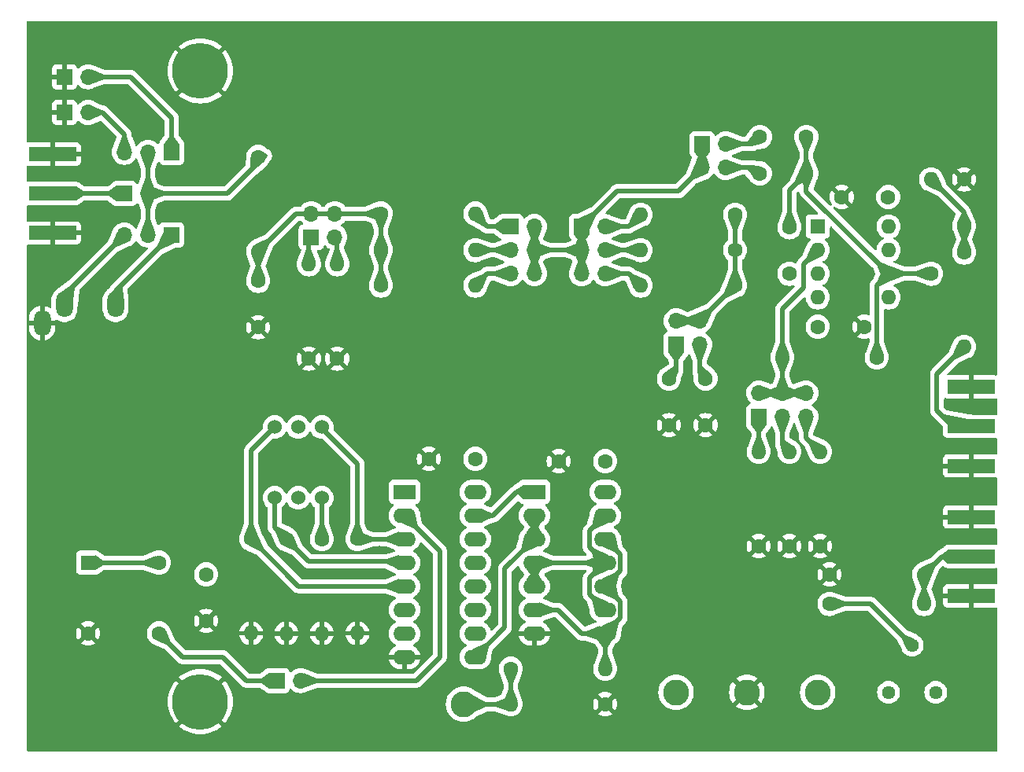
<source format=gtl>
G04 #@! TF.GenerationSoftware,KiCad,Pcbnew,8.0.2*
G04 #@! TF.CreationDate,2024-09-17T18:27:48+03:00*
G04 #@! TF.ProjectId,ad4080_evb_experimenter,61643430-3830-45f6-9576-625f65787065,rev?*
G04 #@! TF.SameCoordinates,Original*
G04 #@! TF.FileFunction,Copper,L1,Top*
G04 #@! TF.FilePolarity,Positive*
%FSLAX46Y46*%
G04 Gerber Fmt 4.6, Leading zero omitted, Abs format (unit mm)*
G04 Created by KiCad (PCBNEW 8.0.2) date 2024-09-17 18:27:48*
%MOMM*%
%LPD*%
G01*
G04 APERTURE LIST*
G04 #@! TA.AperFunction,ComponentPad*
%ADD10C,6.000000*%
G04 #@! TD*
G04 #@! TA.AperFunction,ComponentPad*
%ADD11C,2.800000*%
G04 #@! TD*
G04 #@! TA.AperFunction,ComponentPad*
%ADD12C,1.600000*%
G04 #@! TD*
G04 #@! TA.AperFunction,ComponentPad*
%ADD13O,1.600000X1.600000*%
G04 #@! TD*
G04 #@! TA.AperFunction,SMDPad,CuDef*
%ADD14R,5.080000X1.500000*%
G04 #@! TD*
G04 #@! TA.AperFunction,ComponentPad*
%ADD15O,1.800000X2.800000*%
G04 #@! TD*
G04 #@! TA.AperFunction,ComponentPad*
%ADD16R,1.700000X1.700000*%
G04 #@! TD*
G04 #@! TA.AperFunction,ComponentPad*
%ADD17O,1.700000X1.700000*%
G04 #@! TD*
G04 #@! TA.AperFunction,ComponentPad*
%ADD18R,2.400000X1.600000*%
G04 #@! TD*
G04 #@! TA.AperFunction,ComponentPad*
%ADD19O,2.400000X1.600000*%
G04 #@! TD*
G04 #@! TA.AperFunction,ComponentPad*
%ADD20R,1.600000X1.600000*%
G04 #@! TD*
G04 #@! TA.AperFunction,ComponentPad*
%ADD21C,1.524000*%
G04 #@! TD*
G04 #@! TA.AperFunction,ComponentPad*
%ADD22C,1.440000*%
G04 #@! TD*
G04 #@! TA.AperFunction,ViaPad*
%ADD23C,0.800000*%
G04 #@! TD*
G04 #@! TA.AperFunction,Conductor*
%ADD24C,0.500000*%
G04 #@! TD*
G04 APERTURE END LIST*
D10*
X47879000Y-117856000D03*
X47879000Y-49911000D03*
D11*
X99060000Y-116840000D03*
X114300000Y-116840000D03*
X106680000Y-116840000D03*
D12*
X105410000Y-73024999D03*
D13*
X95250000Y-73024999D03*
D14*
X130800000Y-102200000D03*
X130800000Y-97950000D03*
X130800000Y-106450000D03*
D12*
X105410000Y-69214997D03*
D13*
X95250000Y-69214997D03*
D12*
X81280000Y-114300000D03*
D13*
X91440000Y-114300000D03*
D12*
X115570000Y-107315000D03*
D13*
X125730000Y-107315000D03*
D15*
X38771000Y-75062000D03*
X30871000Y-77062000D03*
X33271000Y-75062000D03*
D12*
X77470000Y-91694000D03*
X72470000Y-91694000D03*
D11*
X76200000Y-118110000D03*
D12*
X59562997Y-80899002D03*
D13*
X59562997Y-70739002D03*
D12*
X126492000Y-71754999D03*
D13*
X126492000Y-61594999D03*
D12*
X130048000Y-66595999D03*
X130048000Y-61595999D03*
D16*
X99055000Y-79379999D03*
D17*
X99055000Y-76839999D03*
X101595000Y-79379999D03*
X101595000Y-76839999D03*
D12*
X111252000Y-101092000D03*
D13*
X111252000Y-90932000D03*
D12*
X119300000Y-77470000D03*
X114300000Y-77470000D03*
D14*
X32004000Y-63119000D03*
X32004000Y-67369000D03*
X32004000Y-58869000D03*
D12*
X67310000Y-65278000D03*
D13*
X77470000Y-65278000D03*
D12*
X53355000Y-100315001D03*
D13*
X53355000Y-110475001D03*
D12*
X105410000Y-65404997D03*
D13*
X95250000Y-65404997D03*
D12*
X111252000Y-71755000D03*
X111252000Y-66755000D03*
X62611000Y-80899000D03*
D13*
X62611000Y-70739000D03*
D12*
X91440000Y-91948000D03*
X86440000Y-91948000D03*
X102235000Y-88058000D03*
X102235000Y-83058000D03*
X54102000Y-59182000D03*
D13*
X54102000Y-69342000D03*
D12*
X121880000Y-63500000D03*
X116880000Y-63500000D03*
X60960000Y-100330000D03*
D13*
X60960000Y-110490000D03*
D16*
X56129000Y-115570000D03*
D17*
X58669000Y-115570000D03*
D12*
X115570000Y-104140000D03*
D13*
X125730000Y-104140000D03*
D12*
X114554000Y-101092000D03*
D13*
X114554000Y-90932000D03*
D16*
X88895000Y-66689997D03*
D17*
X91435000Y-66689997D03*
X88895000Y-69229997D03*
X91435000Y-69229997D03*
X88895000Y-71769997D03*
X91435000Y-71769997D03*
D12*
X108077000Y-57023000D03*
X113077000Y-57023000D03*
D16*
X33274000Y-54384500D03*
D17*
X35814000Y-54384500D03*
D18*
X83810000Y-95250000D03*
D19*
X83810000Y-97790000D03*
X83810000Y-100330000D03*
X83810000Y-102870000D03*
X83810000Y-105410000D03*
X83810000Y-107950000D03*
X83810000Y-110490000D03*
X91430000Y-110490000D03*
X91430000Y-107950000D03*
X91430000Y-105410000D03*
X91430000Y-102870000D03*
X91430000Y-100330000D03*
X91430000Y-97790000D03*
X91430000Y-95250000D03*
D16*
X33274000Y-50546000D03*
D17*
X35814000Y-50546000D03*
D12*
X57150000Y-100330000D03*
D13*
X57150000Y-110490000D03*
D12*
X67310000Y-73024997D03*
D13*
X77470000Y-73024997D03*
D16*
X101854000Y-57784999D03*
D17*
X104394000Y-57784999D03*
X101854000Y-60324999D03*
X104394000Y-60324999D03*
D16*
X107950000Y-87148436D03*
D17*
X107950000Y-84608436D03*
X110490000Y-87148436D03*
X110490000Y-84608436D03*
X113030000Y-87148436D03*
X113030000Y-84608436D03*
D12*
X91440000Y-118110000D03*
D13*
X81280000Y-118110000D03*
D12*
X108077000Y-60960001D03*
X113077000Y-60960001D03*
D20*
X35814000Y-102870000D03*
D12*
X35814000Y-110490000D03*
X43434000Y-110490000D03*
X43434000Y-102870000D03*
D21*
X60960000Y-88265000D03*
X55880000Y-95885000D03*
X55880000Y-88265000D03*
X60960000Y-95885000D03*
X58420000Y-88265000D03*
X58420000Y-95885000D03*
D12*
X54102000Y-72517000D03*
X54102000Y-77517000D03*
D16*
X44802499Y-58674000D03*
D17*
X42262499Y-58674000D03*
X39722499Y-58674000D03*
D16*
X44802500Y-67564000D03*
D17*
X42262500Y-67564000D03*
X39722500Y-67564000D03*
D20*
X114300000Y-66674999D03*
D13*
X114300000Y-69214999D03*
X114300000Y-71754999D03*
X114300000Y-74294999D03*
X121920000Y-74294999D03*
X121920000Y-71754999D03*
X121920000Y-69214999D03*
X121920000Y-66674999D03*
D16*
X39722501Y-63119000D03*
D17*
X42262501Y-63119000D03*
D12*
X98298000Y-88058000D03*
X98298000Y-83058000D03*
X48514000Y-104140000D03*
X48514000Y-109140000D03*
D14*
X130800000Y-88200000D03*
X130800000Y-83950000D03*
X130800000Y-92450000D03*
D12*
X130048000Y-69469000D03*
D13*
X130048000Y-79629000D03*
D12*
X120650000Y-80772000D03*
D13*
X110490000Y-80772000D03*
D16*
X59816998Y-67818002D03*
D17*
X59816998Y-65278002D03*
X62356998Y-67818002D03*
X62356998Y-65278002D03*
D22*
X126999999Y-116840000D03*
X124459999Y-111760000D03*
X121919999Y-116840000D03*
D12*
X64785000Y-100315001D03*
D13*
X64785000Y-110475001D03*
D16*
X81280000Y-66674997D03*
D17*
X83820000Y-66674997D03*
X81280000Y-69214997D03*
X83820000Y-69214997D03*
X81280000Y-71754997D03*
X83820000Y-71754997D03*
D18*
X69850000Y-95250000D03*
D19*
X69850000Y-97790000D03*
X69850000Y-100330000D03*
X69850000Y-102870000D03*
X69850000Y-105410000D03*
X69850000Y-107950000D03*
X69850000Y-110490000D03*
X69850000Y-113030000D03*
X77470000Y-113030000D03*
X77470000Y-110490000D03*
X77470000Y-107950000D03*
X77470000Y-105410000D03*
X77470000Y-102870000D03*
X77470000Y-100330000D03*
X77470000Y-97790000D03*
X77470000Y-95250000D03*
D12*
X67310000Y-69214997D03*
D13*
X77470000Y-69214997D03*
D12*
X107950001Y-101091999D03*
D13*
X107950001Y-90931999D03*
D23*
X112268000Y-75819000D03*
X109093000Y-68961000D03*
X116713000Y-69342000D03*
X126365000Y-66802000D03*
X93218000Y-73406000D03*
X50800000Y-100965000D03*
X34925000Y-119380000D03*
X79502000Y-64770000D03*
X79502000Y-73406000D03*
X86360000Y-118110000D03*
X33372500Y-58674000D03*
X112649000Y-64516000D03*
X108585000Y-104140000D03*
X78740000Y-115570000D03*
X87630000Y-105410000D03*
X128905000Y-83947000D03*
X49000000Y-80064000D03*
X49000000Y-65064000D03*
X59055000Y-98425000D03*
X122047000Y-91059000D03*
X97790000Y-69342000D03*
X62865000Y-97536000D03*
X67183000Y-101473000D03*
X80645000Y-99695000D03*
X97155000Y-108585000D03*
X72390000Y-107950000D03*
X132705000Y-97882000D03*
X42949397Y-71905397D03*
X96774000Y-93472000D03*
X30197500Y-58674000D03*
X105537000Y-62738000D03*
X122047000Y-76835000D03*
X60071000Y-90297000D03*
X125222000Y-89789000D03*
X33372500Y-67564000D03*
X78000000Y-59000000D03*
X79502000Y-120650000D03*
X66929000Y-104140000D03*
X49000000Y-71064000D03*
X126111000Y-49276000D03*
X128895000Y-97882000D03*
X86360000Y-71120000D03*
X128905000Y-92329000D03*
X113538000Y-81661000D03*
X67310000Y-97790000D03*
X132715000Y-92329000D03*
X72898000Y-97536000D03*
X102235000Y-103505000D03*
X43180000Y-99187000D03*
X93218000Y-64770000D03*
X114808000Y-89027000D03*
X81915000Y-104140000D03*
X87630000Y-97790000D03*
X86360000Y-67310000D03*
X30197500Y-67564000D03*
X55372000Y-90678000D03*
X116840000Y-110490000D03*
X93980000Y-97282000D03*
X103124000Y-53975000D03*
X67000000Y-59000000D03*
X80010000Y-94615000D03*
X125857000Y-100965000D03*
X132715000Y-83947000D03*
X107061000Y-81280000D03*
X102870000Y-110490000D03*
X106172000Y-76708000D03*
X130048000Y-73787000D03*
X123571000Y-114300000D03*
X41021000Y-48768000D03*
X125349000Y-79375000D03*
X42164000Y-55626000D03*
X49000000Y-61064000D03*
X127889000Y-120777000D03*
X83185000Y-88646000D03*
X73025000Y-116205000D03*
X132578000Y-106391000D03*
X64770000Y-106934000D03*
X74676000Y-69088000D03*
X56515000Y-119380000D03*
X129022000Y-106391000D03*
X75565000Y-104140000D03*
X62865000Y-104140000D03*
D24*
X45974000Y-113030000D02*
X43434000Y-110490000D01*
X52832000Y-115570000D02*
X50292000Y-113030000D01*
X56129000Y-115570000D02*
X52832000Y-115570000D01*
X50292000Y-113030000D02*
X45974000Y-113030000D01*
X73660000Y-101600000D02*
X69850000Y-97790000D01*
X73660000Y-113030000D02*
X73660000Y-101600000D01*
X71120000Y-115570000D02*
X73660000Y-113030000D01*
X58669000Y-115570000D02*
X71120000Y-115570000D01*
X110490000Y-75565000D02*
X110490000Y-80772000D01*
X112776000Y-70738999D02*
X112776000Y-73279000D01*
X114300000Y-69214999D02*
X112776000Y-70738999D01*
X112776000Y-73279000D02*
X110490000Y-75565000D01*
X59816998Y-65278002D02*
X62356998Y-65278002D01*
X54102000Y-69342000D02*
X54102000Y-72517000D01*
X67310000Y-69214997D02*
X67310000Y-65404997D01*
X67310000Y-73024997D02*
X67310000Y-69214997D01*
X59816998Y-65278002D02*
X58165998Y-65278002D01*
X62356998Y-65278002D02*
X67309998Y-65278002D01*
X58165998Y-65278002D02*
X54102000Y-69342000D01*
X130048000Y-79629000D02*
X127127000Y-82550000D01*
X127127000Y-82550000D02*
X127127000Y-86487000D01*
X127127000Y-86487000D02*
X128810004Y-88170004D01*
X77470000Y-73025000D02*
X78740003Y-71754997D01*
X78740003Y-71754997D02*
X81280000Y-71754997D01*
X113030000Y-87148436D02*
X113030000Y-89408000D01*
X113030000Y-89408000D02*
X114554000Y-90932000D01*
X60960000Y-88392000D02*
X64785000Y-92217000D01*
X64785000Y-92217000D02*
X64785000Y-100315001D01*
X64800000Y-100330000D02*
X69850000Y-100330000D01*
X42262501Y-63119000D02*
X50800000Y-63119000D01*
X50800000Y-63119000D02*
X54864000Y-59055000D01*
X42262500Y-67564000D02*
X42262500Y-63119000D01*
X42262500Y-63119000D02*
X42262500Y-58688999D01*
X57150000Y-100330000D02*
X59556103Y-102736103D01*
X55880000Y-99060000D02*
X57150000Y-100330000D01*
X69716103Y-102736103D02*
X69850000Y-102870000D01*
X59556103Y-102736103D02*
X69716103Y-102736103D01*
X55880000Y-95885000D02*
X55880000Y-99060000D01*
X53355000Y-100315001D02*
X58449999Y-105410000D01*
X53355000Y-100315001D02*
X53355000Y-90790000D01*
X58449999Y-105410000D02*
X69850000Y-105410000D01*
X53355000Y-90790000D02*
X55880000Y-88265000D01*
X60960000Y-100300000D02*
X60975000Y-100315000D01*
X60960000Y-95885000D02*
X60960000Y-100330000D01*
X98298000Y-83058000D02*
X99055000Y-82301000D01*
X99055000Y-82301000D02*
X99055000Y-79379999D01*
X78739997Y-66674997D02*
X81280000Y-66674997D01*
X77470000Y-65405000D02*
X78739997Y-66674997D01*
X78105000Y-69215000D02*
X78740000Y-69215000D01*
X78740003Y-69214997D02*
X81280000Y-69214997D01*
X78740000Y-69215000D02*
X78740003Y-69214997D01*
X110490000Y-90170000D02*
X111252000Y-90932000D01*
X110490000Y-87148436D02*
X110490000Y-90170000D01*
X107950001Y-87148437D02*
X107950000Y-87148436D01*
X107950001Y-90931999D02*
X107950001Y-87148437D01*
X93965003Y-66689997D02*
X91435000Y-66689997D01*
X95250000Y-65405000D02*
X93965003Y-66689997D01*
X91440000Y-69215000D02*
X92075000Y-69215000D01*
X92075003Y-69214997D02*
X95250000Y-69214997D01*
X92075000Y-69215000D02*
X92075003Y-69214997D01*
X95250000Y-73025000D02*
X93994997Y-71769997D01*
X93994997Y-71769997D02*
X91435000Y-71769997D01*
X83810000Y-97790000D02*
X83810000Y-100329999D01*
X80645000Y-103494999D02*
X83810000Y-100329999D01*
X80645000Y-109855000D02*
X80645000Y-103494999D01*
X77470000Y-113030000D02*
X80645000Y-109855000D01*
X76200000Y-118110000D02*
X81280000Y-118110000D01*
X81280000Y-114300000D02*
X81280000Y-118110000D01*
X81915000Y-95250000D02*
X79375000Y-97790000D01*
X83810000Y-95250000D02*
X81915000Y-95250000D01*
X79375000Y-97790000D02*
X77470000Y-97790000D01*
X91430000Y-97790000D02*
X89780000Y-99440000D01*
X89780000Y-99440000D02*
X89780000Y-101220000D01*
X83810000Y-102870000D02*
X91430000Y-102870000D01*
X83810000Y-105410000D02*
X83810000Y-102870000D01*
X89780000Y-104520000D02*
X89780000Y-106300000D01*
X91430000Y-102870000D02*
X89780000Y-104520000D01*
X89780000Y-101220000D02*
X91430000Y-102870000D01*
X89780000Y-106300000D02*
X91430000Y-107950000D01*
X88895000Y-69229997D02*
X88895000Y-66689997D01*
X83820000Y-69215000D02*
X84455000Y-69215000D01*
X99313999Y-62865000D02*
X92719998Y-62865000D01*
X83820000Y-69214997D02*
X83820000Y-66674997D01*
X84455000Y-69215000D02*
X84469997Y-69229997D01*
X83820000Y-71754997D02*
X83820000Y-69214997D01*
X101854000Y-57784999D02*
X101854000Y-60324999D01*
X88895000Y-71769996D02*
X88895000Y-69229997D01*
X92587999Y-62996999D02*
X92719998Y-62865000D01*
X84469997Y-69229997D02*
X88895000Y-69229997D01*
X101854000Y-60324999D02*
X99313999Y-62865000D01*
X92587999Y-62996999D02*
X88895000Y-66689997D01*
X35814000Y-102870000D02*
X43434000Y-102870000D01*
X39722501Y-63119000D02*
X31750000Y-63119000D01*
X38771000Y-75062000D02*
X38771000Y-73595500D01*
X44802500Y-67564000D02*
X44802500Y-68227500D01*
X38771000Y-73595500D02*
X44802500Y-67564000D01*
X39722500Y-67564000D02*
X33271000Y-74015500D01*
X35814000Y-50546000D02*
X40386000Y-50546000D01*
X40386000Y-50546000D02*
X44802499Y-54962499D01*
X44802499Y-54962499D02*
X44802499Y-58674000D01*
X100334999Y-76839999D02*
X101595000Y-76839999D01*
X100330000Y-76835000D02*
X100334999Y-76839999D01*
X99060000Y-76835000D02*
X100330000Y-76835000D01*
X105410000Y-65405000D02*
X105410000Y-73024999D01*
X105409999Y-73025000D02*
X101595000Y-76839999D01*
X110490000Y-84608436D02*
X110490000Y-80772000D01*
X107950000Y-84608436D02*
X110490000Y-84608436D01*
X110490000Y-84608436D02*
X113030000Y-84608436D01*
X130048000Y-69469000D02*
X130048000Y-66595999D01*
X130048000Y-66595999D02*
X130048000Y-65150999D01*
X130048000Y-65150999D02*
X126492000Y-61594999D01*
X37366500Y-54384500D02*
X39722499Y-56740499D01*
X39722499Y-56740499D02*
X39722499Y-58674000D01*
X35814000Y-54384500D02*
X37366500Y-54384500D01*
X125730000Y-107315000D02*
X125730000Y-104140000D01*
X127670000Y-102200000D02*
X125730000Y-104140000D01*
X130800000Y-102200000D02*
X127670000Y-102200000D01*
X59562997Y-70739002D02*
X59562997Y-68072003D01*
X62611000Y-70739000D02*
X62611000Y-68072004D01*
X115570000Y-107315000D02*
X120014999Y-107315000D01*
X124459999Y-111760000D02*
X120014999Y-107315000D01*
X93080000Y-103760000D02*
X91430000Y-105410000D01*
X90180000Y-110490000D02*
X91430000Y-110490000D01*
X88905000Y-110495000D02*
X90175000Y-110495000D01*
X93080000Y-108840000D02*
X91430000Y-110490000D01*
X83810000Y-107950000D02*
X86360000Y-107950000D01*
X90175000Y-110495000D02*
X90180000Y-110490000D01*
X91430000Y-110490000D02*
X91430000Y-114290000D01*
X93080000Y-101980000D02*
X93080000Y-103760000D01*
X91430000Y-105410000D02*
X93080000Y-107060000D01*
X86360000Y-107950000D02*
X88905000Y-110495000D01*
X93080000Y-107060000D02*
X93080000Y-108840000D01*
X91430000Y-100330000D02*
X93080000Y-101980000D01*
X111252000Y-66675000D02*
X111252000Y-62785001D01*
X113077000Y-62912000D02*
X121919999Y-71754999D01*
X121920000Y-71754999D02*
X126492000Y-71754999D01*
X120650000Y-80772000D02*
X120650000Y-73024999D01*
X111252000Y-62785001D02*
X113077000Y-60960001D01*
X120650000Y-73024999D02*
X121920000Y-71754999D01*
X113077000Y-57023000D02*
X113077000Y-60960001D01*
X113077000Y-60960001D02*
X113077000Y-62912000D01*
X121221500Y-72453500D02*
X121920000Y-71754999D01*
X107315001Y-57784999D02*
X108077000Y-57023000D01*
X104394000Y-57784999D02*
X107315001Y-57784999D01*
X104394000Y-60324999D02*
X107441998Y-60324999D01*
X107441998Y-60324999D02*
X108077000Y-60960001D01*
X101595000Y-79379999D02*
X101595000Y-82418000D01*
X101595000Y-82418000D02*
X102235000Y-83058000D01*
G04 #@! TA.AperFunction,Conductor*
G36*
X59757865Y-88718435D02*
G01*
X59802382Y-88769811D01*
X59862464Y-88898658D01*
X59862468Y-88898666D01*
X59989170Y-89079615D01*
X59989175Y-89079621D01*
X60145378Y-89235824D01*
X60145384Y-89235829D01*
X60326333Y-89362531D01*
X60326335Y-89362532D01*
X60326338Y-89362534D01*
X60526550Y-89455894D01*
X60739932Y-89513070D01*
X60960000Y-89532323D01*
X60974999Y-89531010D01*
X61043497Y-89544775D01*
X61073489Y-89566857D01*
X63998181Y-92491549D01*
X64031666Y-92552872D01*
X64034500Y-92579230D01*
X64034500Y-98586762D01*
X64026489Y-98630608D01*
X63577068Y-99819485D01*
X63577045Y-99819548D01*
X63569876Y-99841473D01*
X63564405Y-99855326D01*
X63558261Y-99868503D01*
X63499366Y-100088303D01*
X63499364Y-100088314D01*
X63479532Y-100314999D01*
X63479532Y-100315002D01*
X63499364Y-100541687D01*
X63499366Y-100541698D01*
X63558258Y-100761489D01*
X63558261Y-100761498D01*
X63654431Y-100967733D01*
X63654432Y-100967735D01*
X63784954Y-101154142D01*
X63945858Y-101315046D01*
X63945861Y-101315048D01*
X64132266Y-101445569D01*
X64338504Y-101541740D01*
X64558308Y-101600636D01*
X64720230Y-101614802D01*
X64784998Y-101620469D01*
X64785000Y-101620469D01*
X64785002Y-101620469D01*
X64841673Y-101615510D01*
X65011692Y-101600636D01*
X65231496Y-101541740D01*
X65248425Y-101533845D01*
X65271724Y-101526054D01*
X65271700Y-101525971D01*
X65273680Y-101525400D01*
X65275095Y-101524927D01*
X65275954Y-101524745D01*
X66222181Y-101177219D01*
X66464825Y-101088102D01*
X66507575Y-101080500D01*
X67738078Y-101080500D01*
X67781540Y-101088366D01*
X67870298Y-101121583D01*
X68794909Y-101467613D01*
X68850795Y-101509546D01*
X68875140Y-101575037D01*
X68860212Y-101643293D01*
X68810752Y-101692644D01*
X68784937Y-101703138D01*
X67794415Y-101980995D01*
X67760924Y-101985603D01*
X59918332Y-101985603D01*
X59851293Y-101965918D01*
X59830651Y-101949284D01*
X59373367Y-101492000D01*
X58902730Y-101021362D01*
X58877390Y-100984694D01*
X58876506Y-100982735D01*
X58354505Y-99826218D01*
X58333736Y-99785271D01*
X58333733Y-99785267D01*
X58330618Y-99780337D01*
X58330905Y-99780155D01*
X58320839Y-99763626D01*
X58280568Y-99677266D01*
X58150047Y-99490861D01*
X58150045Y-99490858D01*
X57989141Y-99329954D01*
X57882546Y-99255317D01*
X57802734Y-99199432D01*
X57687453Y-99145675D01*
X57673285Y-99137906D01*
X57653785Y-99125496D01*
X57653780Y-99125493D01*
X56703487Y-98696572D01*
X56650482Y-98651051D01*
X56630501Y-98584099D01*
X56630500Y-98583551D01*
X56630500Y-96965273D01*
X56650185Y-96898234D01*
X56683380Y-96863696D01*
X56694620Y-96855826D01*
X56850826Y-96699620D01*
X56977534Y-96518662D01*
X57037618Y-96389811D01*
X57083790Y-96337371D01*
X57150983Y-96318219D01*
X57217865Y-96338435D01*
X57262382Y-96389811D01*
X57322464Y-96518658D01*
X57322468Y-96518666D01*
X57449170Y-96699615D01*
X57449175Y-96699621D01*
X57605378Y-96855824D01*
X57605384Y-96855829D01*
X57786333Y-96982531D01*
X57786335Y-96982532D01*
X57786338Y-96982534D01*
X57986550Y-97075894D01*
X58199932Y-97133070D01*
X58357123Y-97146822D01*
X58419998Y-97152323D01*
X58420000Y-97152323D01*
X58420002Y-97152323D01*
X58475017Y-97147509D01*
X58640068Y-97133070D01*
X58853450Y-97075894D01*
X59053662Y-96982534D01*
X59234620Y-96855826D01*
X59390826Y-96699620D01*
X59517534Y-96518662D01*
X59577618Y-96389811D01*
X59623790Y-96337371D01*
X59690983Y-96318219D01*
X59757865Y-96338435D01*
X59802382Y-96389811D01*
X59862464Y-96518658D01*
X59862468Y-96518666D01*
X59989170Y-96699615D01*
X59989174Y-96699620D01*
X60145380Y-96855826D01*
X60156620Y-96863696D01*
X60200247Y-96918271D01*
X60209500Y-96965273D01*
X60209500Y-98601761D01*
X60201489Y-98645607D01*
X59752068Y-99834484D01*
X59752045Y-99834547D01*
X59744876Y-99856472D01*
X59739405Y-99870325D01*
X59733261Y-99883502D01*
X59674366Y-100103302D01*
X59674364Y-100103313D01*
X59654532Y-100329998D01*
X59654532Y-100330001D01*
X59674364Y-100556686D01*
X59674366Y-100556697D01*
X59733258Y-100776488D01*
X59733261Y-100776497D01*
X59829431Y-100982732D01*
X59829432Y-100982734D01*
X59959954Y-101169141D01*
X60120858Y-101330045D01*
X60120861Y-101330047D01*
X60307266Y-101460568D01*
X60513504Y-101556739D01*
X60733308Y-101615635D01*
X60895230Y-101629801D01*
X60959998Y-101635468D01*
X60960000Y-101635468D01*
X60960002Y-101635468D01*
X61016673Y-101630509D01*
X61186692Y-101615635D01*
X61406496Y-101556739D01*
X61612734Y-101460568D01*
X61799139Y-101330047D01*
X61960047Y-101169139D01*
X62090568Y-100982734D01*
X62186739Y-100776496D01*
X62245635Y-100556692D01*
X62265468Y-100330000D01*
X62245635Y-100103308D01*
X62186739Y-99883504D01*
X62177352Y-99863374D01*
X62168684Y-99837855D01*
X62167942Y-99834513D01*
X62167940Y-99834510D01*
X62167940Y-99834506D01*
X61718511Y-98645608D01*
X61710500Y-98601762D01*
X61710500Y-96965273D01*
X61730185Y-96898234D01*
X61763380Y-96863696D01*
X61774620Y-96855826D01*
X61930826Y-96699620D01*
X62057534Y-96518662D01*
X62150894Y-96318450D01*
X62208070Y-96105068D01*
X62227323Y-95885000D01*
X62208070Y-95664932D01*
X62150894Y-95451550D01*
X62057534Y-95251339D01*
X61930826Y-95070380D01*
X61774620Y-94914174D01*
X61774616Y-94914171D01*
X61774615Y-94914170D01*
X61593666Y-94787468D01*
X61593662Y-94787466D01*
X61517403Y-94751906D01*
X61393450Y-94694106D01*
X61393447Y-94694105D01*
X61393445Y-94694104D01*
X61180070Y-94636930D01*
X61180062Y-94636929D01*
X60960002Y-94617677D01*
X60959998Y-94617677D01*
X60739937Y-94636929D01*
X60739929Y-94636930D01*
X60526554Y-94694104D01*
X60526548Y-94694107D01*
X60326340Y-94787465D01*
X60326338Y-94787466D01*
X60145377Y-94914175D01*
X59989175Y-95070377D01*
X59862466Y-95251338D01*
X59862465Y-95251340D01*
X59802382Y-95380189D01*
X59756209Y-95432628D01*
X59689016Y-95451780D01*
X59622135Y-95431564D01*
X59577618Y-95380189D01*
X59517534Y-95251340D01*
X59517533Y-95251338D01*
X59390827Y-95070381D01*
X59390823Y-95070377D01*
X59234620Y-94914174D01*
X59234616Y-94914171D01*
X59234615Y-94914170D01*
X59053666Y-94787468D01*
X59053662Y-94787466D01*
X58977403Y-94751906D01*
X58853450Y-94694106D01*
X58853447Y-94694105D01*
X58853445Y-94694104D01*
X58640070Y-94636930D01*
X58640062Y-94636929D01*
X58420002Y-94617677D01*
X58419998Y-94617677D01*
X58199937Y-94636929D01*
X58199929Y-94636930D01*
X57986554Y-94694104D01*
X57986548Y-94694107D01*
X57786340Y-94787465D01*
X57786338Y-94787466D01*
X57605377Y-94914175D01*
X57449175Y-95070377D01*
X57322466Y-95251338D01*
X57322465Y-95251340D01*
X57262382Y-95380189D01*
X57216209Y-95432628D01*
X57149016Y-95451780D01*
X57082135Y-95431564D01*
X57037618Y-95380189D01*
X56977534Y-95251340D01*
X56977533Y-95251338D01*
X56850827Y-95070381D01*
X56850823Y-95070377D01*
X56694620Y-94914174D01*
X56694616Y-94914171D01*
X56694615Y-94914170D01*
X56513666Y-94787468D01*
X56513662Y-94787466D01*
X56437403Y-94751906D01*
X56313450Y-94694106D01*
X56313447Y-94694105D01*
X56313445Y-94694104D01*
X56100070Y-94636930D01*
X56100062Y-94636929D01*
X55880002Y-94617677D01*
X55879998Y-94617677D01*
X55659937Y-94636929D01*
X55659929Y-94636930D01*
X55446554Y-94694104D01*
X55446548Y-94694107D01*
X55246340Y-94787465D01*
X55246338Y-94787466D01*
X55065377Y-94914175D01*
X54909175Y-95070377D01*
X54782466Y-95251338D01*
X54782465Y-95251340D01*
X54689107Y-95451548D01*
X54689104Y-95451554D01*
X54631930Y-95664929D01*
X54631929Y-95664937D01*
X54612677Y-95884997D01*
X54612677Y-95885002D01*
X54631929Y-96105062D01*
X54631930Y-96105070D01*
X54689104Y-96318445D01*
X54689105Y-96318447D01*
X54689106Y-96318450D01*
X54770870Y-96493794D01*
X54782466Y-96518662D01*
X54782468Y-96518666D01*
X54909170Y-96699615D01*
X54909174Y-96699620D01*
X55065380Y-96855826D01*
X55076620Y-96863696D01*
X55120247Y-96918271D01*
X55129500Y-96965273D01*
X55129500Y-99133918D01*
X55129500Y-99133920D01*
X55129499Y-99133920D01*
X55158340Y-99278907D01*
X55158343Y-99278917D01*
X55214913Y-99415490D01*
X55214915Y-99415493D01*
X55224274Y-99429501D01*
X55297048Y-99538416D01*
X55397269Y-99638636D01*
X55422609Y-99675305D01*
X55945489Y-100833770D01*
X55945496Y-100833786D01*
X55966263Y-100874729D01*
X55969379Y-100879659D01*
X55969092Y-100879840D01*
X55979162Y-100896376D01*
X56019432Y-100982734D01*
X56059066Y-101039338D01*
X56149954Y-101169141D01*
X56310858Y-101330045D01*
X56310861Y-101330047D01*
X56497266Y-101460568D01*
X56602301Y-101509546D01*
X56612543Y-101514322D01*
X56626718Y-101522094D01*
X56646218Y-101534505D01*
X57804695Y-102057391D01*
X57841362Y-102082730D01*
X58485853Y-102727220D01*
X58973151Y-103214518D01*
X58973152Y-103214519D01*
X59034714Y-103276081D01*
X59077688Y-103319055D01*
X59200601Y-103401183D01*
X59200614Y-103401190D01*
X59337185Y-103457759D01*
X59337190Y-103457761D01*
X59337194Y-103457761D01*
X59337195Y-103457762D01*
X59482182Y-103486603D01*
X59482185Y-103486603D01*
X67711315Y-103486603D01*
X67765115Y-103498882D01*
X68457613Y-103832369D01*
X68760772Y-103978361D01*
X68764009Y-103980127D01*
X68764039Y-103980070D01*
X68768389Y-103982286D01*
X68768390Y-103982287D01*
X68804268Y-104000568D01*
X68856882Y-104027376D01*
X68907678Y-104075351D01*
X68924473Y-104143172D01*
X68901936Y-104209307D01*
X68847220Y-104252758D01*
X68844049Y-104253995D01*
X67781538Y-104651634D01*
X67738076Y-104659500D01*
X58812228Y-104659500D01*
X58745189Y-104639815D01*
X58724547Y-104623181D01*
X55107730Y-101006363D01*
X55082390Y-100969695D01*
X55081505Y-100967735D01*
X54627499Y-99961862D01*
X54562951Y-99818854D01*
X54559983Y-99811687D01*
X54113511Y-98630609D01*
X54105500Y-98586763D01*
X54105500Y-91152229D01*
X54125185Y-91085190D01*
X54141819Y-91064548D01*
X54894786Y-90311581D01*
X55649728Y-89556638D01*
X55711049Y-89523155D01*
X55748211Y-89520793D01*
X55858802Y-89530468D01*
X55879999Y-89532323D01*
X55880000Y-89532323D01*
X55880002Y-89532323D01*
X55952605Y-89525971D01*
X56100068Y-89513070D01*
X56313450Y-89455894D01*
X56513662Y-89362534D01*
X56694620Y-89235826D01*
X56850826Y-89079620D01*
X56977534Y-88898662D01*
X57037618Y-88769811D01*
X57083790Y-88717371D01*
X57150983Y-88698219D01*
X57217865Y-88718435D01*
X57262382Y-88769811D01*
X57322464Y-88898658D01*
X57322468Y-88898666D01*
X57449170Y-89079615D01*
X57449175Y-89079621D01*
X57605378Y-89235824D01*
X57605384Y-89235829D01*
X57786333Y-89362531D01*
X57786335Y-89362532D01*
X57786338Y-89362534D01*
X57986550Y-89455894D01*
X58199932Y-89513070D01*
X58347395Y-89525971D01*
X58419998Y-89532323D01*
X58420000Y-89532323D01*
X58420002Y-89532323D01*
X58492605Y-89525971D01*
X58640068Y-89513070D01*
X58853450Y-89455894D01*
X59053662Y-89362534D01*
X59234620Y-89235826D01*
X59390826Y-89079620D01*
X59517534Y-88898662D01*
X59577618Y-88769811D01*
X59623790Y-88717371D01*
X59690983Y-88698219D01*
X59757865Y-88718435D01*
G37*
G04 #@! TD.AperFunction*
G04 #@! TA.AperFunction,Conductor*
G36*
X82073829Y-96255049D02*
G01*
X82114775Y-96280275D01*
X82155975Y-96318450D01*
X82259658Y-96414522D01*
X82289069Y-96435069D01*
X82289690Y-96435503D01*
X82292948Y-96437859D01*
X82367669Y-96493796D01*
X82390507Y-96502313D01*
X82398167Y-96505467D01*
X82423386Y-96516852D01*
X82432657Y-96519051D01*
X82447354Y-96523516D01*
X82502517Y-96544091D01*
X82539441Y-96548060D01*
X82603989Y-96574796D01*
X82643838Y-96632188D01*
X82646333Y-96702013D01*
X82610681Y-96762102D01*
X82599071Y-96771666D01*
X82562784Y-96798030D01*
X82418028Y-96942786D01*
X82297715Y-97108386D01*
X82204781Y-97290776D01*
X82141522Y-97485465D01*
X82109500Y-97687648D01*
X82109500Y-97892351D01*
X82141522Y-98094534D01*
X82204781Y-98289223D01*
X82297715Y-98471613D01*
X82418028Y-98637213D01*
X82418034Y-98637219D01*
X82562781Y-98781966D01*
X82619074Y-98822864D01*
X82652311Y-98859041D01*
X82735003Y-98995857D01*
X82752834Y-99063414D01*
X82735003Y-99124139D01*
X82652309Y-99260958D01*
X82619074Y-99297134D01*
X82562781Y-99338033D01*
X82418028Y-99482786D01*
X82297715Y-99648386D01*
X82204781Y-99830776D01*
X82141522Y-100025465D01*
X82109500Y-100227648D01*
X82109500Y-100341940D01*
X82105464Y-100373319D01*
X81901492Y-101153118D01*
X81869209Y-101209420D01*
X80062050Y-103016580D01*
X80062047Y-103016583D01*
X80027374Y-103068475D01*
X80027375Y-103068476D01*
X79979913Y-103139507D01*
X79923343Y-103276081D01*
X79923340Y-103276091D01*
X79894500Y-103421078D01*
X79894500Y-109492769D01*
X79874815Y-109559808D01*
X79858181Y-109580450D01*
X79309685Y-110128945D01*
X79248362Y-110162430D01*
X79178670Y-110157446D01*
X79122737Y-110115574D01*
X79104073Y-110079582D01*
X79075220Y-109990781D01*
X78982287Y-109808390D01*
X78921567Y-109724815D01*
X78861971Y-109642786D01*
X78717213Y-109498028D01*
X78551614Y-109377715D01*
X78529819Y-109366610D01*
X78458917Y-109330483D01*
X78408123Y-109282511D01*
X78391328Y-109214690D01*
X78413865Y-109148555D01*
X78458917Y-109109516D01*
X78551610Y-109062287D01*
X78572770Y-109046913D01*
X78717213Y-108941971D01*
X78717215Y-108941968D01*
X78717219Y-108941966D01*
X78861966Y-108797219D01*
X78861968Y-108797215D01*
X78861971Y-108797213D01*
X78937196Y-108693673D01*
X78982287Y-108631610D01*
X79075220Y-108449219D01*
X79138477Y-108254534D01*
X79170500Y-108052352D01*
X79170500Y-107847648D01*
X79153011Y-107737230D01*
X79138477Y-107645465D01*
X79075218Y-107450776D01*
X79032556Y-107367048D01*
X78982287Y-107268390D01*
X78967360Y-107247844D01*
X78861971Y-107102786D01*
X78717213Y-106958028D01*
X78551614Y-106837715D01*
X78545006Y-106834348D01*
X78458917Y-106790483D01*
X78408123Y-106742511D01*
X78391328Y-106674690D01*
X78413865Y-106608555D01*
X78458917Y-106569516D01*
X78551610Y-106522287D01*
X78613874Y-106477050D01*
X78717213Y-106401971D01*
X78717215Y-106401968D01*
X78717219Y-106401966D01*
X78861966Y-106257219D01*
X78861968Y-106257215D01*
X78861971Y-106257213D01*
X78936405Y-106154761D01*
X78982287Y-106091610D01*
X79075220Y-105909219D01*
X79138477Y-105714534D01*
X79170500Y-105512352D01*
X79170500Y-105307648D01*
X79138477Y-105105466D01*
X79132378Y-105086696D01*
X79109127Y-105015137D01*
X79075220Y-104910781D01*
X79075218Y-104910778D01*
X79075218Y-104910776D01*
X79015071Y-104792732D01*
X78982287Y-104728390D01*
X78932236Y-104659500D01*
X78861971Y-104562786D01*
X78717213Y-104418028D01*
X78551614Y-104297715D01*
X78545006Y-104294348D01*
X78458917Y-104250483D01*
X78408123Y-104202511D01*
X78391328Y-104134690D01*
X78413865Y-104068555D01*
X78458917Y-104029516D01*
X78551610Y-103982287D01*
X78578253Y-103962930D01*
X78717213Y-103861971D01*
X78717215Y-103861968D01*
X78717219Y-103861966D01*
X78861966Y-103717219D01*
X78861968Y-103717215D01*
X78861971Y-103717213D01*
X78926397Y-103628536D01*
X78982287Y-103551610D01*
X79075220Y-103369219D01*
X79138477Y-103174534D01*
X79170500Y-102972352D01*
X79170500Y-102767648D01*
X79138477Y-102565466D01*
X79075220Y-102370781D01*
X79075218Y-102370778D01*
X79075218Y-102370776D01*
X78999481Y-102222136D01*
X78982287Y-102188390D01*
X78932236Y-102119500D01*
X78861971Y-102022786D01*
X78717213Y-101878028D01*
X78551614Y-101757715D01*
X78517818Y-101740495D01*
X78458917Y-101710483D01*
X78408123Y-101662511D01*
X78391328Y-101594690D01*
X78413865Y-101528555D01*
X78458917Y-101489516D01*
X78551610Y-101442287D01*
X78613874Y-101397050D01*
X78717213Y-101321971D01*
X78717215Y-101321968D01*
X78717219Y-101321966D01*
X78861966Y-101177219D01*
X78861968Y-101177215D01*
X78861971Y-101177213D01*
X78932236Y-101080500D01*
X78982287Y-101011610D01*
X79075220Y-100829219D01*
X79138477Y-100634534D01*
X79170500Y-100432352D01*
X79170500Y-100227648D01*
X79138477Y-100025466D01*
X79134417Y-100012972D01*
X79092350Y-99883502D01*
X79075220Y-99830781D01*
X79075218Y-99830778D01*
X79075218Y-99830776D01*
X79041001Y-99763623D01*
X78982287Y-99648390D01*
X78932236Y-99579500D01*
X78861971Y-99482786D01*
X78717213Y-99338028D01*
X78551610Y-99217712D01*
X78551608Y-99217711D01*
X78458919Y-99170483D01*
X78408123Y-99122509D01*
X78391328Y-99054688D01*
X78413866Y-98988553D01*
X78458915Y-98949516D01*
X78530493Y-98913045D01*
X78538622Y-98909270D01*
X79108246Y-98669420D01*
X79391342Y-98550218D01*
X79439462Y-98540500D01*
X79448920Y-98540500D01*
X79546462Y-98521096D01*
X79593913Y-98511658D01*
X79730495Y-98455084D01*
X79786230Y-98417843D01*
X79853416Y-98372952D01*
X81942817Y-96283548D01*
X82004138Y-96250065D01*
X82073829Y-96255049D01*
G37*
G04 #@! TD.AperFunction*
G04 #@! TA.AperFunction,Conductor*
G36*
X89361491Y-103628348D02*
G01*
X89361994Y-103628536D01*
X89417899Y-103670445D01*
X89442271Y-103735926D01*
X89427373Y-103804189D01*
X89406262Y-103832369D01*
X89197048Y-104041583D01*
X89179027Y-104068555D01*
X89154539Y-104105205D01*
X89114919Y-104164499D01*
X89114912Y-104164511D01*
X89058343Y-104301082D01*
X89058340Y-104301092D01*
X89029500Y-104446079D01*
X89029500Y-104446082D01*
X89029500Y-106373918D01*
X89029500Y-106373920D01*
X89029499Y-106373920D01*
X89058340Y-106518907D01*
X89058343Y-106518917D01*
X89114913Y-106655490D01*
X89114914Y-106655492D01*
X89144538Y-106699827D01*
X89144539Y-106699829D01*
X89197043Y-106778410D01*
X89197047Y-106778415D01*
X89489209Y-107070577D01*
X89521492Y-107126879D01*
X89725464Y-107906677D01*
X89729500Y-107938056D01*
X89729500Y-108052352D01*
X89732851Y-108073511D01*
X89761522Y-108254534D01*
X89824781Y-108449223D01*
X89862344Y-108522943D01*
X89901930Y-108600635D01*
X89917715Y-108631613D01*
X90038028Y-108797213D01*
X90182786Y-108941971D01*
X90348385Y-109062284D01*
X90348387Y-109062285D01*
X90348390Y-109062287D01*
X90437554Y-109107718D01*
X90488350Y-109155692D01*
X90505145Y-109223513D01*
X90482608Y-109289648D01*
X90427893Y-109333100D01*
X90424944Y-109334253D01*
X90090678Y-109460080D01*
X89356217Y-109736550D01*
X89312535Y-109744500D01*
X89267229Y-109744500D01*
X89200190Y-109724815D01*
X89179548Y-109708181D01*
X86838421Y-107367052D01*
X86838418Y-107367049D01*
X86754687Y-107311103D01*
X86715495Y-107284916D01*
X86715492Y-107284914D01*
X86715491Y-107284914D01*
X86578917Y-107228343D01*
X86578907Y-107228340D01*
X86433920Y-107199500D01*
X86433918Y-107199500D01*
X85921924Y-107199500D01*
X85878462Y-107191634D01*
X84815950Y-106793995D01*
X84760063Y-106752061D01*
X84735718Y-106686570D01*
X84750646Y-106618313D01*
X84800106Y-106568963D01*
X84803088Y-106567391D01*
X84891610Y-106522287D01*
X84953874Y-106477050D01*
X85057213Y-106401971D01*
X85057215Y-106401968D01*
X85057219Y-106401966D01*
X85201966Y-106257219D01*
X85201968Y-106257215D01*
X85201971Y-106257213D01*
X85276405Y-106154761D01*
X85322287Y-106091610D01*
X85415220Y-105909219D01*
X85478477Y-105714534D01*
X85510500Y-105512352D01*
X85510500Y-105307648D01*
X85478477Y-105105466D01*
X85472378Y-105086696D01*
X85449127Y-105015137D01*
X85415220Y-104910781D01*
X85415218Y-104910778D01*
X85415218Y-104910776D01*
X85355071Y-104792732D01*
X85322287Y-104728390D01*
X85272236Y-104659500D01*
X85201971Y-104562786D01*
X85057215Y-104418030D01*
X85000926Y-104377135D01*
X84967691Y-104340961D01*
X84884993Y-104204137D01*
X84867163Y-104136584D01*
X84884995Y-104075857D01*
X84921826Y-104014921D01*
X84973351Y-103967730D01*
X84984480Y-103962932D01*
X85704388Y-103693511D01*
X85878459Y-103628366D01*
X85921921Y-103620500D01*
X89318078Y-103620500D01*
X89361491Y-103628348D01*
G37*
G04 #@! TD.AperFunction*
G04 #@! TA.AperFunction,Conductor*
G36*
X133547039Y-44540685D02*
G01*
X133592794Y-44593489D01*
X133604000Y-44645000D01*
X133604000Y-82586696D01*
X133584315Y-82653735D01*
X133531511Y-82699490D01*
X133462353Y-82709434D01*
X133451490Y-82707374D01*
X133447374Y-82706401D01*
X133387844Y-82700000D01*
X131050000Y-82700000D01*
X131050000Y-85200000D01*
X133387828Y-85200000D01*
X133387844Y-85199999D01*
X133447366Y-85193599D01*
X133451480Y-85192627D01*
X133454768Y-85192803D01*
X133455087Y-85192769D01*
X133455092Y-85192820D01*
X133521249Y-85196365D01*
X133577923Y-85237230D01*
X133603506Y-85302247D01*
X133604000Y-85313303D01*
X133604000Y-86836177D01*
X133584315Y-86903216D01*
X133531511Y-86948971D01*
X133462353Y-86958915D01*
X133451494Y-86956856D01*
X133447484Y-86955908D01*
X133387883Y-86949501D01*
X133387881Y-86949500D01*
X133387873Y-86949500D01*
X133387865Y-86949500D01*
X131013876Y-86949500D01*
X130992190Y-86947589D01*
X130881153Y-86927866D01*
X130566345Y-86871947D01*
X128181247Y-86448292D01*
X128118683Y-86417186D01*
X128115252Y-86413884D01*
X127913819Y-86212451D01*
X127880334Y-86151128D01*
X127877500Y-86124770D01*
X127877500Y-85269576D01*
X127897185Y-85202537D01*
X127949989Y-85156782D01*
X128019147Y-85146838D01*
X128044834Y-85153394D01*
X128152623Y-85193597D01*
X128152627Y-85193598D01*
X128212155Y-85199999D01*
X128212172Y-85200000D01*
X130550000Y-85200000D01*
X130550000Y-82700000D01*
X128337730Y-82700000D01*
X128270691Y-82680315D01*
X128224936Y-82627511D01*
X128214992Y-82558353D01*
X128244017Y-82494797D01*
X128250049Y-82488319D01*
X128519510Y-82218858D01*
X129356640Y-81381726D01*
X129393301Y-81356391D01*
X130551781Y-80833505D01*
X130592728Y-80812736D01*
X130592738Y-80812727D01*
X130597663Y-80809617D01*
X130597844Y-80809904D01*
X130614377Y-80799836D01*
X130700734Y-80759568D01*
X130887139Y-80629047D01*
X131048047Y-80468139D01*
X131178568Y-80281734D01*
X131274739Y-80075496D01*
X131333635Y-79855692D01*
X131353468Y-79629000D01*
X131352143Y-79613860D01*
X131333635Y-79402313D01*
X131333635Y-79402308D01*
X131274739Y-79182504D01*
X131178568Y-78976266D01*
X131066927Y-78816824D01*
X131048045Y-78789858D01*
X130887141Y-78628954D01*
X130700734Y-78498432D01*
X130700732Y-78498431D01*
X130494497Y-78402261D01*
X130494488Y-78402258D01*
X130274697Y-78343366D01*
X130274693Y-78343365D01*
X130274692Y-78343365D01*
X130274691Y-78343364D01*
X130274686Y-78343364D01*
X130048002Y-78323532D01*
X130047998Y-78323532D01*
X129821313Y-78343364D01*
X129821302Y-78343366D01*
X129601511Y-78402258D01*
X129601502Y-78402261D01*
X129395267Y-78498431D01*
X129395265Y-78498432D01*
X129208858Y-78628954D01*
X129047954Y-78789858D01*
X128917431Y-78976266D01*
X128863676Y-79091543D01*
X128855908Y-79105709D01*
X128843501Y-79125205D01*
X128843493Y-79125219D01*
X128708263Y-79424828D01*
X128320607Y-80283695D01*
X128295267Y-80320363D01*
X126544050Y-82071580D01*
X126544044Y-82071588D01*
X126494812Y-82145268D01*
X126494813Y-82145269D01*
X126461921Y-82194496D01*
X126461914Y-82194508D01*
X126405342Y-82331086D01*
X126405340Y-82331092D01*
X126376500Y-82476079D01*
X126376500Y-82476082D01*
X126376500Y-86560918D01*
X126376500Y-86560920D01*
X126376499Y-86560920D01*
X126405340Y-86705907D01*
X126405343Y-86705917D01*
X126461914Y-86842492D01*
X126494812Y-86891727D01*
X126494813Y-86891730D01*
X126544046Y-86965414D01*
X126544052Y-86965421D01*
X127157677Y-87579045D01*
X127174172Y-87599469D01*
X127178714Y-87606505D01*
X127729046Y-88238986D01*
X127758201Y-88302481D01*
X127759500Y-88320381D01*
X127759500Y-88997870D01*
X127759501Y-88997876D01*
X127765908Y-89057483D01*
X127816202Y-89192328D01*
X127816206Y-89192335D01*
X127902452Y-89307544D01*
X127902455Y-89307547D01*
X128017664Y-89393793D01*
X128017671Y-89393797D01*
X128152517Y-89444091D01*
X128152516Y-89444091D01*
X128159444Y-89444835D01*
X128212127Y-89450500D01*
X133387872Y-89450499D01*
X133447483Y-89444091D01*
X133447486Y-89444089D01*
X133451479Y-89443147D01*
X133454673Y-89443318D01*
X133455196Y-89443262D01*
X133455205Y-89443346D01*
X133521249Y-89446884D01*
X133577922Y-89487748D01*
X133603506Y-89552765D01*
X133604000Y-89563822D01*
X133604000Y-91086696D01*
X133584315Y-91153735D01*
X133531511Y-91199490D01*
X133462353Y-91209434D01*
X133451490Y-91207374D01*
X133447374Y-91206401D01*
X133387844Y-91200000D01*
X131050000Y-91200000D01*
X131050000Y-93700000D01*
X133387828Y-93700000D01*
X133387844Y-93699999D01*
X133447366Y-93693599D01*
X133451480Y-93692627D01*
X133454768Y-93692803D01*
X133455087Y-93692769D01*
X133455092Y-93692820D01*
X133521249Y-93696365D01*
X133577923Y-93737230D01*
X133603506Y-93802247D01*
X133604000Y-93813303D01*
X133604000Y-96586696D01*
X133584315Y-96653735D01*
X133531511Y-96699490D01*
X133462353Y-96709434D01*
X133451490Y-96707374D01*
X133447374Y-96706401D01*
X133387844Y-96700000D01*
X131050000Y-96700000D01*
X131050000Y-99200000D01*
X133387828Y-99200000D01*
X133387844Y-99199999D01*
X133447366Y-99193599D01*
X133451480Y-99192627D01*
X133454768Y-99192803D01*
X133455087Y-99192769D01*
X133455092Y-99192820D01*
X133521249Y-99196365D01*
X133577923Y-99237230D01*
X133603506Y-99302247D01*
X133604000Y-99313303D01*
X133604000Y-100836177D01*
X133584315Y-100903216D01*
X133531511Y-100948971D01*
X133462353Y-100958915D01*
X133451494Y-100956856D01*
X133447484Y-100955908D01*
X133387883Y-100949501D01*
X133387881Y-100949500D01*
X133387873Y-100949500D01*
X133387864Y-100949500D01*
X128212129Y-100949500D01*
X128212123Y-100949501D01*
X128152516Y-100955908D01*
X128017671Y-101006202D01*
X128017664Y-101006206D01*
X127902456Y-101092452D01*
X127902455Y-101092453D01*
X127902454Y-101092454D01*
X127880648Y-101121583D01*
X127816202Y-101207671D01*
X127812473Y-101214501D01*
X127773372Y-101257607D01*
X127455699Y-101473634D01*
X127433423Y-101485658D01*
X127314508Y-101534914D01*
X127314498Y-101534919D01*
X127191587Y-101617046D01*
X127191582Y-101617050D01*
X127074581Y-101734049D01*
X127069885Y-101738327D01*
X127069946Y-101738393D01*
X127067639Y-101740507D01*
X127031814Y-101776813D01*
X127031232Y-101777399D01*
X126421366Y-102387265D01*
X126384698Y-102412605D01*
X125687659Y-102727220D01*
X125226229Y-102935488D01*
X125185271Y-102956263D01*
X125180336Y-102959382D01*
X125180155Y-102959095D01*
X125163625Y-102969160D01*
X125077267Y-103009430D01*
X125077264Y-103009432D01*
X124890858Y-103139954D01*
X124729954Y-103300858D01*
X124599432Y-103487265D01*
X124599431Y-103487267D01*
X124503261Y-103693502D01*
X124503258Y-103693511D01*
X124444366Y-103913302D01*
X124444364Y-103913313D01*
X124424532Y-104139998D01*
X124424532Y-104140001D01*
X124444364Y-104366686D01*
X124444366Y-104366697D01*
X124503258Y-104586488D01*
X124503263Y-104586502D01*
X124512646Y-104606623D01*
X124521310Y-104632124D01*
X124522057Y-104635484D01*
X124522059Y-104635490D01*
X124522062Y-104635499D01*
X124918287Y-105683653D01*
X124923579Y-105753322D01*
X124918287Y-105771345D01*
X124522068Y-106819484D01*
X124522045Y-106819547D01*
X124514876Y-106841472D01*
X124509405Y-106855325D01*
X124503261Y-106868502D01*
X124444366Y-107088302D01*
X124444364Y-107088313D01*
X124424532Y-107314998D01*
X124424532Y-107315001D01*
X124444364Y-107541686D01*
X124444366Y-107541697D01*
X124503258Y-107761488D01*
X124503261Y-107761497D01*
X124599431Y-107967732D01*
X124599432Y-107967734D01*
X124729954Y-108154141D01*
X124890858Y-108315045D01*
X124890861Y-108315047D01*
X125077266Y-108445568D01*
X125283504Y-108541739D01*
X125503308Y-108600635D01*
X125665230Y-108614801D01*
X125729998Y-108620468D01*
X125730000Y-108620468D01*
X125730002Y-108620468D01*
X125786673Y-108615509D01*
X125956692Y-108600635D01*
X126176496Y-108541739D01*
X126382734Y-108445568D01*
X126569139Y-108315047D01*
X126730047Y-108154139D01*
X126860568Y-107967734D01*
X126956739Y-107761496D01*
X127015635Y-107541692D01*
X127035468Y-107315000D01*
X127029593Y-107247844D01*
X127760000Y-107247844D01*
X127766401Y-107307372D01*
X127766403Y-107307379D01*
X127816645Y-107442086D01*
X127816649Y-107442093D01*
X127902809Y-107557187D01*
X127902812Y-107557190D01*
X128017906Y-107643350D01*
X128017913Y-107643354D01*
X128152620Y-107693596D01*
X128152627Y-107693598D01*
X128212155Y-107699999D01*
X128212172Y-107700000D01*
X130550000Y-107700000D01*
X130550000Y-106700000D01*
X127760000Y-106700000D01*
X127760000Y-107247844D01*
X127029593Y-107247844D01*
X127015635Y-107088308D01*
X126956739Y-106868504D01*
X126947352Y-106848374D01*
X126938684Y-106822855D01*
X126937942Y-106819513D01*
X126541710Y-105771342D01*
X126536418Y-105701676D01*
X126541707Y-105683665D01*
X126553618Y-105652155D01*
X127760000Y-105652155D01*
X127760000Y-106200000D01*
X130550000Y-106200000D01*
X130550000Y-105200000D01*
X128212155Y-105200000D01*
X128152627Y-105206401D01*
X128152620Y-105206403D01*
X128017913Y-105256645D01*
X128017906Y-105256649D01*
X127902812Y-105342809D01*
X127902809Y-105342812D01*
X127816649Y-105457906D01*
X127816645Y-105457913D01*
X127766403Y-105592620D01*
X127766401Y-105592627D01*
X127760000Y-105652155D01*
X126553618Y-105652155D01*
X126934987Y-104643300D01*
X126937951Y-104636144D01*
X127457391Y-103485300D01*
X127482726Y-103448639D01*
X127671088Y-103260277D01*
X127732409Y-103226794D01*
X127802101Y-103231778D01*
X127840373Y-103254598D01*
X127911189Y-103316497D01*
X127922477Y-103326364D01*
X127966326Y-103360624D01*
X127968436Y-103362093D01*
X127986043Y-103371702D01*
X128000946Y-103381277D01*
X128017669Y-103393796D01*
X128037347Y-103401135D01*
X128053412Y-103408470D01*
X128064509Y-103414526D01*
X128064617Y-103414585D01*
X128085506Y-103419878D01*
X128098350Y-103423888D01*
X128152517Y-103444091D01*
X128166807Y-103445627D01*
X128195662Y-103448730D01*
X128203955Y-103449915D01*
X128205855Y-103450115D01*
X128212993Y-103450871D01*
X128262231Y-103453426D01*
X128267027Y-103453675D01*
X128267027Y-103453674D01*
X128267028Y-103453675D01*
X128279965Y-103451791D01*
X128297826Y-103450499D01*
X133387871Y-103450499D01*
X133387872Y-103450499D01*
X133447483Y-103444091D01*
X133447486Y-103444089D01*
X133451479Y-103443147D01*
X133454673Y-103443318D01*
X133455196Y-103443262D01*
X133455205Y-103443346D01*
X133521249Y-103446884D01*
X133577922Y-103487748D01*
X133603506Y-103552765D01*
X133604000Y-103563822D01*
X133604000Y-105086696D01*
X133584315Y-105153735D01*
X133531511Y-105199490D01*
X133462353Y-105209434D01*
X133451490Y-105207374D01*
X133447374Y-105206401D01*
X133387844Y-105200000D01*
X131050000Y-105200000D01*
X131050000Y-107700000D01*
X133387828Y-107700000D01*
X133387844Y-107699999D01*
X133447366Y-107693599D01*
X133451480Y-107692627D01*
X133454768Y-107692803D01*
X133455087Y-107692769D01*
X133455092Y-107692820D01*
X133521249Y-107696365D01*
X133577923Y-107737230D01*
X133603506Y-107802247D01*
X133604000Y-107813303D01*
X133604000Y-123066000D01*
X133584315Y-123133039D01*
X133531511Y-123178794D01*
X133480000Y-123190000D01*
X29334000Y-123190000D01*
X29266961Y-123170315D01*
X29221206Y-123117511D01*
X29210000Y-123066000D01*
X29210000Y-117855999D01*
X44374197Y-117855999D01*
X44374197Y-117856000D01*
X44393397Y-118222353D01*
X44450784Y-118584684D01*
X44450784Y-118584686D01*
X44545736Y-118939051D01*
X44677204Y-119281535D01*
X44843754Y-119608406D01*
X45043553Y-119916070D01*
X45232297Y-120149148D01*
X46656340Y-118725105D01*
X46734864Y-118833184D01*
X46901816Y-119000136D01*
X47009893Y-119078658D01*
X45585850Y-120502701D01*
X45818929Y-120691446D01*
X46126593Y-120891245D01*
X46453464Y-121057795D01*
X46795948Y-121189263D01*
X47150314Y-121284215D01*
X47512646Y-121341602D01*
X47878999Y-121360803D01*
X47879001Y-121360803D01*
X48245353Y-121341602D01*
X48607684Y-121284215D01*
X48607686Y-121284215D01*
X48962051Y-121189263D01*
X49304535Y-121057795D01*
X49631406Y-120891245D01*
X49939064Y-120691450D01*
X50172148Y-120502701D01*
X48748106Y-119078659D01*
X48856184Y-119000136D01*
X49023136Y-118833184D01*
X49101659Y-118725106D01*
X50525701Y-120149148D01*
X50714450Y-119916064D01*
X50914245Y-119608406D01*
X51080795Y-119281535D01*
X51212263Y-118939051D01*
X51307215Y-118584686D01*
X51307215Y-118584684D01*
X51364602Y-118222353D01*
X51370491Y-118109998D01*
X74294645Y-118109998D01*
X74294645Y-118110001D01*
X74314039Y-118381160D01*
X74314040Y-118381167D01*
X74355808Y-118573172D01*
X74371825Y-118646801D01*
X74415066Y-118762734D01*
X74466830Y-118901519D01*
X74597109Y-119140107D01*
X74597110Y-119140108D01*
X74597113Y-119140113D01*
X74760029Y-119357742D01*
X74760033Y-119357746D01*
X74760038Y-119357752D01*
X74952247Y-119549961D01*
X74952253Y-119549966D01*
X74952258Y-119549971D01*
X75169887Y-119712887D01*
X75169891Y-119712889D01*
X75169892Y-119712890D01*
X75408481Y-119843169D01*
X75408480Y-119843169D01*
X75408484Y-119843170D01*
X75408487Y-119843172D01*
X75663199Y-119938175D01*
X75928840Y-119995961D01*
X76180605Y-120013967D01*
X76199999Y-120015355D01*
X76200000Y-120015355D01*
X76200001Y-120015355D01*
X76218100Y-120014060D01*
X76471160Y-119995961D01*
X76736801Y-119938175D01*
X76991513Y-119843172D01*
X76991517Y-119843169D01*
X76991519Y-119843169D01*
X77110813Y-119778029D01*
X77230113Y-119712887D01*
X77447742Y-119549971D01*
X77480210Y-119517501D01*
X77510748Y-119495135D01*
X78706171Y-118874450D01*
X78763311Y-118860500D01*
X79551766Y-118860500D01*
X79595610Y-118868510D01*
X80784513Y-119317942D01*
X80806470Y-119325121D01*
X80820330Y-119330596D01*
X80832485Y-119336264D01*
X80833504Y-119336739D01*
X81053308Y-119395635D01*
X81215230Y-119409801D01*
X81279998Y-119415468D01*
X81280000Y-119415468D01*
X81280002Y-119415468D01*
X81336673Y-119410509D01*
X81506692Y-119395635D01*
X81726496Y-119336739D01*
X81932734Y-119240568D01*
X82119139Y-119110047D01*
X82280047Y-118949139D01*
X82410568Y-118762734D01*
X82506739Y-118556496D01*
X82565635Y-118336692D01*
X82585468Y-118110000D01*
X82585468Y-118109997D01*
X90135034Y-118109997D01*
X90135034Y-118110002D01*
X90154858Y-118336599D01*
X90154860Y-118336610D01*
X90213730Y-118556317D01*
X90213735Y-118556331D01*
X90309863Y-118762478D01*
X90360974Y-118835472D01*
X91040000Y-118156446D01*
X91040000Y-118162661D01*
X91067259Y-118264394D01*
X91119920Y-118355606D01*
X91194394Y-118430080D01*
X91285606Y-118482741D01*
X91387339Y-118510000D01*
X91393553Y-118510000D01*
X90714526Y-119189025D01*
X90787513Y-119240132D01*
X90787521Y-119240136D01*
X90993668Y-119336264D01*
X90993682Y-119336269D01*
X91213389Y-119395139D01*
X91213400Y-119395141D01*
X91439998Y-119414966D01*
X91440002Y-119414966D01*
X91666599Y-119395141D01*
X91666610Y-119395139D01*
X91886317Y-119336269D01*
X91886331Y-119336264D01*
X92092478Y-119240136D01*
X92165471Y-119189024D01*
X91486447Y-118510000D01*
X91492661Y-118510000D01*
X91594394Y-118482741D01*
X91685606Y-118430080D01*
X91760080Y-118355606D01*
X91812741Y-118264394D01*
X91840000Y-118162661D01*
X91840000Y-118156447D01*
X92519024Y-118835471D01*
X92570136Y-118762478D01*
X92666264Y-118556331D01*
X92666269Y-118556317D01*
X92725139Y-118336610D01*
X92725141Y-118336599D01*
X92744966Y-118110002D01*
X92744966Y-118109997D01*
X92725141Y-117883400D01*
X92725139Y-117883389D01*
X92666269Y-117663682D01*
X92666264Y-117663668D01*
X92570136Y-117457521D01*
X92570132Y-117457513D01*
X92519025Y-117384526D01*
X91840000Y-118063551D01*
X91840000Y-118057339D01*
X91812741Y-117955606D01*
X91760080Y-117864394D01*
X91685606Y-117789920D01*
X91594394Y-117737259D01*
X91492661Y-117710000D01*
X91486448Y-117710000D01*
X92165472Y-117030974D01*
X92092478Y-116979863D01*
X91886331Y-116883735D01*
X91886317Y-116883730D01*
X91723106Y-116839998D01*
X97154645Y-116839998D01*
X97154645Y-116840001D01*
X97174039Y-117111160D01*
X97174040Y-117111167D01*
X97228061Y-117359500D01*
X97231825Y-117376801D01*
X97296034Y-117548951D01*
X97326830Y-117631519D01*
X97457109Y-117870107D01*
X97457110Y-117870108D01*
X97457113Y-117870113D01*
X97620029Y-118087742D01*
X97620033Y-118087746D01*
X97620038Y-118087752D01*
X97812247Y-118279961D01*
X97812253Y-118279966D01*
X97812258Y-118279971D01*
X98029887Y-118442887D01*
X98029891Y-118442889D01*
X98029892Y-118442890D01*
X98268481Y-118573169D01*
X98268480Y-118573169D01*
X98268484Y-118573170D01*
X98268487Y-118573172D01*
X98523199Y-118668175D01*
X98788840Y-118725961D01*
X99040605Y-118743967D01*
X99059999Y-118745355D01*
X99060000Y-118745355D01*
X99060001Y-118745355D01*
X99078100Y-118744060D01*
X99331160Y-118725961D01*
X99596801Y-118668175D01*
X99851513Y-118573172D01*
X99851517Y-118573169D01*
X99851519Y-118573169D01*
X99970813Y-118508029D01*
X100090113Y-118442887D01*
X100307742Y-118279971D01*
X100499971Y-118087742D01*
X100662887Y-117870113D01*
X100750315Y-117710000D01*
X100793169Y-117631519D01*
X100793169Y-117631517D01*
X100793172Y-117631513D01*
X100888175Y-117376801D01*
X100945961Y-117111160D01*
X100965355Y-116840000D01*
X100965355Y-116839998D01*
X104775147Y-116839998D01*
X104775147Y-116840001D01*
X104794536Y-117111090D01*
X104794537Y-117111097D01*
X104852305Y-117376654D01*
X104947285Y-117631306D01*
X104947287Y-117631310D01*
X105077532Y-117869835D01*
X105077537Y-117869843D01*
X105171321Y-117995123D01*
X105171322Y-117995124D01*
X105964153Y-117202293D01*
X105971049Y-117218942D01*
X106058599Y-117349970D01*
X106170030Y-117461401D01*
X106301058Y-117548951D01*
X106317705Y-117555846D01*
X105524874Y-118348676D01*
X105650163Y-118442466D01*
X105650164Y-118442467D01*
X105888689Y-118572712D01*
X105888693Y-118572714D01*
X106143345Y-118667694D01*
X106408902Y-118725462D01*
X106408909Y-118725463D01*
X106679999Y-118744853D01*
X106680001Y-118744853D01*
X106951090Y-118725463D01*
X106951097Y-118725462D01*
X107216654Y-118667694D01*
X107471306Y-118572714D01*
X107471310Y-118572712D01*
X107709844Y-118442462D01*
X107835123Y-118348677D01*
X107835124Y-118348676D01*
X107042294Y-117555846D01*
X107058942Y-117548951D01*
X107189970Y-117461401D01*
X107301401Y-117349970D01*
X107388951Y-117218942D01*
X107395846Y-117202294D01*
X108188676Y-117995124D01*
X108188677Y-117995123D01*
X108282462Y-117869844D01*
X108412712Y-117631310D01*
X108412714Y-117631306D01*
X108507694Y-117376654D01*
X108565462Y-117111097D01*
X108565463Y-117111090D01*
X108584853Y-116840001D01*
X108584853Y-116839998D01*
X112394645Y-116839998D01*
X112394645Y-116840001D01*
X112414039Y-117111160D01*
X112414040Y-117111167D01*
X112468061Y-117359500D01*
X112471825Y-117376801D01*
X112536034Y-117548951D01*
X112566830Y-117631519D01*
X112697109Y-117870107D01*
X112697110Y-117870108D01*
X112697113Y-117870113D01*
X112860029Y-118087742D01*
X112860033Y-118087746D01*
X112860038Y-118087752D01*
X113052247Y-118279961D01*
X113052253Y-118279966D01*
X113052258Y-118279971D01*
X113269887Y-118442887D01*
X113269891Y-118442889D01*
X113269892Y-118442890D01*
X113508481Y-118573169D01*
X113508480Y-118573169D01*
X113508484Y-118573170D01*
X113508487Y-118573172D01*
X113763199Y-118668175D01*
X114028840Y-118725961D01*
X114280605Y-118743967D01*
X114299999Y-118745355D01*
X114300000Y-118745355D01*
X114300001Y-118745355D01*
X114318100Y-118744060D01*
X114571160Y-118725961D01*
X114836801Y-118668175D01*
X115091513Y-118573172D01*
X115091517Y-118573169D01*
X115091519Y-118573169D01*
X115210813Y-118508029D01*
X115330113Y-118442887D01*
X115547742Y-118279971D01*
X115739971Y-118087742D01*
X115902887Y-117870113D01*
X115990315Y-117710000D01*
X116033169Y-117631519D01*
X116033169Y-117631517D01*
X116033172Y-117631513D01*
X116128175Y-117376801D01*
X116185961Y-117111160D01*
X116205355Y-116840000D01*
X116205355Y-116839998D01*
X120694837Y-116839998D01*
X120694837Y-116840001D01*
X120713449Y-117052741D01*
X120713451Y-117052752D01*
X120768720Y-117259022D01*
X120768722Y-117259026D01*
X120768723Y-117259030D01*
X120809068Y-117345550D01*
X120858976Y-117452578D01*
X120858977Y-117452580D01*
X120858978Y-117452581D01*
X120862437Y-117457521D01*
X120981471Y-117627521D01*
X121132477Y-117778527D01*
X121132480Y-117778529D01*
X121307418Y-117901021D01*
X121307420Y-117901022D01*
X121307419Y-117901022D01*
X121371935Y-117931106D01*
X121500969Y-117991276D01*
X121707252Y-118046549D01*
X121859214Y-118059844D01*
X121919997Y-118065162D01*
X121919999Y-118065162D01*
X121920001Y-118065162D01*
X121973185Y-118060508D01*
X122132746Y-118046549D01*
X122339029Y-117991276D01*
X122532580Y-117901021D01*
X122707518Y-117778529D01*
X122858528Y-117627519D01*
X122981020Y-117452581D01*
X123071275Y-117259030D01*
X123126548Y-117052747D01*
X123145161Y-116840000D01*
X123145161Y-116839998D01*
X125774837Y-116839998D01*
X125774837Y-116840001D01*
X125793449Y-117052741D01*
X125793451Y-117052752D01*
X125848720Y-117259022D01*
X125848722Y-117259026D01*
X125848723Y-117259030D01*
X125889068Y-117345550D01*
X125938976Y-117452578D01*
X125938977Y-117452580D01*
X125938978Y-117452581D01*
X125942437Y-117457521D01*
X126061471Y-117627521D01*
X126212477Y-117778527D01*
X126212480Y-117778529D01*
X126387418Y-117901021D01*
X126387420Y-117901022D01*
X126387419Y-117901022D01*
X126451935Y-117931106D01*
X126580969Y-117991276D01*
X126787252Y-118046549D01*
X126939214Y-118059844D01*
X126999997Y-118065162D01*
X126999999Y-118065162D01*
X127000001Y-118065162D01*
X127053185Y-118060508D01*
X127212746Y-118046549D01*
X127419029Y-117991276D01*
X127612580Y-117901021D01*
X127787518Y-117778529D01*
X127938528Y-117627519D01*
X128061020Y-117452581D01*
X128151275Y-117259030D01*
X128206548Y-117052747D01*
X128225161Y-116840000D01*
X128224589Y-116833467D01*
X128216765Y-116744032D01*
X128206548Y-116627253D01*
X128163184Y-116465417D01*
X128151277Y-116420977D01*
X128151276Y-116420976D01*
X128151275Y-116420970D01*
X128061020Y-116227419D01*
X127938528Y-116052481D01*
X127938526Y-116052478D01*
X127787520Y-115901472D01*
X127612577Y-115778977D01*
X127612578Y-115778977D01*
X127483546Y-115718809D01*
X127419029Y-115688724D01*
X127419025Y-115688723D01*
X127419021Y-115688721D01*
X127212751Y-115633452D01*
X127212747Y-115633451D01*
X127212746Y-115633451D01*
X127212745Y-115633450D01*
X127212740Y-115633450D01*
X127000001Y-115614838D01*
X126999997Y-115614838D01*
X126787257Y-115633450D01*
X126787246Y-115633452D01*
X126580976Y-115688721D01*
X126580967Y-115688725D01*
X126387420Y-115778977D01*
X126212477Y-115901472D01*
X126061471Y-116052478D01*
X125938976Y-116227421D01*
X125848724Y-116420968D01*
X125848720Y-116420977D01*
X125793451Y-116627247D01*
X125793449Y-116627258D01*
X125774837Y-116839998D01*
X123145161Y-116839998D01*
X123144589Y-116833467D01*
X123136765Y-116744032D01*
X123126548Y-116627253D01*
X123083184Y-116465417D01*
X123071277Y-116420977D01*
X123071276Y-116420976D01*
X123071275Y-116420970D01*
X122981020Y-116227419D01*
X122858528Y-116052481D01*
X122858526Y-116052478D01*
X122707520Y-115901472D01*
X122532577Y-115778977D01*
X122532578Y-115778977D01*
X122403546Y-115718809D01*
X122339029Y-115688724D01*
X122339025Y-115688723D01*
X122339021Y-115688721D01*
X122132751Y-115633452D01*
X122132747Y-115633451D01*
X122132746Y-115633451D01*
X122132745Y-115633450D01*
X122132740Y-115633450D01*
X121920001Y-115614838D01*
X121919997Y-115614838D01*
X121707257Y-115633450D01*
X121707246Y-115633452D01*
X121500976Y-115688721D01*
X121500967Y-115688725D01*
X121307420Y-115778977D01*
X121132477Y-115901472D01*
X120981471Y-116052478D01*
X120858976Y-116227421D01*
X120768724Y-116420968D01*
X120768720Y-116420977D01*
X120713451Y-116627247D01*
X120713449Y-116627258D01*
X120694837Y-116839998D01*
X116205355Y-116839998D01*
X116204447Y-116827311D01*
X116200559Y-116772948D01*
X116185961Y-116568840D01*
X116128175Y-116303199D01*
X116033172Y-116048487D01*
X116033170Y-116048484D01*
X116033169Y-116048480D01*
X115902890Y-115809892D01*
X115902889Y-115809891D01*
X115902887Y-115809887D01*
X115739971Y-115592258D01*
X115739966Y-115592253D01*
X115739961Y-115592247D01*
X115547752Y-115400038D01*
X115547746Y-115400033D01*
X115547742Y-115400029D01*
X115330113Y-115237113D01*
X115330108Y-115237110D01*
X115330107Y-115237109D01*
X115091518Y-115106830D01*
X115091519Y-115106830D01*
X115041920Y-115088330D01*
X114836801Y-115011825D01*
X114836794Y-115011823D01*
X114836793Y-115011823D01*
X114571167Y-114954040D01*
X114571160Y-114954039D01*
X114300001Y-114934645D01*
X114299999Y-114934645D01*
X114028839Y-114954039D01*
X114028832Y-114954040D01*
X113763206Y-115011823D01*
X113763202Y-115011824D01*
X113763199Y-115011825D01*
X113635843Y-115059326D01*
X113508480Y-115106830D01*
X113269892Y-115237109D01*
X113269891Y-115237110D01*
X113052259Y-115400028D01*
X113052247Y-115400038D01*
X112860038Y-115592247D01*
X112860028Y-115592259D01*
X112697110Y-115809891D01*
X112697109Y-115809892D01*
X112566830Y-116048480D01*
X112546274Y-116103594D01*
X112471825Y-116303199D01*
X112471824Y-116303202D01*
X112471823Y-116303206D01*
X112414040Y-116568832D01*
X112414039Y-116568839D01*
X112394645Y-116839998D01*
X108584853Y-116839998D01*
X108565463Y-116568909D01*
X108565462Y-116568902D01*
X108507694Y-116303345D01*
X108412714Y-116048693D01*
X108412712Y-116048689D01*
X108282467Y-115810164D01*
X108282466Y-115810163D01*
X108188676Y-115684874D01*
X107395846Y-116477704D01*
X107388951Y-116461058D01*
X107301401Y-116330030D01*
X107189970Y-116218599D01*
X107058942Y-116131049D01*
X107042294Y-116124153D01*
X107835124Y-115331322D01*
X107835123Y-115331321D01*
X107709843Y-115237537D01*
X107709835Y-115237532D01*
X107471310Y-115107287D01*
X107471306Y-115107285D01*
X107216654Y-115012305D01*
X106951097Y-114954537D01*
X106951090Y-114954536D01*
X106680001Y-114935147D01*
X106679999Y-114935147D01*
X106408909Y-114954536D01*
X106408902Y-114954537D01*
X106143345Y-115012305D01*
X105888693Y-115107285D01*
X105888689Y-115107287D01*
X105650164Y-115237532D01*
X105650156Y-115237537D01*
X105524875Y-115331321D01*
X105524874Y-115331322D01*
X106317705Y-116124153D01*
X106301058Y-116131049D01*
X106170030Y-116218599D01*
X106058599Y-116330030D01*
X105971049Y-116461058D01*
X105964153Y-116477705D01*
X105171322Y-115684874D01*
X105171321Y-115684875D01*
X105077537Y-115810156D01*
X105077532Y-115810164D01*
X104947287Y-116048689D01*
X104947285Y-116048693D01*
X104852305Y-116303345D01*
X104794537Y-116568902D01*
X104794536Y-116568909D01*
X104775147Y-116839998D01*
X100965355Y-116839998D01*
X100964447Y-116827311D01*
X100960559Y-116772948D01*
X100945961Y-116568840D01*
X100888175Y-116303199D01*
X100793172Y-116048487D01*
X100793170Y-116048484D01*
X100793169Y-116048480D01*
X100662890Y-115809892D01*
X100662889Y-115809891D01*
X100662887Y-115809887D01*
X100499971Y-115592258D01*
X100499966Y-115592253D01*
X100499961Y-115592247D01*
X100307752Y-115400038D01*
X100307746Y-115400033D01*
X100307742Y-115400029D01*
X100090113Y-115237113D01*
X100090108Y-115237110D01*
X100090107Y-115237109D01*
X99851518Y-115106830D01*
X99851519Y-115106830D01*
X99801920Y-115088330D01*
X99596801Y-115011825D01*
X99596794Y-115011823D01*
X99596793Y-115011823D01*
X99331167Y-114954040D01*
X99331160Y-114954039D01*
X99060001Y-114934645D01*
X99059999Y-114934645D01*
X98788839Y-114954039D01*
X98788832Y-114954040D01*
X98523206Y-115011823D01*
X98523202Y-115011824D01*
X98523199Y-115011825D01*
X98395843Y-115059326D01*
X98268480Y-115106830D01*
X98029892Y-115237109D01*
X98029891Y-115237110D01*
X97812259Y-115400028D01*
X97812247Y-115400038D01*
X97620038Y-115592247D01*
X97620028Y-115592259D01*
X97457110Y-115809891D01*
X97457109Y-115809892D01*
X97326830Y-116048480D01*
X97306274Y-116103594D01*
X97231825Y-116303199D01*
X97231824Y-116303202D01*
X97231823Y-116303206D01*
X97174040Y-116568832D01*
X97174039Y-116568839D01*
X97154645Y-116839998D01*
X91723106Y-116839998D01*
X91666610Y-116824860D01*
X91666599Y-116824858D01*
X91440002Y-116805034D01*
X91439998Y-116805034D01*
X91213400Y-116824858D01*
X91213389Y-116824860D01*
X90993682Y-116883730D01*
X90993673Y-116883734D01*
X90787516Y-116979866D01*
X90787512Y-116979868D01*
X90714526Y-117030973D01*
X90714526Y-117030974D01*
X91393553Y-117710000D01*
X91387339Y-117710000D01*
X91285606Y-117737259D01*
X91194394Y-117789920D01*
X91119920Y-117864394D01*
X91067259Y-117955606D01*
X91040000Y-118057339D01*
X91040000Y-118063552D01*
X90360974Y-117384526D01*
X90360973Y-117384526D01*
X90309868Y-117457512D01*
X90309866Y-117457516D01*
X90213734Y-117663673D01*
X90213730Y-117663682D01*
X90154860Y-117883389D01*
X90154858Y-117883400D01*
X90135034Y-118109997D01*
X82585468Y-118109997D01*
X82565635Y-117883308D01*
X82506739Y-117663504D01*
X82497352Y-117643374D01*
X82488684Y-117617855D01*
X82487940Y-117614506D01*
X82038511Y-116425608D01*
X82030500Y-116381762D01*
X82030500Y-116028236D01*
X82038511Y-115984390D01*
X82104372Y-115810164D01*
X82487942Y-114795486D01*
X82495121Y-114773526D01*
X82500589Y-114759681D01*
X82506739Y-114746496D01*
X82565635Y-114526692D01*
X82585468Y-114300000D01*
X82580032Y-114237872D01*
X82571670Y-114142287D01*
X82565635Y-114073308D01*
X82506739Y-113853504D01*
X82410568Y-113647266D01*
X82280047Y-113460861D01*
X82280045Y-113460858D01*
X82119141Y-113299954D01*
X81932734Y-113169432D01*
X81932732Y-113169431D01*
X81726497Y-113073261D01*
X81726488Y-113073258D01*
X81506697Y-113014366D01*
X81506693Y-113014365D01*
X81506692Y-113014365D01*
X81506691Y-113014364D01*
X81506686Y-113014364D01*
X81280002Y-112994532D01*
X81279998Y-112994532D01*
X81053313Y-113014364D01*
X81053302Y-113014366D01*
X80833511Y-113073258D01*
X80833502Y-113073261D01*
X80627267Y-113169431D01*
X80627265Y-113169432D01*
X80440858Y-113299954D01*
X80279954Y-113460858D01*
X80149432Y-113647265D01*
X80149431Y-113647267D01*
X80053261Y-113853502D01*
X80053258Y-113853511D01*
X79994366Y-114073302D01*
X79994364Y-114073313D01*
X79974532Y-114299998D01*
X79974532Y-114300001D01*
X79994364Y-114526686D01*
X79994366Y-114526697D01*
X80053258Y-114746488D01*
X80053263Y-114746502D01*
X80062646Y-114766623D01*
X80071310Y-114792124D01*
X80072057Y-114795484D01*
X80072058Y-114795486D01*
X80072062Y-114795499D01*
X80521489Y-115984390D01*
X80529500Y-116028236D01*
X80529500Y-116381760D01*
X80521489Y-116425606D01*
X80287289Y-117045146D01*
X80245171Y-117100894D01*
X80215147Y-117117289D01*
X79595609Y-117351489D01*
X79551762Y-117359500D01*
X78763313Y-117359500D01*
X78706173Y-117345550D01*
X77510746Y-116724861D01*
X77480204Y-116702491D01*
X77447751Y-116670037D01*
X77447745Y-116670032D01*
X77447742Y-116670029D01*
X77230113Y-116507113D01*
X77230108Y-116507110D01*
X77230107Y-116507109D01*
X76991518Y-116376830D01*
X76991519Y-116376830D01*
X76901342Y-116343196D01*
X76736801Y-116281825D01*
X76736794Y-116281823D01*
X76736793Y-116281823D01*
X76471167Y-116224040D01*
X76471160Y-116224039D01*
X76200001Y-116204645D01*
X76199999Y-116204645D01*
X75928839Y-116224039D01*
X75928832Y-116224040D01*
X75663206Y-116281823D01*
X75663202Y-116281824D01*
X75663199Y-116281825D01*
X75559508Y-116320500D01*
X75408480Y-116376830D01*
X75169892Y-116507109D01*
X75169891Y-116507110D01*
X74952259Y-116670028D01*
X74952247Y-116670038D01*
X74760038Y-116862247D01*
X74760028Y-116862259D01*
X74597110Y-117079891D01*
X74597109Y-117079892D01*
X74466830Y-117318480D01*
X74419326Y-117445843D01*
X74371825Y-117573199D01*
X74371824Y-117573202D01*
X74371823Y-117573206D01*
X74314040Y-117838832D01*
X74314039Y-117838839D01*
X74294645Y-118109998D01*
X51370491Y-118109998D01*
X51383803Y-117856000D01*
X51383803Y-117855999D01*
X51364602Y-117489646D01*
X51307215Y-117127315D01*
X51307215Y-117127313D01*
X51212263Y-116772948D01*
X51080795Y-116430464D01*
X50914245Y-116103594D01*
X50714446Y-115795929D01*
X50525701Y-115562850D01*
X49101658Y-116986893D01*
X49023136Y-116878816D01*
X48856184Y-116711864D01*
X48748106Y-116633340D01*
X50172149Y-115209297D01*
X49939070Y-115020553D01*
X49631406Y-114820754D01*
X49304535Y-114654204D01*
X48962051Y-114522736D01*
X48607685Y-114427784D01*
X48245353Y-114370397D01*
X47879001Y-114351197D01*
X47878999Y-114351197D01*
X47512646Y-114370397D01*
X47150315Y-114427784D01*
X47150313Y-114427784D01*
X46795948Y-114522736D01*
X46453464Y-114654204D01*
X46126594Y-114820754D01*
X45818924Y-115020557D01*
X45585849Y-115209296D01*
X45585849Y-115209297D01*
X47009893Y-116633341D01*
X46901816Y-116711864D01*
X46734864Y-116878816D01*
X46656341Y-116986893D01*
X45232297Y-115562849D01*
X45232296Y-115562849D01*
X45043557Y-115795924D01*
X44843754Y-116103594D01*
X44677204Y-116430464D01*
X44545736Y-116772948D01*
X44450784Y-117127313D01*
X44450784Y-117127315D01*
X44393397Y-117489646D01*
X44374197Y-117855999D01*
X29210000Y-117855999D01*
X29210000Y-110489997D01*
X34509034Y-110489997D01*
X34509034Y-110490002D01*
X34528858Y-110716599D01*
X34528860Y-110716610D01*
X34587730Y-110936317D01*
X34587735Y-110936331D01*
X34683863Y-111142478D01*
X34734974Y-111215472D01*
X35414000Y-110536446D01*
X35414000Y-110542661D01*
X35441259Y-110644394D01*
X35493920Y-110735606D01*
X35568394Y-110810080D01*
X35659606Y-110862741D01*
X35761339Y-110890000D01*
X35767553Y-110890000D01*
X35088526Y-111569025D01*
X35161513Y-111620132D01*
X35161521Y-111620136D01*
X35367668Y-111716264D01*
X35367682Y-111716269D01*
X35587389Y-111775139D01*
X35587400Y-111775141D01*
X35813998Y-111794966D01*
X35814002Y-111794966D01*
X36040599Y-111775141D01*
X36040610Y-111775139D01*
X36260317Y-111716269D01*
X36260331Y-111716264D01*
X36466478Y-111620136D01*
X36539471Y-111569024D01*
X35860447Y-110890000D01*
X35866661Y-110890000D01*
X35968394Y-110862741D01*
X36059606Y-110810080D01*
X36134080Y-110735606D01*
X36186741Y-110644394D01*
X36214000Y-110542661D01*
X36214000Y-110536447D01*
X36893024Y-111215471D01*
X36944136Y-111142478D01*
X37040264Y-110936331D01*
X37040269Y-110936317D01*
X37099139Y-110716610D01*
X37099141Y-110716599D01*
X37118966Y-110490002D01*
X37118966Y-110489998D01*
X42128532Y-110489998D01*
X42128532Y-110490001D01*
X42148364Y-110716686D01*
X42148366Y-110716697D01*
X42207258Y-110936488D01*
X42207261Y-110936497D01*
X42303431Y-111142732D01*
X42303432Y-111142734D01*
X42433954Y-111329141D01*
X42594858Y-111490045D01*
X42594861Y-111490047D01*
X42781266Y-111620568D01*
X42843344Y-111649515D01*
X42896543Y-111674322D01*
X42910718Y-111682094D01*
X42930218Y-111694505D01*
X44088695Y-112217391D01*
X44125362Y-112242730D01*
X45391048Y-113508415D01*
X45391049Y-113508416D01*
X45495584Y-113612951D01*
X45495585Y-113612952D01*
X45618498Y-113695080D01*
X45618511Y-113695087D01*
X45755082Y-113751656D01*
X45755087Y-113751658D01*
X45755091Y-113751658D01*
X45755092Y-113751659D01*
X45900079Y-113780500D01*
X45900082Y-113780500D01*
X49929770Y-113780500D01*
X49996809Y-113800185D01*
X50017451Y-113816819D01*
X51135278Y-114934645D01*
X52249048Y-116048415D01*
X52249049Y-116048416D01*
X52304227Y-116103594D01*
X52353585Y-116152952D01*
X52476498Y-116235080D01*
X52476511Y-116235087D01*
X52589343Y-116281823D01*
X52613087Y-116291658D01*
X52613091Y-116291658D01*
X52613092Y-116291659D01*
X52758079Y-116320500D01*
X52758082Y-116320500D01*
X54222121Y-116320500D01*
X54289160Y-116340185D01*
X54293622Y-116343190D01*
X54977624Y-116826016D01*
X54977651Y-116826035D01*
X54979466Y-116827316D01*
X54988381Y-116833466D01*
X54999563Y-116838872D01*
X55019900Y-116851242D01*
X55036669Y-116863796D01*
X55094415Y-116885333D01*
X55105040Y-116889872D01*
X55117914Y-116896097D01*
X55124654Y-116898238D01*
X55130847Y-116899775D01*
X55144298Y-116903938D01*
X55171517Y-116914091D01*
X55231127Y-116920500D01*
X57026872Y-116920499D01*
X57086483Y-116914091D01*
X57221331Y-116863796D01*
X57336546Y-116777546D01*
X57422796Y-116662331D01*
X57471810Y-116530916D01*
X57513681Y-116474984D01*
X57579145Y-116450566D01*
X57647418Y-116465417D01*
X57675673Y-116486569D01*
X57797599Y-116608495D01*
X57885477Y-116670028D01*
X57991165Y-116744032D01*
X57991167Y-116744033D01*
X57991170Y-116744035D01*
X58205337Y-116843903D01*
X58205343Y-116843904D01*
X58205344Y-116843905D01*
X58260285Y-116858626D01*
X58433592Y-116905063D01*
X58610034Y-116920500D01*
X58668999Y-116925659D01*
X58669000Y-116925659D01*
X58669001Y-116925659D01*
X58727966Y-116920500D01*
X58904408Y-116905063D01*
X59132663Y-116843903D01*
X59158399Y-116831901D01*
X59182710Y-116823508D01*
X59188361Y-116822195D01*
X60418497Y-116343196D01*
X60455080Y-116328951D01*
X60500073Y-116320500D01*
X71193920Y-116320500D01*
X71291462Y-116301096D01*
X71338913Y-116291658D01*
X71475495Y-116235084D01*
X71550658Y-116184862D01*
X71598416Y-116152952D01*
X74242951Y-113508416D01*
X74325084Y-113385495D01*
X74381658Y-113248913D01*
X74385634Y-113228924D01*
X74410500Y-113103918D01*
X74410500Y-101526082D01*
X74410494Y-101526054D01*
X74402459Y-101485658D01*
X74400782Y-101477227D01*
X74400067Y-101473634D01*
X74381660Y-101381094D01*
X74381659Y-101381088D01*
X74339996Y-101280506D01*
X74325084Y-101244505D01*
X74259321Y-101146083D01*
X74242952Y-101121585D01*
X74242951Y-101121583D01*
X71790788Y-98669420D01*
X71758506Y-98613119D01*
X71554536Y-97833322D01*
X71550500Y-97801943D01*
X71550500Y-97687648D01*
X71518477Y-97485465D01*
X71455218Y-97290776D01*
X71421503Y-97224607D01*
X71362287Y-97108390D01*
X71338678Y-97075895D01*
X71241971Y-96942786D01*
X71097219Y-96798034D01*
X71060930Y-96771669D01*
X71018264Y-96716339D01*
X71012285Y-96646726D01*
X71044890Y-96584931D01*
X71105728Y-96550573D01*
X71120562Y-96548060D01*
X71157483Y-96544091D01*
X71226158Y-96518477D01*
X71292331Y-96493796D01*
X71407546Y-96407546D01*
X71493796Y-96292331D01*
X71544091Y-96157483D01*
X71550500Y-96097873D01*
X71550499Y-95147648D01*
X75769500Y-95147648D01*
X75769500Y-95352351D01*
X75801522Y-95554534D01*
X75864781Y-95749223D01*
X75928691Y-95874653D01*
X75933962Y-95884997D01*
X75957715Y-95931613D01*
X76078028Y-96097213D01*
X76222786Y-96241971D01*
X76328054Y-96318451D01*
X76388390Y-96362287D01*
X76477212Y-96407544D01*
X76481080Y-96409515D01*
X76531876Y-96457490D01*
X76548671Y-96525311D01*
X76526134Y-96591446D01*
X76481080Y-96630485D01*
X76388386Y-96677715D01*
X76222786Y-96798028D01*
X76078028Y-96942786D01*
X75957715Y-97108386D01*
X75864781Y-97290776D01*
X75801522Y-97485465D01*
X75769500Y-97687648D01*
X75769500Y-97892351D01*
X75801522Y-98094534D01*
X75864781Y-98289223D01*
X75957715Y-98471613D01*
X76078028Y-98637213D01*
X76222786Y-98781971D01*
X76328869Y-98859043D01*
X76388390Y-98902287D01*
X76466500Y-98942086D01*
X76481080Y-98949515D01*
X76531876Y-98997490D01*
X76548671Y-99065311D01*
X76526134Y-99131446D01*
X76481080Y-99170485D01*
X76388386Y-99217715D01*
X76222786Y-99338028D01*
X76078028Y-99482786D01*
X75957715Y-99648386D01*
X75864781Y-99830776D01*
X75801522Y-100025465D01*
X75769500Y-100227648D01*
X75769500Y-100432352D01*
X75773878Y-100459995D01*
X75801522Y-100634534D01*
X75864781Y-100829223D01*
X75920006Y-100937606D01*
X75954957Y-101006202D01*
X75957715Y-101011613D01*
X76078028Y-101177213D01*
X76222786Y-101321971D01*
X76333115Y-101402128D01*
X76388390Y-101442287D01*
X76473510Y-101485658D01*
X76481080Y-101489515D01*
X76531876Y-101537490D01*
X76548671Y-101605311D01*
X76526134Y-101671446D01*
X76481080Y-101710485D01*
X76388386Y-101757715D01*
X76222786Y-101878028D01*
X76078028Y-102022786D01*
X75957715Y-102188386D01*
X75864781Y-102370776D01*
X75801522Y-102565465D01*
X75769500Y-102767648D01*
X75769500Y-102972351D01*
X75801522Y-103174534D01*
X75864781Y-103369223D01*
X75957715Y-103551613D01*
X76078028Y-103717213D01*
X76222786Y-103861971D01*
X76361747Y-103962930D01*
X76388390Y-103982287D01*
X76452438Y-104014921D01*
X76481080Y-104029515D01*
X76531876Y-104077490D01*
X76548671Y-104145311D01*
X76526134Y-104211446D01*
X76481080Y-104250485D01*
X76388386Y-104297715D01*
X76222786Y-104418028D01*
X76078028Y-104562786D01*
X75957715Y-104728386D01*
X75864781Y-104910776D01*
X75801522Y-105105465D01*
X75769500Y-105307648D01*
X75769500Y-105512351D01*
X75801522Y-105714534D01*
X75864781Y-105909223D01*
X75925998Y-106029366D01*
X75956006Y-106088260D01*
X75957715Y-106091613D01*
X76078028Y-106257213D01*
X76222786Y-106401971D01*
X76377749Y-106514556D01*
X76388390Y-106522287D01*
X76471238Y-106564500D01*
X76481080Y-106569515D01*
X76531876Y-106617490D01*
X76548671Y-106685311D01*
X76526134Y-106751446D01*
X76481080Y-106790485D01*
X76388386Y-106837715D01*
X76222786Y-106958028D01*
X76078028Y-107102786D01*
X75957715Y-107268386D01*
X75864781Y-107450776D01*
X75801522Y-107645465D01*
X75783145Y-107761496D01*
X75769500Y-107847648D01*
X75769500Y-108052352D01*
X75772851Y-108073511D01*
X75801522Y-108254534D01*
X75864781Y-108449223D01*
X75902344Y-108522943D01*
X75941930Y-108600635D01*
X75957715Y-108631613D01*
X76078028Y-108797213D01*
X76222786Y-108941971D01*
X76377749Y-109054556D01*
X76388390Y-109062287D01*
X76477082Y-109107478D01*
X76481080Y-109109515D01*
X76531876Y-109157490D01*
X76548671Y-109225311D01*
X76526134Y-109291446D01*
X76481080Y-109330485D01*
X76388386Y-109377715D01*
X76222786Y-109498028D01*
X76078028Y-109642786D01*
X75957715Y-109808386D01*
X75864781Y-109990776D01*
X75801522Y-110185465D01*
X75769500Y-110387648D01*
X75769500Y-110592351D01*
X75801522Y-110794534D01*
X75864781Y-110989223D01*
X75923878Y-111105205D01*
X75954519Y-111165342D01*
X75957715Y-111171613D01*
X76078028Y-111337213D01*
X76222786Y-111481971D01*
X76377749Y-111594556D01*
X76388390Y-111602287D01*
X76457802Y-111637654D01*
X76481080Y-111649515D01*
X76531876Y-111697490D01*
X76548671Y-111765311D01*
X76526134Y-111831446D01*
X76481080Y-111870485D01*
X76388386Y-111917715D01*
X76222786Y-112038028D01*
X76078028Y-112182786D01*
X75957715Y-112348386D01*
X75864781Y-112530776D01*
X75801522Y-112725465D01*
X75769500Y-112927648D01*
X75769500Y-113132351D01*
X75801522Y-113334534D01*
X75864781Y-113529223D01*
X75957715Y-113711613D01*
X76078028Y-113877213D01*
X76222786Y-114021971D01*
X76377749Y-114134556D01*
X76388390Y-114142287D01*
X76504607Y-114201503D01*
X76570776Y-114235218D01*
X76570778Y-114235218D01*
X76570781Y-114235220D01*
X76643627Y-114258889D01*
X76765465Y-114298477D01*
X76832763Y-114309136D01*
X76967648Y-114330500D01*
X76967649Y-114330500D01*
X77972351Y-114330500D01*
X77972352Y-114330500D01*
X78174534Y-114298477D01*
X78369219Y-114235220D01*
X78369773Y-114234938D01*
X78400071Y-114219500D01*
X78551610Y-114142287D01*
X78646552Y-114073308D01*
X78717213Y-114021971D01*
X78717215Y-114021968D01*
X78717219Y-114021966D01*
X78861966Y-113877219D01*
X78861968Y-113877215D01*
X78861971Y-113877213D01*
X78932236Y-113780500D01*
X78982287Y-113711610D01*
X79075220Y-113529219D01*
X79138477Y-113334534D01*
X79170500Y-113132352D01*
X79170500Y-113018054D01*
X79174536Y-112986675D01*
X79194258Y-112911276D01*
X79378506Y-112206876D01*
X79410786Y-112150580D01*
X81227952Y-110333416D01*
X81229349Y-110331324D01*
X81281617Y-110253099D01*
X81281618Y-110253097D01*
X81300391Y-110225001D01*
X81310084Y-110210495D01*
X81366658Y-110073913D01*
X81383157Y-109990970D01*
X81395500Y-109928920D01*
X81395500Y-103857228D01*
X81415185Y-103790189D01*
X81431815Y-103769551D01*
X81970314Y-103231051D01*
X82031637Y-103197567D01*
X82101329Y-103202551D01*
X82157262Y-103244423D01*
X82175925Y-103280414D01*
X82204780Y-103369219D01*
X82270847Y-103498883D01*
X82297715Y-103551613D01*
X82418028Y-103717213D01*
X82418034Y-103717219D01*
X82562781Y-103861966D01*
X82619074Y-103902864D01*
X82652310Y-103939040D01*
X82677988Y-103981525D01*
X82735003Y-104075857D01*
X82752834Y-104143414D01*
X82735003Y-104204139D01*
X82652309Y-104340958D01*
X82619074Y-104377134D01*
X82562781Y-104418033D01*
X82418028Y-104562786D01*
X82297715Y-104728386D01*
X82204781Y-104910776D01*
X82141522Y-105105465D01*
X82109500Y-105307648D01*
X82109500Y-105512351D01*
X82141522Y-105714534D01*
X82204781Y-105909223D01*
X82265998Y-106029366D01*
X82296006Y-106088260D01*
X82297715Y-106091613D01*
X82418028Y-106257213D01*
X82562786Y-106401971D01*
X82717749Y-106514556D01*
X82728390Y-106522287D01*
X82811238Y-106564500D01*
X82821080Y-106569515D01*
X82871876Y-106617490D01*
X82888671Y-106685311D01*
X82866134Y-106751446D01*
X82821080Y-106790485D01*
X82728386Y-106837715D01*
X82562786Y-106958028D01*
X82418028Y-107102786D01*
X82297715Y-107268386D01*
X82204781Y-107450776D01*
X82141522Y-107645465D01*
X82123145Y-107761496D01*
X82109500Y-107847648D01*
X82109500Y-108052352D01*
X82112851Y-108073511D01*
X82141522Y-108254534D01*
X82204781Y-108449223D01*
X82242344Y-108522943D01*
X82281930Y-108600635D01*
X82297715Y-108631613D01*
X82418028Y-108797213D01*
X82562786Y-108941971D01*
X82717749Y-109054556D01*
X82728390Y-109062287D01*
X82800424Y-109098990D01*
X82821629Y-109109795D01*
X82872425Y-109157770D01*
X82889220Y-109225591D01*
X82866682Y-109291726D01*
X82821629Y-109330765D01*
X82728650Y-109378140D01*
X82563105Y-109498417D01*
X82563104Y-109498417D01*
X82418417Y-109643104D01*
X82418417Y-109643105D01*
X82298140Y-109808650D01*
X82205244Y-109990970D01*
X82142009Y-110185586D01*
X82133391Y-110240000D01*
X83494314Y-110240000D01*
X83489920Y-110244394D01*
X83437259Y-110335606D01*
X83410000Y-110437339D01*
X83410000Y-110542661D01*
X83437259Y-110644394D01*
X83489920Y-110735606D01*
X83494314Y-110740000D01*
X82133391Y-110740000D01*
X82142009Y-110794413D01*
X82205244Y-110989029D01*
X82298140Y-111171349D01*
X82418417Y-111336894D01*
X82418417Y-111336895D01*
X82563104Y-111481582D01*
X82728650Y-111601859D01*
X82910968Y-111694755D01*
X83105582Y-111757990D01*
X83307683Y-111790000D01*
X83560000Y-111790000D01*
X83560000Y-110805686D01*
X83564394Y-110810080D01*
X83655606Y-110862741D01*
X83757339Y-110890000D01*
X83862661Y-110890000D01*
X83964394Y-110862741D01*
X84055606Y-110810080D01*
X84060000Y-110805686D01*
X84060000Y-111790000D01*
X84312317Y-111790000D01*
X84514417Y-111757990D01*
X84709031Y-111694755D01*
X84891349Y-111601859D01*
X85056894Y-111481582D01*
X85056895Y-111481582D01*
X85201582Y-111336895D01*
X85201582Y-111336894D01*
X85321859Y-111171349D01*
X85414755Y-110989029D01*
X85477990Y-110794413D01*
X85486609Y-110740000D01*
X84125686Y-110740000D01*
X84130080Y-110735606D01*
X84182741Y-110644394D01*
X84210000Y-110542661D01*
X84210000Y-110437339D01*
X84182741Y-110335606D01*
X84130080Y-110244394D01*
X84125686Y-110240000D01*
X85486609Y-110240000D01*
X85477990Y-110185586D01*
X85414755Y-109990970D01*
X85321859Y-109808650D01*
X85201582Y-109643105D01*
X85201582Y-109643104D01*
X85056895Y-109498417D01*
X84891347Y-109378138D01*
X84802482Y-109332860D01*
X84751685Y-109284886D01*
X84734890Y-109217065D01*
X84757427Y-109150930D01*
X84812142Y-109107478D01*
X84815314Y-109106241D01*
X84865822Y-109087339D01*
X85580380Y-108819920D01*
X85878459Y-108708366D01*
X85921921Y-108700500D01*
X85997770Y-108700500D01*
X86064809Y-108720185D01*
X86085451Y-108736819D01*
X88426585Y-111077952D01*
X88453839Y-111096162D01*
X88467374Y-111105206D01*
X88549498Y-111160080D01*
X88549511Y-111160087D01*
X88606079Y-111183518D01*
X88606080Y-111183518D01*
X88686088Y-111216659D01*
X88802241Y-111239763D01*
X88821468Y-111243587D01*
X88831081Y-111245500D01*
X88831082Y-111245500D01*
X88831083Y-111245500D01*
X88978918Y-111245500D01*
X89314271Y-111245500D01*
X89357244Y-111253184D01*
X89594857Y-111340970D01*
X90256676Y-111585479D01*
X90312739Y-111627177D01*
X90319824Y-111637653D01*
X90649501Y-112183105D01*
X90661622Y-112203158D01*
X90679500Y-112267299D01*
X90679500Y-112575537D01*
X90671762Y-112618654D01*
X90230856Y-113807517D01*
X90224665Y-113826759D01*
X90219009Y-113841177D01*
X90213260Y-113853504D01*
X90154366Y-114073302D01*
X90154364Y-114073313D01*
X90134532Y-114299998D01*
X90134532Y-114300001D01*
X90154364Y-114526686D01*
X90154366Y-114526697D01*
X90213258Y-114746488D01*
X90213261Y-114746497D01*
X90309431Y-114952732D01*
X90309432Y-114952734D01*
X90439954Y-115139141D01*
X90600858Y-115300045D01*
X90600861Y-115300047D01*
X90787266Y-115430568D01*
X90993504Y-115526739D01*
X91213308Y-115585635D01*
X91375230Y-115599801D01*
X91439998Y-115605468D01*
X91440000Y-115605468D01*
X91440002Y-115605468D01*
X91496673Y-115600509D01*
X91666692Y-115585635D01*
X91886496Y-115526739D01*
X92092734Y-115430568D01*
X92279139Y-115300047D01*
X92440047Y-115139139D01*
X92570568Y-114952734D01*
X92666739Y-114746496D01*
X92725635Y-114526692D01*
X92745468Y-114300000D01*
X92740032Y-114237872D01*
X92731670Y-114142287D01*
X92725635Y-114073308D01*
X92666739Y-113853504D01*
X92656189Y-113830880D01*
X92647723Y-113806251D01*
X92646525Y-113801037D01*
X92472301Y-113350080D01*
X92188832Y-112616358D01*
X92180500Y-112571671D01*
X92180500Y-112267299D01*
X92198378Y-112203158D01*
X92587687Y-111559041D01*
X92620920Y-111522868D01*
X92677219Y-111481966D01*
X92821966Y-111337219D01*
X92821968Y-111337215D01*
X92821971Y-111337213D01*
X92874732Y-111264590D01*
X92942287Y-111171610D01*
X93035220Y-110989219D01*
X93098477Y-110794534D01*
X93130500Y-110592352D01*
X93130500Y-110478053D01*
X93134536Y-110446674D01*
X93136978Y-110437339D01*
X93338506Y-109666875D01*
X93370785Y-109610580D01*
X93662951Y-109318416D01*
X93745084Y-109195495D01*
X93801658Y-109058913D01*
X93830500Y-108913918D01*
X93830500Y-108766083D01*
X93830500Y-107314998D01*
X114264532Y-107314998D01*
X114264532Y-107315001D01*
X114284364Y-107541686D01*
X114284366Y-107541697D01*
X114343258Y-107761488D01*
X114343261Y-107761497D01*
X114439431Y-107967732D01*
X114439432Y-107967734D01*
X114569954Y-108154141D01*
X114730858Y-108315045D01*
X114730861Y-108315047D01*
X114917266Y-108445568D01*
X115123504Y-108541739D01*
X115343308Y-108600635D01*
X115505230Y-108614801D01*
X115569998Y-108620468D01*
X115570000Y-108620468D01*
X115570002Y-108620468D01*
X115626673Y-108615509D01*
X115796692Y-108600635D01*
X116016496Y-108541739D01*
X116036623Y-108532353D01*
X116062150Y-108523683D01*
X116065482Y-108522943D01*
X116065482Y-108522942D01*
X116065486Y-108522942D01*
X117254388Y-108073510D01*
X117298234Y-108065500D01*
X119652769Y-108065500D01*
X119719808Y-108085185D01*
X119740450Y-108101819D01*
X122824183Y-111185552D01*
X122848537Y-111220091D01*
X122891868Y-111311442D01*
X122891868Y-111311444D01*
X122891869Y-111311444D01*
X123333315Y-112242125D01*
X123352423Y-112278511D01*
X123355519Y-112283284D01*
X123355048Y-112283588D01*
X123365087Y-112299903D01*
X123387695Y-112348386D01*
X123398979Y-112372583D01*
X123521471Y-112547521D01*
X123672477Y-112698527D01*
X123672480Y-112698529D01*
X123847418Y-112821021D01*
X123847420Y-112821022D01*
X123847419Y-112821022D01*
X123911935Y-112851106D01*
X124040969Y-112911276D01*
X124247252Y-112966549D01*
X124399214Y-112979844D01*
X124459997Y-112985162D01*
X124459999Y-112985162D01*
X124460001Y-112985162D01*
X124513185Y-112980508D01*
X124672746Y-112966549D01*
X124879029Y-112911276D01*
X125072580Y-112821021D01*
X125247518Y-112698529D01*
X125398528Y-112547519D01*
X125521020Y-112372581D01*
X125611275Y-112179030D01*
X125666548Y-111972747D01*
X125685161Y-111760000D01*
X125666548Y-111547253D01*
X125611275Y-111340970D01*
X125521020Y-111147419D01*
X125398528Y-110972481D01*
X125398526Y-110972478D01*
X125247520Y-110821472D01*
X125072582Y-110698980D01*
X124975042Y-110653495D01*
X124958908Y-110644449D01*
X124956213Y-110642661D01*
X124942127Y-110633318D01*
X123997941Y-110185465D01*
X123920088Y-110148537D01*
X123885549Y-110124182D01*
X120493420Y-106732052D01*
X120493419Y-106732051D01*
X120452182Y-106704498D01*
X120393513Y-106665297D01*
X120370494Y-106649916D01*
X120370492Y-106649915D01*
X120370489Y-106649913D01*
X120233916Y-106593343D01*
X120233906Y-106593340D01*
X120088919Y-106564500D01*
X120088917Y-106564500D01*
X117298237Y-106564500D01*
X117254391Y-106556489D01*
X116065491Y-106107059D01*
X116056407Y-106104088D01*
X116043533Y-106099879D01*
X116029675Y-106094406D01*
X116016495Y-106088260D01*
X115796697Y-106029366D01*
X115796693Y-106029365D01*
X115796692Y-106029365D01*
X115796691Y-106029364D01*
X115796686Y-106029364D01*
X115570002Y-106009532D01*
X115569998Y-106009532D01*
X115343313Y-106029364D01*
X115343302Y-106029366D01*
X115123511Y-106088258D01*
X115123502Y-106088261D01*
X114917267Y-106184431D01*
X114917265Y-106184432D01*
X114730858Y-106314954D01*
X114569954Y-106475858D01*
X114439432Y-106662265D01*
X114439431Y-106662267D01*
X114343261Y-106868502D01*
X114343258Y-106868511D01*
X114284366Y-107088302D01*
X114284364Y-107088313D01*
X114264532Y-107314998D01*
X93830500Y-107314998D01*
X93830500Y-106986082D01*
X93830500Y-106986079D01*
X93801659Y-106841092D01*
X93801658Y-106841091D01*
X93801658Y-106841087D01*
X93800261Y-106837715D01*
X93745087Y-106704511D01*
X93745080Y-106704498D01*
X93662952Y-106581585D01*
X93637856Y-106556489D01*
X93558416Y-106477049D01*
X93370788Y-106289421D01*
X93338506Y-106233121D01*
X93134536Y-105453322D01*
X93130500Y-105421943D01*
X93130500Y-105398053D01*
X93134536Y-105366674D01*
X93134642Y-105366269D01*
X93338506Y-104586875D01*
X93370785Y-104530580D01*
X93662951Y-104238416D01*
X93728712Y-104139997D01*
X114265034Y-104139997D01*
X114265034Y-104140002D01*
X114284858Y-104366599D01*
X114284860Y-104366610D01*
X114343730Y-104586317D01*
X114343735Y-104586331D01*
X114439863Y-104792478D01*
X114490974Y-104865472D01*
X115170000Y-104186446D01*
X115170000Y-104192661D01*
X115197259Y-104294394D01*
X115249920Y-104385606D01*
X115324394Y-104460080D01*
X115415606Y-104512741D01*
X115517339Y-104540000D01*
X115523553Y-104540000D01*
X114844526Y-105219025D01*
X114917513Y-105270132D01*
X114917521Y-105270136D01*
X115123668Y-105366264D01*
X115123682Y-105366269D01*
X115343389Y-105425139D01*
X115343400Y-105425141D01*
X115569998Y-105444966D01*
X115570002Y-105444966D01*
X115796599Y-105425141D01*
X115796610Y-105425139D01*
X116016317Y-105366269D01*
X116016331Y-105366264D01*
X116222478Y-105270136D01*
X116295471Y-105219024D01*
X115616447Y-104540000D01*
X115622661Y-104540000D01*
X115724394Y-104512741D01*
X115815606Y-104460080D01*
X115890080Y-104385606D01*
X115942741Y-104294394D01*
X115970000Y-104192661D01*
X115970000Y-104186447D01*
X116649024Y-104865471D01*
X116700136Y-104792478D01*
X116796264Y-104586331D01*
X116796269Y-104586317D01*
X116855139Y-104366610D01*
X116855141Y-104366599D01*
X116874966Y-104140002D01*
X116874966Y-104139997D01*
X116855141Y-103913400D01*
X116855139Y-103913389D01*
X116796269Y-103693682D01*
X116796264Y-103693668D01*
X116700136Y-103487521D01*
X116700132Y-103487513D01*
X116649025Y-103414526D01*
X115970000Y-104093551D01*
X115970000Y-104087339D01*
X115942741Y-103985606D01*
X115890080Y-103894394D01*
X115815606Y-103819920D01*
X115724394Y-103767259D01*
X115622661Y-103740000D01*
X115616448Y-103740000D01*
X116295472Y-103060974D01*
X116222478Y-103009863D01*
X116016331Y-102913735D01*
X116016317Y-102913730D01*
X115796610Y-102854860D01*
X115796599Y-102854858D01*
X115570002Y-102835034D01*
X115569998Y-102835034D01*
X115343400Y-102854858D01*
X115343389Y-102854860D01*
X115123682Y-102913730D01*
X115123673Y-102913734D01*
X114917516Y-103009866D01*
X114917512Y-103009868D01*
X114844526Y-103060973D01*
X114844526Y-103060974D01*
X115523553Y-103740000D01*
X115517339Y-103740000D01*
X115415606Y-103767259D01*
X115324394Y-103819920D01*
X115249920Y-103894394D01*
X115197259Y-103985606D01*
X115170000Y-104087339D01*
X115170000Y-104093552D01*
X114490974Y-103414526D01*
X114490973Y-103414526D01*
X114439868Y-103487512D01*
X114439866Y-103487516D01*
X114343734Y-103693673D01*
X114343730Y-103693682D01*
X114284860Y-103913389D01*
X114284858Y-103913400D01*
X114265034Y-104139997D01*
X93728712Y-104139997D01*
X93745084Y-104115495D01*
X93751504Y-104099997D01*
X93781513Y-104027547D01*
X93801658Y-103978913D01*
X93818470Y-103894394D01*
X93830500Y-103833920D01*
X93830500Y-101906079D01*
X93801659Y-101761092D01*
X93801658Y-101761091D01*
X93801658Y-101761087D01*
X93800261Y-101757715D01*
X93745087Y-101624511D01*
X93745080Y-101624498D01*
X93662952Y-101501585D01*
X93621934Y-101460567D01*
X93558416Y-101397049D01*
X93370787Y-101209420D01*
X93338506Y-101153121D01*
X93322518Y-101091996D01*
X106645035Y-101091996D01*
X106645035Y-101092001D01*
X106664859Y-101318598D01*
X106664861Y-101318609D01*
X106723731Y-101538316D01*
X106723736Y-101538330D01*
X106819864Y-101744477D01*
X106870975Y-101817471D01*
X107550001Y-101138445D01*
X107550001Y-101144660D01*
X107577260Y-101246393D01*
X107629921Y-101337605D01*
X107704395Y-101412079D01*
X107795607Y-101464740D01*
X107897340Y-101491999D01*
X107903554Y-101491999D01*
X107224527Y-102171024D01*
X107297514Y-102222131D01*
X107297522Y-102222135D01*
X107503669Y-102318263D01*
X107503683Y-102318268D01*
X107723390Y-102377138D01*
X107723401Y-102377140D01*
X107949999Y-102396965D01*
X107950003Y-102396965D01*
X108176600Y-102377140D01*
X108176611Y-102377138D01*
X108396318Y-102318268D01*
X108396332Y-102318263D01*
X108602479Y-102222135D01*
X108675472Y-102171023D01*
X107996448Y-101491999D01*
X108002662Y-101491999D01*
X108104395Y-101464740D01*
X108195607Y-101412079D01*
X108270081Y-101337605D01*
X108322742Y-101246393D01*
X108350001Y-101144660D01*
X108350001Y-101138446D01*
X109029025Y-101817470D01*
X109080137Y-101744477D01*
X109176265Y-101538330D01*
X109176270Y-101538316D01*
X109235140Y-101318609D01*
X109235142Y-101318598D01*
X109254967Y-101092001D01*
X109254967Y-101091997D01*
X109947034Y-101091997D01*
X109947034Y-101092002D01*
X109966858Y-101318599D01*
X109966860Y-101318610D01*
X110025729Y-101538313D01*
X110025735Y-101538331D01*
X110121863Y-101744478D01*
X110172974Y-101817472D01*
X110852000Y-101138446D01*
X110852000Y-101144661D01*
X110879259Y-101246394D01*
X110931920Y-101337606D01*
X111006394Y-101412080D01*
X111097606Y-101464741D01*
X111199339Y-101492000D01*
X111205553Y-101492000D01*
X110526526Y-102171025D01*
X110599513Y-102222132D01*
X110599521Y-102222136D01*
X110805668Y-102318264D01*
X110805682Y-102318269D01*
X111025389Y-102377139D01*
X111025400Y-102377141D01*
X111251998Y-102396966D01*
X111252002Y-102396966D01*
X111478599Y-102377141D01*
X111478610Y-102377139D01*
X111698317Y-102318269D01*
X111698331Y-102318264D01*
X111904478Y-102222136D01*
X111977471Y-102171024D01*
X111298447Y-101492000D01*
X111304661Y-101492000D01*
X111406394Y-101464741D01*
X111497606Y-101412080D01*
X111572080Y-101337606D01*
X111624741Y-101246394D01*
X111652000Y-101144661D01*
X111652000Y-101138447D01*
X112331024Y-101817471D01*
X112382136Y-101744478D01*
X112478264Y-101538331D01*
X112478271Y-101538313D01*
X112537139Y-101318610D01*
X112537141Y-101318599D01*
X112556966Y-101092002D01*
X112556966Y-101091997D01*
X113249034Y-101091997D01*
X113249034Y-101092002D01*
X113268858Y-101318599D01*
X113268860Y-101318610D01*
X113327729Y-101538313D01*
X113327735Y-101538331D01*
X113423863Y-101744478D01*
X113474974Y-101817472D01*
X114154000Y-101138446D01*
X114154000Y-101144661D01*
X114181259Y-101246394D01*
X114233920Y-101337606D01*
X114308394Y-101412080D01*
X114399606Y-101464741D01*
X114501339Y-101492000D01*
X114507553Y-101492000D01*
X113828526Y-102171025D01*
X113901513Y-102222132D01*
X113901521Y-102222136D01*
X114107668Y-102318264D01*
X114107682Y-102318269D01*
X114327389Y-102377139D01*
X114327400Y-102377141D01*
X114553998Y-102396966D01*
X114554002Y-102396966D01*
X114780599Y-102377141D01*
X114780610Y-102377139D01*
X115000317Y-102318269D01*
X115000331Y-102318264D01*
X115206478Y-102222136D01*
X115279471Y-102171024D01*
X114600447Y-101492000D01*
X114606661Y-101492000D01*
X114708394Y-101464741D01*
X114799606Y-101412080D01*
X114874080Y-101337606D01*
X114926741Y-101246394D01*
X114954000Y-101144661D01*
X114954000Y-101138447D01*
X115633024Y-101817471D01*
X115684136Y-101744478D01*
X115780264Y-101538331D01*
X115780271Y-101538313D01*
X115839139Y-101318610D01*
X115839141Y-101318599D01*
X115858966Y-101092002D01*
X115858966Y-101091997D01*
X115839141Y-100865400D01*
X115839139Y-100865389D01*
X115780269Y-100645682D01*
X115780264Y-100645668D01*
X115684136Y-100439521D01*
X115684132Y-100439513D01*
X115633025Y-100366526D01*
X114954000Y-101045551D01*
X114954000Y-101039339D01*
X114926741Y-100937606D01*
X114874080Y-100846394D01*
X114799606Y-100771920D01*
X114708394Y-100719259D01*
X114606661Y-100692000D01*
X114600448Y-100692000D01*
X115279472Y-100012974D01*
X115206478Y-99961863D01*
X115000331Y-99865735D01*
X115000317Y-99865730D01*
X114780610Y-99806860D01*
X114780599Y-99806858D01*
X114554002Y-99787034D01*
X114553998Y-99787034D01*
X114327400Y-99806858D01*
X114327389Y-99806860D01*
X114107682Y-99865730D01*
X114107673Y-99865734D01*
X113901516Y-99961866D01*
X113901512Y-99961868D01*
X113828526Y-100012973D01*
X113828526Y-100012974D01*
X114507553Y-100692000D01*
X114501339Y-100692000D01*
X114399606Y-100719259D01*
X114308394Y-100771920D01*
X114233920Y-100846394D01*
X114181259Y-100937606D01*
X114154000Y-101039339D01*
X114154000Y-101045552D01*
X113474974Y-100366526D01*
X113474973Y-100366526D01*
X113423868Y-100439512D01*
X113423866Y-100439516D01*
X113327734Y-100645673D01*
X113327730Y-100645682D01*
X113268860Y-100865389D01*
X113268858Y-100865400D01*
X113249034Y-101091997D01*
X112556966Y-101091997D01*
X112537141Y-100865400D01*
X112537139Y-100865389D01*
X112478269Y-100645682D01*
X112478264Y-100645668D01*
X112382136Y-100439521D01*
X112382132Y-100439513D01*
X112331025Y-100366526D01*
X111652000Y-101045551D01*
X111652000Y-101039339D01*
X111624741Y-100937606D01*
X111572080Y-100846394D01*
X111497606Y-100771920D01*
X111406394Y-100719259D01*
X111304661Y-100692000D01*
X111298448Y-100692000D01*
X111977472Y-100012974D01*
X111904478Y-99961863D01*
X111698331Y-99865735D01*
X111698317Y-99865730D01*
X111478610Y-99806860D01*
X111478599Y-99806858D01*
X111252002Y-99787034D01*
X111251998Y-99787034D01*
X111025400Y-99806858D01*
X111025389Y-99806860D01*
X110805682Y-99865730D01*
X110805673Y-99865734D01*
X110599516Y-99961866D01*
X110599512Y-99961868D01*
X110526526Y-100012973D01*
X110526526Y-100012974D01*
X111205553Y-100692000D01*
X111199339Y-100692000D01*
X111097606Y-100719259D01*
X111006394Y-100771920D01*
X110931920Y-100846394D01*
X110879259Y-100937606D01*
X110852000Y-101039339D01*
X110852000Y-101045552D01*
X110172974Y-100366526D01*
X110172973Y-100366526D01*
X110121868Y-100439512D01*
X110121866Y-100439516D01*
X110025734Y-100645673D01*
X110025730Y-100645682D01*
X109966860Y-100865389D01*
X109966858Y-100865400D01*
X109947034Y-101091997D01*
X109254967Y-101091997D01*
X109254967Y-101091996D01*
X109235142Y-100865399D01*
X109235140Y-100865388D01*
X109176270Y-100645681D01*
X109176265Y-100645667D01*
X109080137Y-100439520D01*
X109080133Y-100439512D01*
X109029026Y-100366525D01*
X108350001Y-101045550D01*
X108350001Y-101039338D01*
X108322742Y-100937605D01*
X108270081Y-100846393D01*
X108195607Y-100771919D01*
X108104395Y-100719258D01*
X108002662Y-100691999D01*
X107996449Y-100691999D01*
X108675473Y-100012973D01*
X108602479Y-99961862D01*
X108396332Y-99865734D01*
X108396318Y-99865729D01*
X108176611Y-99806859D01*
X108176600Y-99806857D01*
X107950003Y-99787033D01*
X107949999Y-99787033D01*
X107723401Y-99806857D01*
X107723390Y-99806859D01*
X107503683Y-99865729D01*
X107503674Y-99865733D01*
X107297517Y-99961865D01*
X107297513Y-99961867D01*
X107224527Y-100012972D01*
X107224527Y-100012973D01*
X107903554Y-100691999D01*
X107897340Y-100691999D01*
X107795607Y-100719258D01*
X107704395Y-100771919D01*
X107629921Y-100846393D01*
X107577260Y-100937605D01*
X107550001Y-101039338D01*
X107550001Y-101045551D01*
X106870975Y-100366525D01*
X106870974Y-100366525D01*
X106819869Y-100439511D01*
X106819867Y-100439515D01*
X106723735Y-100645672D01*
X106723731Y-100645681D01*
X106664861Y-100865388D01*
X106664859Y-100865399D01*
X106645035Y-101091996D01*
X93322518Y-101091996D01*
X93134536Y-100373322D01*
X93130500Y-100341943D01*
X93130500Y-100227648D01*
X93098477Y-100025465D01*
X93052350Y-99883502D01*
X93035220Y-99830781D01*
X93035218Y-99830778D01*
X93035218Y-99830776D01*
X93001001Y-99763623D01*
X92942287Y-99648390D01*
X92892236Y-99579500D01*
X92821971Y-99482786D01*
X92677213Y-99338028D01*
X92511614Y-99217715D01*
X92476844Y-99199999D01*
X92418917Y-99170483D01*
X92368123Y-99122511D01*
X92351328Y-99054690D01*
X92373865Y-98988555D01*
X92418917Y-98949516D01*
X92511610Y-98902287D01*
X92571131Y-98859043D01*
X92677213Y-98781971D01*
X92677215Y-98781968D01*
X92677219Y-98781966D01*
X92711341Y-98747844D01*
X127760000Y-98747844D01*
X127766401Y-98807372D01*
X127766403Y-98807379D01*
X127816645Y-98942086D01*
X127816649Y-98942093D01*
X127902809Y-99057187D01*
X127902812Y-99057190D01*
X128017906Y-99143350D01*
X128017913Y-99143354D01*
X128152620Y-99193596D01*
X128152627Y-99193598D01*
X128212155Y-99199999D01*
X128212172Y-99200000D01*
X130550000Y-99200000D01*
X130550000Y-98200000D01*
X127760000Y-98200000D01*
X127760000Y-98747844D01*
X92711341Y-98747844D01*
X92821966Y-98637219D01*
X92821968Y-98637215D01*
X92821971Y-98637213D01*
X92892236Y-98540500D01*
X92942287Y-98471610D01*
X93035220Y-98289219D01*
X93098477Y-98094534D01*
X93130500Y-97892352D01*
X93130500Y-97687648D01*
X93098477Y-97485466D01*
X93035220Y-97290781D01*
X93035218Y-97290778D01*
X93035218Y-97290776D01*
X93001503Y-97224607D01*
X92964587Y-97152155D01*
X127760000Y-97152155D01*
X127760000Y-97700000D01*
X130550000Y-97700000D01*
X130550000Y-96700000D01*
X128212155Y-96700000D01*
X128152627Y-96706401D01*
X128152620Y-96706403D01*
X128017913Y-96756645D01*
X128017906Y-96756649D01*
X127902812Y-96842809D01*
X127902809Y-96842812D01*
X127816649Y-96957906D01*
X127816645Y-96957913D01*
X127766403Y-97092620D01*
X127766401Y-97092627D01*
X127760000Y-97152155D01*
X92964587Y-97152155D01*
X92942287Y-97108390D01*
X92918678Y-97075895D01*
X92821971Y-96942786D01*
X92677213Y-96798028D01*
X92511614Y-96677715D01*
X92504853Y-96674270D01*
X92418917Y-96630483D01*
X92368123Y-96582511D01*
X92351328Y-96514690D01*
X92373865Y-96448555D01*
X92418917Y-96409516D01*
X92511610Y-96362287D01*
X92572265Y-96318219D01*
X92677213Y-96241971D01*
X92677215Y-96241968D01*
X92677219Y-96241966D01*
X92821966Y-96097219D01*
X92821968Y-96097215D01*
X92821971Y-96097213D01*
X92874732Y-96024590D01*
X92942287Y-95931610D01*
X93035220Y-95749219D01*
X93098477Y-95554534D01*
X93130500Y-95352352D01*
X93130500Y-95147648D01*
X93098477Y-94945466D01*
X93088308Y-94914170D01*
X93052637Y-94804386D01*
X93035220Y-94750781D01*
X93035218Y-94750778D01*
X93035218Y-94750776D01*
X92977209Y-94636929D01*
X92942287Y-94568390D01*
X92926603Y-94546802D01*
X92821971Y-94402786D01*
X92677213Y-94258028D01*
X92511613Y-94137715D01*
X92511612Y-94137714D01*
X92511610Y-94137713D01*
X92454653Y-94108691D01*
X92329223Y-94044781D01*
X92134534Y-93981522D01*
X91959995Y-93953878D01*
X91932352Y-93949500D01*
X90927648Y-93949500D01*
X90903329Y-93953351D01*
X90725465Y-93981522D01*
X90530776Y-94044781D01*
X90348386Y-94137715D01*
X90182786Y-94258028D01*
X90038028Y-94402786D01*
X89917715Y-94568386D01*
X89824781Y-94750776D01*
X89761522Y-94945465D01*
X89729500Y-95147648D01*
X89729500Y-95352351D01*
X89761522Y-95554534D01*
X89824781Y-95749223D01*
X89888691Y-95874653D01*
X89893962Y-95884997D01*
X89917715Y-95931613D01*
X90038028Y-96097213D01*
X90182786Y-96241971D01*
X90288054Y-96318451D01*
X90348390Y-96362287D01*
X90437212Y-96407544D01*
X90441080Y-96409515D01*
X90491876Y-96457490D01*
X90508671Y-96525311D01*
X90486134Y-96591446D01*
X90441080Y-96630485D01*
X90348386Y-96677715D01*
X90182786Y-96798028D01*
X90038028Y-96942786D01*
X89917715Y-97108386D01*
X89824781Y-97290776D01*
X89761522Y-97485465D01*
X89729500Y-97687648D01*
X89729500Y-97801941D01*
X89725464Y-97833320D01*
X89521492Y-98613119D01*
X89489210Y-98669421D01*
X89197046Y-98961586D01*
X89179028Y-98988553D01*
X89151759Y-99029366D01*
X89114914Y-99084507D01*
X89114913Y-99084509D01*
X89058343Y-99221082D01*
X89058340Y-99221092D01*
X89029500Y-99366079D01*
X89029500Y-99366082D01*
X89029500Y-101293918D01*
X89029500Y-101293920D01*
X89029499Y-101293920D01*
X89058340Y-101438907D01*
X89058343Y-101438917D01*
X89114913Y-101575490D01*
X89114914Y-101575492D01*
X89144967Y-101620469D01*
X89144968Y-101620471D01*
X89197043Y-101698410D01*
X89197047Y-101698415D01*
X89406262Y-101907630D01*
X89439747Y-101968953D01*
X89434763Y-102038645D01*
X89392891Y-102094578D01*
X89362196Y-102111387D01*
X89361693Y-102111576D01*
X89318078Y-102119500D01*
X85921924Y-102119500D01*
X85878462Y-102111634D01*
X84815950Y-101713995D01*
X84760063Y-101672061D01*
X84735718Y-101606570D01*
X84750646Y-101538313D01*
X84800106Y-101488963D01*
X84803088Y-101487391D01*
X84891610Y-101442287D01*
X84953874Y-101397050D01*
X85057213Y-101321971D01*
X85057215Y-101321968D01*
X85057219Y-101321966D01*
X85201966Y-101177219D01*
X85201968Y-101177215D01*
X85201971Y-101177213D01*
X85272236Y-101080500D01*
X85322287Y-101011610D01*
X85415220Y-100829219D01*
X85478477Y-100634534D01*
X85510500Y-100432352D01*
X85510500Y-100227648D01*
X85478477Y-100025466D01*
X85474417Y-100012972D01*
X85432350Y-99883502D01*
X85415220Y-99830781D01*
X85415218Y-99830778D01*
X85415218Y-99830776D01*
X85381001Y-99763623D01*
X85322287Y-99648390D01*
X85272236Y-99579500D01*
X85201971Y-99482786D01*
X85057215Y-99338030D01*
X85000926Y-99297135D01*
X84967689Y-99260958D01*
X84884993Y-99124138D01*
X84867163Y-99056583D01*
X84884992Y-98995861D01*
X84967689Y-98859039D01*
X85000920Y-98822868D01*
X85057219Y-98781966D01*
X85201966Y-98637219D01*
X85201968Y-98637215D01*
X85201971Y-98637213D01*
X85272236Y-98540500D01*
X85322287Y-98471610D01*
X85415220Y-98289219D01*
X85478477Y-98094534D01*
X85510500Y-97892352D01*
X85510500Y-97687648D01*
X85478477Y-97485466D01*
X85415220Y-97290781D01*
X85415218Y-97290778D01*
X85415218Y-97290776D01*
X85381503Y-97224607D01*
X85322287Y-97108390D01*
X85298678Y-97075895D01*
X85201971Y-96942786D01*
X85057219Y-96798034D01*
X85020930Y-96771669D01*
X84978264Y-96716339D01*
X84972285Y-96646726D01*
X85004890Y-96584931D01*
X85065728Y-96550573D01*
X85080562Y-96548060D01*
X85117483Y-96544091D01*
X85186158Y-96518477D01*
X85252331Y-96493796D01*
X85367546Y-96407546D01*
X85453796Y-96292331D01*
X85504091Y-96157483D01*
X85510500Y-96097873D01*
X85510499Y-94402128D01*
X85504091Y-94342517D01*
X85453796Y-94207669D01*
X85453795Y-94207668D01*
X85453793Y-94207664D01*
X85367547Y-94092455D01*
X85367544Y-94092452D01*
X85252335Y-94006206D01*
X85252328Y-94006202D01*
X85117482Y-93955908D01*
X85117483Y-93955908D01*
X85057883Y-93949501D01*
X85057881Y-93949500D01*
X85057873Y-93949500D01*
X85057864Y-93949500D01*
X82562129Y-93949500D01*
X82562123Y-93949501D01*
X82502516Y-93955908D01*
X82367671Y-94006202D01*
X82367664Y-94006206D01*
X82252457Y-94092451D01*
X82252450Y-94092457D01*
X82211125Y-94147661D01*
X82182305Y-94175395D01*
X81644296Y-94546802D01*
X81621305Y-94559316D01*
X81559510Y-94584913D01*
X81559498Y-94584919D01*
X81436587Y-94667046D01*
X81359237Y-94744394D01*
X81351017Y-94751906D01*
X81350087Y-94752681D01*
X81350078Y-94752690D01*
X81299985Y-94803640D01*
X81299245Y-94804386D01*
X79211791Y-96891840D01*
X79150468Y-96925325D01*
X79080776Y-96920341D01*
X79072323Y-96916827D01*
X78549363Y-96676453D01*
X78544855Y-96674270D01*
X78458920Y-96630484D01*
X78408124Y-96582510D01*
X78391329Y-96514689D01*
X78413866Y-96448554D01*
X78458919Y-96409515D01*
X78551610Y-96362287D01*
X78612265Y-96318219D01*
X78717213Y-96241971D01*
X78717215Y-96241968D01*
X78717219Y-96241966D01*
X78861966Y-96097219D01*
X78861968Y-96097215D01*
X78861971Y-96097213D01*
X78914732Y-96024590D01*
X78982287Y-95931610D01*
X79075220Y-95749219D01*
X79138477Y-95554534D01*
X79170500Y-95352352D01*
X79170500Y-95147648D01*
X79138477Y-94945466D01*
X79128308Y-94914170D01*
X79092637Y-94804386D01*
X79075220Y-94750781D01*
X79075218Y-94750778D01*
X79075218Y-94750776D01*
X79017209Y-94636929D01*
X78982287Y-94568390D01*
X78966603Y-94546802D01*
X78861971Y-94402786D01*
X78717213Y-94258028D01*
X78551613Y-94137715D01*
X78551612Y-94137714D01*
X78551610Y-94137713D01*
X78494653Y-94108691D01*
X78369223Y-94044781D01*
X78174534Y-93981522D01*
X77999995Y-93953878D01*
X77972352Y-93949500D01*
X76967648Y-93949500D01*
X76943329Y-93953351D01*
X76765465Y-93981522D01*
X76570776Y-94044781D01*
X76388386Y-94137715D01*
X76222786Y-94258028D01*
X76078028Y-94402786D01*
X75957715Y-94568386D01*
X75864781Y-94750776D01*
X75801522Y-94945465D01*
X75769500Y-95147648D01*
X71550499Y-95147648D01*
X71550499Y-94402128D01*
X71544091Y-94342517D01*
X71493796Y-94207669D01*
X71493795Y-94207668D01*
X71493793Y-94207664D01*
X71407547Y-94092455D01*
X71407544Y-94092452D01*
X71292335Y-94006206D01*
X71292328Y-94006202D01*
X71157482Y-93955908D01*
X71157483Y-93955908D01*
X71097883Y-93949501D01*
X71097881Y-93949500D01*
X71097873Y-93949500D01*
X71097864Y-93949500D01*
X68602129Y-93949500D01*
X68602123Y-93949501D01*
X68542516Y-93955908D01*
X68407671Y-94006202D01*
X68407664Y-94006206D01*
X68292455Y-94092452D01*
X68292452Y-94092455D01*
X68206206Y-94207664D01*
X68206202Y-94207671D01*
X68155908Y-94342517D01*
X68149501Y-94402116D01*
X68149501Y-94402123D01*
X68149500Y-94402135D01*
X68149500Y-96097870D01*
X68149501Y-96097876D01*
X68155908Y-96157483D01*
X68206202Y-96292328D01*
X68206206Y-96292335D01*
X68292452Y-96407544D01*
X68292455Y-96407547D01*
X68407664Y-96493793D01*
X68407671Y-96493797D01*
X68452618Y-96510561D01*
X68542517Y-96544091D01*
X68579441Y-96548060D01*
X68643989Y-96574796D01*
X68683838Y-96632188D01*
X68686333Y-96702013D01*
X68650681Y-96762102D01*
X68639071Y-96771666D01*
X68602784Y-96798030D01*
X68458028Y-96942786D01*
X68337715Y-97108386D01*
X68244781Y-97290776D01*
X68181522Y-97485465D01*
X68149500Y-97687648D01*
X68149500Y-97892351D01*
X68181522Y-98094534D01*
X68244781Y-98289223D01*
X68337715Y-98471613D01*
X68458028Y-98637213D01*
X68602786Y-98781971D01*
X68708869Y-98859043D01*
X68768390Y-98902287D01*
X68846500Y-98942086D01*
X68856882Y-98947376D01*
X68907678Y-98995351D01*
X68924473Y-99063172D01*
X68901936Y-99129307D01*
X68847220Y-99172758D01*
X68844049Y-99173995D01*
X67781538Y-99571634D01*
X67738076Y-99579500D01*
X66513374Y-99579500D01*
X66468268Y-99571005D01*
X65851788Y-99330260D01*
X65796501Y-99287538D01*
X65780905Y-99258601D01*
X65543511Y-98630609D01*
X65535500Y-98586763D01*
X65535500Y-92143079D01*
X65506659Y-91998092D01*
X65506658Y-91998091D01*
X65506658Y-91998087D01*
X65485911Y-91947999D01*
X65450085Y-91861507D01*
X65441323Y-91848394D01*
X65407580Y-91797893D01*
X65404716Y-91793606D01*
X65367956Y-91738589D01*
X65367952Y-91738584D01*
X65323365Y-91693997D01*
X71165034Y-91693997D01*
X71165034Y-91694002D01*
X71184858Y-91920599D01*
X71184860Y-91920610D01*
X71243730Y-92140317D01*
X71243735Y-92140331D01*
X71339863Y-92346478D01*
X71390974Y-92419472D01*
X72070000Y-91740446D01*
X72070000Y-91746661D01*
X72097259Y-91848394D01*
X72149920Y-91939606D01*
X72224394Y-92014080D01*
X72315606Y-92066741D01*
X72417339Y-92094000D01*
X72423553Y-92094000D01*
X71744526Y-92773025D01*
X71817513Y-92824132D01*
X71817521Y-92824136D01*
X72023668Y-92920264D01*
X72023682Y-92920269D01*
X72243389Y-92979139D01*
X72243400Y-92979141D01*
X72469998Y-92998966D01*
X72470002Y-92998966D01*
X72696599Y-92979141D01*
X72696610Y-92979139D01*
X72916317Y-92920269D01*
X72916331Y-92920264D01*
X73122478Y-92824136D01*
X73195471Y-92773024D01*
X72516447Y-92094000D01*
X72522661Y-92094000D01*
X72624394Y-92066741D01*
X72715606Y-92014080D01*
X72790080Y-91939606D01*
X72842741Y-91848394D01*
X72870000Y-91746661D01*
X72870000Y-91740447D01*
X73549024Y-92419471D01*
X73600136Y-92346478D01*
X73696264Y-92140331D01*
X73696269Y-92140317D01*
X73755139Y-91920610D01*
X73755141Y-91920599D01*
X73774966Y-91694002D01*
X73774966Y-91693998D01*
X76164532Y-91693998D01*
X76164532Y-91694001D01*
X76184364Y-91920686D01*
X76184366Y-91920697D01*
X76243258Y-92140488D01*
X76243261Y-92140497D01*
X76339431Y-92346732D01*
X76339432Y-92346734D01*
X76469954Y-92533141D01*
X76630858Y-92694045D01*
X76630861Y-92694047D01*
X76817266Y-92824568D01*
X77023504Y-92920739D01*
X77243308Y-92979635D01*
X77405230Y-92993801D01*
X77469998Y-92999468D01*
X77470000Y-92999468D01*
X77470002Y-92999468D01*
X77526673Y-92994509D01*
X77696692Y-92979635D01*
X77916496Y-92920739D01*
X78122734Y-92824568D01*
X78309139Y-92694047D01*
X78470047Y-92533139D01*
X78600568Y-92346734D01*
X78696739Y-92140496D01*
X78748319Y-91947997D01*
X85135034Y-91947997D01*
X85135034Y-91948002D01*
X85154858Y-92174599D01*
X85154860Y-92174610D01*
X85213730Y-92394317D01*
X85213735Y-92394331D01*
X85309863Y-92600478D01*
X85360974Y-92673472D01*
X86040000Y-91994446D01*
X86040000Y-92000661D01*
X86067259Y-92102394D01*
X86119920Y-92193606D01*
X86194394Y-92268080D01*
X86285606Y-92320741D01*
X86387339Y-92348000D01*
X86393553Y-92348000D01*
X85714526Y-93027025D01*
X85787513Y-93078132D01*
X85787521Y-93078136D01*
X85993668Y-93174264D01*
X85993682Y-93174269D01*
X86213389Y-93233139D01*
X86213400Y-93233141D01*
X86439998Y-93252966D01*
X86440002Y-93252966D01*
X86666599Y-93233141D01*
X86666610Y-93233139D01*
X86886317Y-93174269D01*
X86886331Y-93174264D01*
X87092478Y-93078136D01*
X87165471Y-93027024D01*
X86486447Y-92348000D01*
X86492661Y-92348000D01*
X86594394Y-92320741D01*
X86685606Y-92268080D01*
X86760080Y-92193606D01*
X86812741Y-92102394D01*
X86840000Y-92000661D01*
X86840000Y-91994447D01*
X87519024Y-92673471D01*
X87570136Y-92600478D01*
X87666264Y-92394331D01*
X87666269Y-92394317D01*
X87725139Y-92174610D01*
X87725141Y-92174599D01*
X87744966Y-91948002D01*
X87744966Y-91947998D01*
X90134532Y-91947998D01*
X90134532Y-91948001D01*
X90154364Y-92174686D01*
X90154366Y-92174697D01*
X90213258Y-92394488D01*
X90213261Y-92394497D01*
X90309431Y-92600732D01*
X90309432Y-92600734D01*
X90439954Y-92787141D01*
X90600858Y-92948045D01*
X90600861Y-92948047D01*
X90787266Y-93078568D01*
X90993504Y-93174739D01*
X91213308Y-93233635D01*
X91375230Y-93247801D01*
X91439998Y-93253468D01*
X91440000Y-93253468D01*
X91440002Y-93253468D01*
X91496673Y-93248509D01*
X91504274Y-93247844D01*
X127760000Y-93247844D01*
X127766401Y-93307372D01*
X127766403Y-93307379D01*
X127816645Y-93442086D01*
X127816649Y-93442093D01*
X127902809Y-93557187D01*
X127902812Y-93557190D01*
X128017906Y-93643350D01*
X128017913Y-93643354D01*
X128152620Y-93693596D01*
X128152627Y-93693598D01*
X128212155Y-93699999D01*
X128212172Y-93700000D01*
X130550000Y-93700000D01*
X130550000Y-92700000D01*
X127760000Y-92700000D01*
X127760000Y-93247844D01*
X91504274Y-93247844D01*
X91666692Y-93233635D01*
X91886496Y-93174739D01*
X92092734Y-93078568D01*
X92279139Y-92948047D01*
X92440047Y-92787139D01*
X92570568Y-92600734D01*
X92666739Y-92394496D01*
X92725635Y-92174692D01*
X92745468Y-91948000D01*
X92725635Y-91721308D01*
X92666739Y-91501504D01*
X92570568Y-91295266D01*
X92440047Y-91108861D01*
X92440045Y-91108858D01*
X92279141Y-90947954D01*
X92092734Y-90817432D01*
X92092732Y-90817431D01*
X91886497Y-90721261D01*
X91886488Y-90721258D01*
X91666697Y-90662366D01*
X91666693Y-90662365D01*
X91666692Y-90662365D01*
X91666691Y-90662364D01*
X91666686Y-90662364D01*
X91440002Y-90642532D01*
X91439998Y-90642532D01*
X91213313Y-90662364D01*
X91213302Y-90662366D01*
X90993511Y-90721258D01*
X90993502Y-90721261D01*
X90787267Y-90817431D01*
X90787265Y-90817432D01*
X90600858Y-90947954D01*
X90439954Y-91108858D01*
X90309432Y-91295265D01*
X90309431Y-91295267D01*
X90213261Y-91501502D01*
X90213258Y-91501511D01*
X90154366Y-91721302D01*
X90154364Y-91721313D01*
X90134532Y-91947998D01*
X87744966Y-91947998D01*
X87744966Y-91947997D01*
X87725141Y-91721400D01*
X87725139Y-91721389D01*
X87666269Y-91501682D01*
X87666264Y-91501668D01*
X87570136Y-91295521D01*
X87570132Y-91295513D01*
X87519025Y-91222526D01*
X86840000Y-91901551D01*
X86840000Y-91895339D01*
X86812741Y-91793606D01*
X86760080Y-91702394D01*
X86685606Y-91627920D01*
X86594394Y-91575259D01*
X86492661Y-91548000D01*
X86486448Y-91548000D01*
X87165472Y-90868974D01*
X87092478Y-90817863D01*
X86886331Y-90721735D01*
X86886317Y-90721730D01*
X86666610Y-90662860D01*
X86666599Y-90662858D01*
X86440002Y-90643034D01*
X86439998Y-90643034D01*
X86213400Y-90662858D01*
X86213389Y-90662860D01*
X85993682Y-90721730D01*
X85993673Y-90721734D01*
X85787516Y-90817866D01*
X85787512Y-90817868D01*
X85714526Y-90868973D01*
X85714526Y-90868974D01*
X86393553Y-91548000D01*
X86387339Y-91548000D01*
X86285606Y-91575259D01*
X86194394Y-91627920D01*
X86119920Y-91702394D01*
X86067259Y-91793606D01*
X86040000Y-91895339D01*
X86040000Y-91901552D01*
X85360974Y-91222526D01*
X85360973Y-91222526D01*
X85309868Y-91295512D01*
X85309866Y-91295516D01*
X85213734Y-91501673D01*
X85213730Y-91501682D01*
X85154860Y-91721389D01*
X85154858Y-91721400D01*
X85135034Y-91947997D01*
X78748319Y-91947997D01*
X78755635Y-91920692D01*
X78775468Y-91694000D01*
X78755635Y-91467308D01*
X78696739Y-91247504D01*
X78600568Y-91041266D01*
X78470047Y-90854861D01*
X78470045Y-90854858D01*
X78309141Y-90693954D01*
X78122734Y-90563432D01*
X78122732Y-90563431D01*
X77916497Y-90467261D01*
X77916488Y-90467258D01*
X77696697Y-90408366D01*
X77696693Y-90408365D01*
X77696692Y-90408365D01*
X77696691Y-90408364D01*
X77696686Y-90408364D01*
X77470002Y-90388532D01*
X77469998Y-90388532D01*
X77243313Y-90408364D01*
X77243302Y-90408366D01*
X77023511Y-90467258D01*
X77023502Y-90467261D01*
X76817267Y-90563431D01*
X76817265Y-90563432D01*
X76630858Y-90693954D01*
X76469954Y-90854858D01*
X76339432Y-91041265D01*
X76339431Y-91041267D01*
X76243261Y-91247502D01*
X76243258Y-91247511D01*
X76184366Y-91467302D01*
X76184364Y-91467313D01*
X76164532Y-91693998D01*
X73774966Y-91693998D01*
X73774966Y-91693997D01*
X73755141Y-91467400D01*
X73755139Y-91467389D01*
X73696269Y-91247682D01*
X73696264Y-91247668D01*
X73600136Y-91041521D01*
X73600132Y-91041513D01*
X73549025Y-90968526D01*
X72870000Y-91647551D01*
X72870000Y-91641339D01*
X72842741Y-91539606D01*
X72790080Y-91448394D01*
X72715606Y-91373920D01*
X72624394Y-91321259D01*
X72522661Y-91294000D01*
X72516448Y-91294000D01*
X73195472Y-90614974D01*
X73122478Y-90563863D01*
X72916331Y-90467735D01*
X72916317Y-90467730D01*
X72696610Y-90408860D01*
X72696599Y-90408858D01*
X72470002Y-90389034D01*
X72469998Y-90389034D01*
X72243400Y-90408858D01*
X72243389Y-90408860D01*
X72023682Y-90467730D01*
X72023673Y-90467734D01*
X71817516Y-90563866D01*
X71817512Y-90563868D01*
X71744526Y-90614973D01*
X71744526Y-90614974D01*
X72423553Y-91294000D01*
X72417339Y-91294000D01*
X72315606Y-91321259D01*
X72224394Y-91373920D01*
X72149920Y-91448394D01*
X72097259Y-91539606D01*
X72070000Y-91641339D01*
X72070000Y-91647552D01*
X71390974Y-90968526D01*
X71390973Y-90968526D01*
X71339868Y-91041512D01*
X71339866Y-91041516D01*
X71243734Y-91247673D01*
X71243730Y-91247682D01*
X71184860Y-91467389D01*
X71184858Y-91467400D01*
X71165034Y-91693997D01*
X65323365Y-91693997D01*
X62238905Y-88609537D01*
X62205420Y-88548214D01*
X62206815Y-88489750D01*
X62208069Y-88485070D01*
X62208070Y-88485068D01*
X62225608Y-88284599D01*
X62227323Y-88265002D01*
X62227323Y-88264997D01*
X62213820Y-88110661D01*
X62209213Y-88057997D01*
X96993034Y-88057997D01*
X96993034Y-88058002D01*
X97012858Y-88284599D01*
X97012860Y-88284610D01*
X97071730Y-88504317D01*
X97071735Y-88504331D01*
X97167863Y-88710478D01*
X97218974Y-88783472D01*
X97898000Y-88104446D01*
X97898000Y-88110661D01*
X97925259Y-88212394D01*
X97977920Y-88303606D01*
X98052394Y-88378080D01*
X98143606Y-88430741D01*
X98245339Y-88458000D01*
X98251553Y-88458000D01*
X97572526Y-89137025D01*
X97645513Y-89188132D01*
X97645521Y-89188136D01*
X97851668Y-89284264D01*
X97851682Y-89284269D01*
X98071389Y-89343139D01*
X98071400Y-89343141D01*
X98297998Y-89362966D01*
X98298002Y-89362966D01*
X98524599Y-89343141D01*
X98524610Y-89343139D01*
X98744317Y-89284269D01*
X98744331Y-89284264D01*
X98950478Y-89188136D01*
X99023471Y-89137024D01*
X98344447Y-88458000D01*
X98350661Y-88458000D01*
X98452394Y-88430741D01*
X98543606Y-88378080D01*
X98618080Y-88303606D01*
X98670741Y-88212394D01*
X98698000Y-88110661D01*
X98698000Y-88104447D01*
X99377024Y-88783471D01*
X99428136Y-88710478D01*
X99524264Y-88504331D01*
X99524269Y-88504317D01*
X99583139Y-88284610D01*
X99583141Y-88284599D01*
X99602966Y-88058002D01*
X99602966Y-88057997D01*
X100930034Y-88057997D01*
X100930034Y-88058002D01*
X100949858Y-88284599D01*
X100949860Y-88284610D01*
X101008730Y-88504317D01*
X101008735Y-88504331D01*
X101104863Y-88710478D01*
X101155974Y-88783472D01*
X101835000Y-88104446D01*
X101835000Y-88110661D01*
X101862259Y-88212394D01*
X101914920Y-88303606D01*
X101989394Y-88378080D01*
X102080606Y-88430741D01*
X102182339Y-88458000D01*
X102188553Y-88458000D01*
X101509526Y-89137025D01*
X101582513Y-89188132D01*
X101582521Y-89188136D01*
X101788668Y-89284264D01*
X101788682Y-89284269D01*
X102008389Y-89343139D01*
X102008400Y-89343141D01*
X102234998Y-89362966D01*
X102235002Y-89362966D01*
X102461599Y-89343141D01*
X102461610Y-89343139D01*
X102681317Y-89284269D01*
X102681331Y-89284264D01*
X102887478Y-89188136D01*
X102960471Y-89137024D01*
X102281447Y-88458000D01*
X102287661Y-88458000D01*
X102389394Y-88430741D01*
X102480606Y-88378080D01*
X102555080Y-88303606D01*
X102607741Y-88212394D01*
X102635000Y-88110661D01*
X102635000Y-88104447D01*
X103314024Y-88783471D01*
X103365136Y-88710478D01*
X103461264Y-88504331D01*
X103461269Y-88504317D01*
X103520139Y-88284610D01*
X103520141Y-88284599D01*
X103539966Y-88058002D01*
X103539966Y-88057997D01*
X103520141Y-87831400D01*
X103520139Y-87831389D01*
X103461269Y-87611682D01*
X103461264Y-87611668D01*
X103365136Y-87405521D01*
X103365132Y-87405513D01*
X103314025Y-87332526D01*
X102635000Y-88011551D01*
X102635000Y-88005339D01*
X102607741Y-87903606D01*
X102555080Y-87812394D01*
X102480606Y-87737920D01*
X102389394Y-87685259D01*
X102287661Y-87658000D01*
X102281448Y-87658000D01*
X102960472Y-86978974D01*
X102887478Y-86927863D01*
X102681331Y-86831735D01*
X102681317Y-86831730D01*
X102461610Y-86772860D01*
X102461599Y-86772858D01*
X102235002Y-86753034D01*
X102234998Y-86753034D01*
X102008400Y-86772858D01*
X102008389Y-86772860D01*
X101788682Y-86831730D01*
X101788673Y-86831734D01*
X101582516Y-86927866D01*
X101582512Y-86927868D01*
X101509526Y-86978973D01*
X101509526Y-86978974D01*
X102188553Y-87658000D01*
X102182339Y-87658000D01*
X102080606Y-87685259D01*
X101989394Y-87737920D01*
X101914920Y-87812394D01*
X101862259Y-87903606D01*
X101835000Y-88005339D01*
X101835000Y-88011552D01*
X101155974Y-87332526D01*
X101155973Y-87332526D01*
X101104868Y-87405512D01*
X101104866Y-87405516D01*
X101008734Y-87611673D01*
X101008730Y-87611682D01*
X100949860Y-87831389D01*
X100949858Y-87831400D01*
X100930034Y-88057997D01*
X99602966Y-88057997D01*
X99583141Y-87831400D01*
X99583139Y-87831389D01*
X99524269Y-87611682D01*
X99524264Y-87611668D01*
X99428136Y-87405521D01*
X99428132Y-87405513D01*
X99377025Y-87332526D01*
X98698000Y-88011551D01*
X98698000Y-88005339D01*
X98670741Y-87903606D01*
X98618080Y-87812394D01*
X98543606Y-87737920D01*
X98452394Y-87685259D01*
X98350661Y-87658000D01*
X98344448Y-87658000D01*
X99023472Y-86978974D01*
X98950478Y-86927863D01*
X98744331Y-86831735D01*
X98744317Y-86831730D01*
X98524610Y-86772860D01*
X98524599Y-86772858D01*
X98298002Y-86753034D01*
X98297998Y-86753034D01*
X98071400Y-86772858D01*
X98071389Y-86772860D01*
X97851682Y-86831730D01*
X97851673Y-86831734D01*
X97645516Y-86927866D01*
X97645512Y-86927868D01*
X97572526Y-86978973D01*
X97572526Y-86978974D01*
X98251553Y-87658000D01*
X98245339Y-87658000D01*
X98143606Y-87685259D01*
X98052394Y-87737920D01*
X97977920Y-87812394D01*
X97925259Y-87903606D01*
X97898000Y-88005339D01*
X97898000Y-88011552D01*
X97218974Y-87332526D01*
X97218973Y-87332526D01*
X97167868Y-87405512D01*
X97167866Y-87405516D01*
X97071734Y-87611673D01*
X97071730Y-87611682D01*
X97012860Y-87831389D01*
X97012858Y-87831400D01*
X96993034Y-88057997D01*
X62209213Y-88057997D01*
X62208070Y-88044932D01*
X62150894Y-87831550D01*
X62057534Y-87631339D01*
X61930826Y-87450380D01*
X61774620Y-87294174D01*
X61774616Y-87294171D01*
X61774615Y-87294170D01*
X61593666Y-87167468D01*
X61593662Y-87167466D01*
X61552852Y-87148436D01*
X61393450Y-87074106D01*
X61393447Y-87074105D01*
X61393445Y-87074104D01*
X61180070Y-87016930D01*
X61180062Y-87016929D01*
X60960002Y-86997677D01*
X60959998Y-86997677D01*
X60739937Y-87016929D01*
X60739929Y-87016930D01*
X60526554Y-87074104D01*
X60526548Y-87074107D01*
X60326340Y-87167465D01*
X60326338Y-87167466D01*
X60145377Y-87294175D01*
X59989175Y-87450377D01*
X59862466Y-87631338D01*
X59862465Y-87631340D01*
X59802382Y-87760189D01*
X59756209Y-87812628D01*
X59689016Y-87831780D01*
X59622135Y-87811564D01*
X59577618Y-87760189D01*
X59534539Y-87667806D01*
X59517534Y-87631339D01*
X59390826Y-87450380D01*
X59234620Y-87294174D01*
X59234616Y-87294171D01*
X59234615Y-87294170D01*
X59053666Y-87167468D01*
X59053662Y-87167466D01*
X59012852Y-87148436D01*
X58853450Y-87074106D01*
X58853447Y-87074105D01*
X58853445Y-87074104D01*
X58640070Y-87016930D01*
X58640062Y-87016929D01*
X58420002Y-86997677D01*
X58419998Y-86997677D01*
X58199937Y-87016929D01*
X58199929Y-87016930D01*
X57986554Y-87074104D01*
X57986548Y-87074107D01*
X57786340Y-87167465D01*
X57786338Y-87167466D01*
X57605377Y-87294175D01*
X57449175Y-87450377D01*
X57322466Y-87631338D01*
X57322465Y-87631340D01*
X57262382Y-87760189D01*
X57216209Y-87812628D01*
X57149016Y-87831780D01*
X57082135Y-87811564D01*
X57037618Y-87760189D01*
X56994539Y-87667806D01*
X56977534Y-87631339D01*
X56850826Y-87450380D01*
X56694620Y-87294174D01*
X56694616Y-87294171D01*
X56694615Y-87294170D01*
X56513666Y-87167468D01*
X56513662Y-87167466D01*
X56472852Y-87148436D01*
X56313450Y-87074106D01*
X56313447Y-87074105D01*
X56313445Y-87074104D01*
X56100070Y-87016930D01*
X56100062Y-87016929D01*
X55880002Y-86997677D01*
X55879998Y-86997677D01*
X55659937Y-87016929D01*
X55659929Y-87016930D01*
X55446554Y-87074104D01*
X55446548Y-87074107D01*
X55246340Y-87167465D01*
X55246338Y-87167466D01*
X55065377Y-87294175D01*
X54909175Y-87450377D01*
X54782466Y-87631338D01*
X54782465Y-87631340D01*
X54689107Y-87831548D01*
X54689104Y-87831554D01*
X54631930Y-88044929D01*
X54631929Y-88044937D01*
X54612677Y-88264997D01*
X54612677Y-88265002D01*
X54624205Y-88396785D01*
X54610438Y-88465285D01*
X54588358Y-88495272D01*
X52772050Y-90311581D01*
X52772047Y-90311585D01*
X52744349Y-90353037D01*
X52744350Y-90353038D01*
X52689914Y-90434508D01*
X52633343Y-90571082D01*
X52633340Y-90571092D01*
X52604500Y-90716079D01*
X52604500Y-98586762D01*
X52596489Y-98630608D01*
X52147068Y-99819485D01*
X52147045Y-99819548D01*
X52139876Y-99841473D01*
X52134405Y-99855326D01*
X52128261Y-99868503D01*
X52069366Y-100088303D01*
X52069364Y-100088314D01*
X52049532Y-100314999D01*
X52049532Y-100315002D01*
X52069364Y-100541687D01*
X52069366Y-100541698D01*
X52128258Y-100761489D01*
X52128261Y-100761498D01*
X52224431Y-100967733D01*
X52224432Y-100967735D01*
X52354954Y-101154142D01*
X52515858Y-101315046D01*
X52515861Y-101315048D01*
X52702266Y-101445569D01*
X52817543Y-101499323D01*
X52831718Y-101507095D01*
X52851218Y-101519506D01*
X54009695Y-102042392D01*
X54046362Y-102067731D01*
X57971578Y-105992947D01*
X57971584Y-105992952D01*
X57989300Y-106004790D01*
X57989302Y-106004791D01*
X57989304Y-106004792D01*
X58094504Y-106075084D01*
X58094505Y-106075084D01*
X58094506Y-106075085D01*
X58137261Y-106092795D01*
X58137262Y-106092795D01*
X58231087Y-106131659D01*
X58347240Y-106154763D01*
X58366467Y-106158587D01*
X58376080Y-106160500D01*
X58376081Y-106160500D01*
X58376082Y-106160500D01*
X58523917Y-106160500D01*
X67738078Y-106160500D01*
X67781540Y-106168366D01*
X68844050Y-106566004D01*
X68899937Y-106607938D01*
X68924282Y-106673429D01*
X68909354Y-106741685D01*
X68859894Y-106791036D01*
X68856883Y-106792622D01*
X68768391Y-106837711D01*
X68768389Y-106837712D01*
X68602786Y-106958028D01*
X68458028Y-107102786D01*
X68337715Y-107268386D01*
X68244781Y-107450776D01*
X68181522Y-107645465D01*
X68163145Y-107761496D01*
X68149500Y-107847648D01*
X68149500Y-108052352D01*
X68152851Y-108073511D01*
X68181522Y-108254534D01*
X68244781Y-108449223D01*
X68282344Y-108522943D01*
X68321930Y-108600635D01*
X68337715Y-108631613D01*
X68458028Y-108797213D01*
X68602786Y-108941971D01*
X68757749Y-109054556D01*
X68768390Y-109062287D01*
X68857082Y-109107478D01*
X68861080Y-109109515D01*
X68911876Y-109157490D01*
X68928671Y-109225311D01*
X68906134Y-109291446D01*
X68861080Y-109330485D01*
X68768386Y-109377715D01*
X68602786Y-109498028D01*
X68458028Y-109642786D01*
X68337715Y-109808386D01*
X68244781Y-109990776D01*
X68181522Y-110185465D01*
X68149500Y-110387648D01*
X68149500Y-110592351D01*
X68181522Y-110794534D01*
X68244781Y-110989223D01*
X68303878Y-111105205D01*
X68334519Y-111165342D01*
X68337715Y-111171613D01*
X68458028Y-111337213D01*
X68602786Y-111481971D01*
X68757749Y-111594556D01*
X68768390Y-111602287D01*
X68837802Y-111637654D01*
X68861629Y-111649795D01*
X68912425Y-111697770D01*
X68929220Y-111765591D01*
X68906682Y-111831726D01*
X68861629Y-111870765D01*
X68768650Y-111918140D01*
X68603105Y-112038417D01*
X68603104Y-112038417D01*
X68458417Y-112183104D01*
X68458417Y-112183105D01*
X68338140Y-112348650D01*
X68245244Y-112530970D01*
X68182009Y-112725586D01*
X68173391Y-112780000D01*
X69534314Y-112780000D01*
X69529920Y-112784394D01*
X69477259Y-112875606D01*
X69450000Y-112977339D01*
X69450000Y-113082661D01*
X69477259Y-113184394D01*
X69529920Y-113275606D01*
X69534314Y-113280000D01*
X68173391Y-113280000D01*
X68182009Y-113334413D01*
X68245244Y-113529029D01*
X68338140Y-113711349D01*
X68458417Y-113876894D01*
X68458417Y-113876895D01*
X68603104Y-114021582D01*
X68768650Y-114141859D01*
X68950968Y-114234755D01*
X69145582Y-114297990D01*
X69347683Y-114330000D01*
X69600000Y-114330000D01*
X69600000Y-113345686D01*
X69604394Y-113350080D01*
X69695606Y-113402741D01*
X69797339Y-113430000D01*
X69902661Y-113430000D01*
X70004394Y-113402741D01*
X70095606Y-113350080D01*
X70100000Y-113345686D01*
X70100000Y-114330000D01*
X70352317Y-114330000D01*
X70554417Y-114297990D01*
X70749031Y-114234755D01*
X70931349Y-114141859D01*
X71096894Y-114021582D01*
X71096895Y-114021582D01*
X71241582Y-113876895D01*
X71241582Y-113876894D01*
X71361859Y-113711349D01*
X71454755Y-113529029D01*
X71517990Y-113334413D01*
X71526609Y-113280000D01*
X70165686Y-113280000D01*
X70170080Y-113275606D01*
X70222741Y-113184394D01*
X70250000Y-113082661D01*
X70250000Y-112977339D01*
X70222741Y-112875606D01*
X70170080Y-112784394D01*
X70165686Y-112780000D01*
X71526609Y-112780000D01*
X71517990Y-112725586D01*
X71454755Y-112530970D01*
X71361859Y-112348650D01*
X71241582Y-112183105D01*
X71241582Y-112183104D01*
X71096895Y-112038417D01*
X70931349Y-111918140D01*
X70838370Y-111870765D01*
X70787574Y-111822790D01*
X70770779Y-111754969D01*
X70793316Y-111688835D01*
X70838370Y-111649795D01*
X70862198Y-111637654D01*
X70931610Y-111602287D01*
X70977393Y-111569024D01*
X71097213Y-111481971D01*
X71097215Y-111481968D01*
X71097219Y-111481966D01*
X71241966Y-111337219D01*
X71241968Y-111337215D01*
X71241971Y-111337213D01*
X71294732Y-111264590D01*
X71362287Y-111171610D01*
X71455220Y-110989219D01*
X71518477Y-110794534D01*
X71550500Y-110592352D01*
X71550500Y-110387648D01*
X71539882Y-110320607D01*
X71518477Y-110185465D01*
X71482585Y-110075001D01*
X71455220Y-109990781D01*
X71455218Y-109990778D01*
X71455218Y-109990776D01*
X71421001Y-109923623D01*
X71362287Y-109808390D01*
X71301567Y-109724815D01*
X71241971Y-109642786D01*
X71097213Y-109498028D01*
X70931614Y-109377715D01*
X70909819Y-109366610D01*
X70838917Y-109330483D01*
X70788123Y-109282511D01*
X70771328Y-109214690D01*
X70793865Y-109148555D01*
X70838917Y-109109516D01*
X70931610Y-109062287D01*
X70952770Y-109046913D01*
X71097213Y-108941971D01*
X71097215Y-108941968D01*
X71097219Y-108941966D01*
X71241966Y-108797219D01*
X71241968Y-108797215D01*
X71241971Y-108797213D01*
X71317196Y-108693673D01*
X71362287Y-108631610D01*
X71455220Y-108449219D01*
X71518477Y-108254534D01*
X71550500Y-108052352D01*
X71550500Y-107847648D01*
X71533011Y-107737230D01*
X71518477Y-107645465D01*
X71455218Y-107450776D01*
X71412556Y-107367048D01*
X71362287Y-107268390D01*
X71347360Y-107247844D01*
X71241971Y-107102786D01*
X71097213Y-106958028D01*
X70931614Y-106837715D01*
X70925006Y-106834348D01*
X70838917Y-106790483D01*
X70788123Y-106742511D01*
X70771328Y-106674690D01*
X70793865Y-106608555D01*
X70838917Y-106569516D01*
X70931610Y-106522287D01*
X70993874Y-106477050D01*
X71097213Y-106401971D01*
X71097215Y-106401968D01*
X71097219Y-106401966D01*
X71241966Y-106257219D01*
X71241968Y-106257215D01*
X71241971Y-106257213D01*
X71316405Y-106154761D01*
X71362287Y-106091610D01*
X71455220Y-105909219D01*
X71518477Y-105714534D01*
X71550500Y-105512352D01*
X71550500Y-105307648D01*
X71518477Y-105105466D01*
X71512378Y-105086696D01*
X71489127Y-105015137D01*
X71455220Y-104910781D01*
X71455218Y-104910778D01*
X71455218Y-104910776D01*
X71395071Y-104792732D01*
X71362287Y-104728390D01*
X71312236Y-104659500D01*
X71241971Y-104562786D01*
X71097213Y-104418028D01*
X70931614Y-104297715D01*
X70925006Y-104294348D01*
X70838917Y-104250483D01*
X70788123Y-104202511D01*
X70771328Y-104134690D01*
X70793865Y-104068555D01*
X70838917Y-104029516D01*
X70931610Y-103982287D01*
X70958253Y-103962930D01*
X71097213Y-103861971D01*
X71097215Y-103861968D01*
X71097219Y-103861966D01*
X71241966Y-103717219D01*
X71241968Y-103717215D01*
X71241971Y-103717213D01*
X71306397Y-103628536D01*
X71362287Y-103551610D01*
X71455220Y-103369219D01*
X71518477Y-103174534D01*
X71550500Y-102972352D01*
X71550500Y-102767648D01*
X71518477Y-102565466D01*
X71455220Y-102370781D01*
X71455218Y-102370778D01*
X71455218Y-102370776D01*
X71379481Y-102222136D01*
X71362287Y-102188390D01*
X71312236Y-102119500D01*
X71241971Y-102022786D01*
X71097213Y-101878028D01*
X70931614Y-101757715D01*
X70897818Y-101740495D01*
X70838917Y-101710483D01*
X70788123Y-101662511D01*
X70771328Y-101594690D01*
X70793865Y-101528555D01*
X70838917Y-101489516D01*
X70931610Y-101442287D01*
X70993874Y-101397050D01*
X71097213Y-101321971D01*
X71097215Y-101321968D01*
X71097219Y-101321966D01*
X71241966Y-101177219D01*
X71241968Y-101177215D01*
X71241971Y-101177213D01*
X71312236Y-101080500D01*
X71362287Y-101011610D01*
X71455220Y-100829219D01*
X71484074Y-100740413D01*
X71523510Y-100682741D01*
X71587868Y-100655542D01*
X71656715Y-100667456D01*
X71689685Y-100691053D01*
X72873181Y-101874548D01*
X72906666Y-101935871D01*
X72909500Y-101962229D01*
X72909500Y-112667770D01*
X72889815Y-112734809D01*
X72873181Y-112755451D01*
X70845451Y-114783181D01*
X70784128Y-114816666D01*
X70757770Y-114819500D01*
X60500076Y-114819500D01*
X60455083Y-114811049D01*
X59188370Y-114317807D01*
X59188368Y-114317806D01*
X59162496Y-114309136D01*
X59149494Y-114303945D01*
X59132669Y-114296099D01*
X59132655Y-114296094D01*
X58904413Y-114234938D01*
X58904403Y-114234936D01*
X58669001Y-114214341D01*
X58668999Y-114214341D01*
X58433596Y-114234936D01*
X58433586Y-114234938D01*
X58205344Y-114296094D01*
X58205337Y-114296096D01*
X58205337Y-114296097D01*
X58200233Y-114298477D01*
X57991171Y-114395964D01*
X57991169Y-114395965D01*
X57797600Y-114531503D01*
X57675673Y-114653430D01*
X57614350Y-114686914D01*
X57544658Y-114681930D01*
X57488725Y-114640058D01*
X57471810Y-114609081D01*
X57422797Y-114477671D01*
X57422793Y-114477664D01*
X57336547Y-114362455D01*
X57336544Y-114362452D01*
X57221335Y-114276206D01*
X57221328Y-114276202D01*
X57086482Y-114225908D01*
X57086483Y-114225908D01*
X57026883Y-114219501D01*
X57026881Y-114219500D01*
X57026873Y-114219500D01*
X57026865Y-114219500D01*
X55320008Y-114219500D01*
X55312137Y-114219250D01*
X55311308Y-114219197D01*
X55303624Y-114219500D01*
X55231131Y-114219500D01*
X55231122Y-114219501D01*
X55171518Y-114225908D01*
X55139440Y-114237872D01*
X55129841Y-114241012D01*
X55107603Y-114247297D01*
X55107597Y-114247300D01*
X55096114Y-114253160D01*
X55083091Y-114258889D01*
X55036665Y-114276205D01*
X55014557Y-114292756D01*
X54996614Y-114303937D01*
X54979442Y-114312700D01*
X54515686Y-114640058D01*
X54295479Y-114795499D01*
X54293630Y-114796804D01*
X54227509Y-114819383D01*
X54222121Y-114819500D01*
X53194229Y-114819500D01*
X53127190Y-114799815D01*
X53106548Y-114783181D01*
X50770421Y-112447052D01*
X50770414Y-112447046D01*
X50684539Y-112389667D01*
X50684538Y-112389667D01*
X50647500Y-112364919D01*
X50647488Y-112364912D01*
X50510917Y-112308343D01*
X50510907Y-112308340D01*
X50365920Y-112279500D01*
X50365918Y-112279500D01*
X46336229Y-112279500D01*
X46269190Y-112259815D01*
X46248548Y-112243181D01*
X45721636Y-111716269D01*
X45186730Y-111181362D01*
X45161390Y-111144694D01*
X44638505Y-109986218D01*
X44617736Y-109945271D01*
X44617733Y-109945267D01*
X44614618Y-109940337D01*
X44614905Y-109940155D01*
X44604839Y-109923626D01*
X44564568Y-109837266D01*
X44434047Y-109650861D01*
X44434045Y-109650858D01*
X44273141Y-109489954D01*
X44086734Y-109359432D01*
X44086732Y-109359431D01*
X43880497Y-109263261D01*
X43880488Y-109263258D01*
X43660697Y-109204366D01*
X43660693Y-109204365D01*
X43660692Y-109204365D01*
X43660691Y-109204364D01*
X43660686Y-109204364D01*
X43434002Y-109184532D01*
X43433998Y-109184532D01*
X43207313Y-109204364D01*
X43207302Y-109204366D01*
X42987511Y-109263258D01*
X42987502Y-109263261D01*
X42781267Y-109359431D01*
X42781265Y-109359432D01*
X42594858Y-109489954D01*
X42433954Y-109650858D01*
X42303432Y-109837265D01*
X42303431Y-109837267D01*
X42207261Y-110043502D01*
X42207258Y-110043511D01*
X42148366Y-110263302D01*
X42148364Y-110263313D01*
X42128532Y-110489998D01*
X37118966Y-110489998D01*
X37118966Y-110489997D01*
X37099141Y-110263400D01*
X37099139Y-110263389D01*
X37040269Y-110043682D01*
X37040264Y-110043668D01*
X36944136Y-109837521D01*
X36944132Y-109837513D01*
X36893025Y-109764526D01*
X36214000Y-110443551D01*
X36214000Y-110437339D01*
X36186741Y-110335606D01*
X36134080Y-110244394D01*
X36059606Y-110169920D01*
X35968394Y-110117259D01*
X35866661Y-110090000D01*
X35860448Y-110090000D01*
X36539472Y-109410974D01*
X36466478Y-109359863D01*
X36260331Y-109263735D01*
X36260317Y-109263730D01*
X36040610Y-109204860D01*
X36040599Y-109204858D01*
X35814002Y-109185034D01*
X35813998Y-109185034D01*
X35587400Y-109204858D01*
X35587389Y-109204860D01*
X35367682Y-109263730D01*
X35367673Y-109263734D01*
X35161516Y-109359866D01*
X35161512Y-109359868D01*
X35088526Y-109410973D01*
X35088526Y-109410974D01*
X35767553Y-110090000D01*
X35761339Y-110090000D01*
X35659606Y-110117259D01*
X35568394Y-110169920D01*
X35493920Y-110244394D01*
X35441259Y-110335606D01*
X35414000Y-110437339D01*
X35414000Y-110443552D01*
X34734974Y-109764526D01*
X34734973Y-109764526D01*
X34683868Y-109837512D01*
X34683866Y-109837516D01*
X34587734Y-110043673D01*
X34587730Y-110043682D01*
X34528860Y-110263389D01*
X34528858Y-110263400D01*
X34509034Y-110489997D01*
X29210000Y-110489997D01*
X29210000Y-109139997D01*
X47209034Y-109139997D01*
X47209034Y-109140002D01*
X47228858Y-109366599D01*
X47228860Y-109366610D01*
X47287730Y-109586317D01*
X47287735Y-109586331D01*
X47383863Y-109792478D01*
X47434974Y-109865472D01*
X48114000Y-109186446D01*
X48114000Y-109192661D01*
X48141259Y-109294394D01*
X48193920Y-109385606D01*
X48268394Y-109460080D01*
X48359606Y-109512741D01*
X48461339Y-109540000D01*
X48467553Y-109540000D01*
X47788526Y-110219025D01*
X47861513Y-110270132D01*
X47861521Y-110270136D01*
X48067668Y-110366264D01*
X48067682Y-110366269D01*
X48287389Y-110425139D01*
X48287400Y-110425141D01*
X48513998Y-110444966D01*
X48514002Y-110444966D01*
X48740599Y-110425141D01*
X48740610Y-110425139D01*
X48960317Y-110366269D01*
X48960331Y-110366264D01*
X49166478Y-110270136D01*
X49230937Y-110225000D01*
X52076127Y-110225000D01*
X52076128Y-110225001D01*
X53039314Y-110225001D01*
X53034920Y-110229395D01*
X52982259Y-110320607D01*
X52955000Y-110422340D01*
X52955000Y-110527662D01*
X52982259Y-110629395D01*
X53034920Y-110720607D01*
X53039314Y-110725001D01*
X52076128Y-110725001D01*
X52128730Y-110921318D01*
X52128734Y-110921327D01*
X52224865Y-111127483D01*
X52355342Y-111313821D01*
X52516179Y-111474658D01*
X52702517Y-111605135D01*
X52908673Y-111701266D01*
X52908682Y-111701270D01*
X53104999Y-111753873D01*
X53105000Y-111753872D01*
X53105000Y-110790687D01*
X53109394Y-110795081D01*
X53200606Y-110847742D01*
X53302339Y-110875001D01*
X53407661Y-110875001D01*
X53509394Y-110847742D01*
X53600606Y-110795081D01*
X53605000Y-110790687D01*
X53605000Y-111753873D01*
X53801317Y-111701270D01*
X53801326Y-111701266D01*
X54007482Y-111605135D01*
X54193820Y-111474658D01*
X54354657Y-111313821D01*
X54485134Y-111127483D01*
X54581265Y-110921327D01*
X54581269Y-110921318D01*
X54633872Y-110725001D01*
X53670686Y-110725001D01*
X53675080Y-110720607D01*
X53727741Y-110629395D01*
X53755000Y-110527662D01*
X53755000Y-110422340D01*
X53727741Y-110320607D01*
X53681202Y-110239999D01*
X55871127Y-110239999D01*
X55871128Y-110240000D01*
X56834314Y-110240000D01*
X56829920Y-110244394D01*
X56777259Y-110335606D01*
X56750000Y-110437339D01*
X56750000Y-110542661D01*
X56777259Y-110644394D01*
X56829920Y-110735606D01*
X56834314Y-110740000D01*
X55871128Y-110740000D01*
X55923730Y-110936317D01*
X55923734Y-110936326D01*
X56019865Y-111142482D01*
X56150342Y-111328820D01*
X56311179Y-111489657D01*
X56497517Y-111620134D01*
X56703673Y-111716265D01*
X56703682Y-111716269D01*
X56899999Y-111768872D01*
X56900000Y-111768871D01*
X56900000Y-110805686D01*
X56904394Y-110810080D01*
X56995606Y-110862741D01*
X57097339Y-110890000D01*
X57202661Y-110890000D01*
X57304394Y-110862741D01*
X57395606Y-110810080D01*
X57400000Y-110805686D01*
X57400000Y-111768872D01*
X57596317Y-111716269D01*
X57596326Y-111716265D01*
X57802482Y-111620134D01*
X57988820Y-111489657D01*
X58149657Y-111328820D01*
X58280134Y-111142482D01*
X58376265Y-110936326D01*
X58376269Y-110936317D01*
X58428872Y-110740000D01*
X57465686Y-110740000D01*
X57470080Y-110735606D01*
X57522741Y-110644394D01*
X57550000Y-110542661D01*
X57550000Y-110437339D01*
X57522741Y-110335606D01*
X57470080Y-110244394D01*
X57465686Y-110240000D01*
X58428872Y-110240000D01*
X58428872Y-110239999D01*
X59681127Y-110239999D01*
X59681128Y-110240000D01*
X60644314Y-110240000D01*
X60639920Y-110244394D01*
X60587259Y-110335606D01*
X60560000Y-110437339D01*
X60560000Y-110542661D01*
X60587259Y-110644394D01*
X60639920Y-110735606D01*
X60644314Y-110740000D01*
X59681128Y-110740000D01*
X59733730Y-110936317D01*
X59733734Y-110936326D01*
X59829865Y-111142482D01*
X59960342Y-111328820D01*
X60121179Y-111489657D01*
X60307517Y-111620134D01*
X60513673Y-111716265D01*
X60513682Y-111716269D01*
X60709999Y-111768872D01*
X60710000Y-111768871D01*
X60710000Y-110805686D01*
X60714394Y-110810080D01*
X60805606Y-110862741D01*
X60907339Y-110890000D01*
X61012661Y-110890000D01*
X61114394Y-110862741D01*
X61205606Y-110810080D01*
X61210000Y-110805686D01*
X61210000Y-111768872D01*
X61406317Y-111716269D01*
X61406326Y-111716265D01*
X61612482Y-111620134D01*
X61798820Y-111489657D01*
X61959657Y-111328820D01*
X62090134Y-111142482D01*
X62186265Y-110936326D01*
X62186269Y-110936317D01*
X62238872Y-110740000D01*
X61275686Y-110740000D01*
X61280080Y-110735606D01*
X61332741Y-110644394D01*
X61360000Y-110542661D01*
X61360000Y-110437339D01*
X61332741Y-110335606D01*
X61280080Y-110244394D01*
X61275686Y-110240000D01*
X62238872Y-110240000D01*
X62238872Y-110239999D01*
X62234853Y-110225000D01*
X63506127Y-110225000D01*
X63506128Y-110225001D01*
X64469314Y-110225001D01*
X64464920Y-110229395D01*
X64412259Y-110320607D01*
X64385000Y-110422340D01*
X64385000Y-110527662D01*
X64412259Y-110629395D01*
X64464920Y-110720607D01*
X64469314Y-110725001D01*
X63506128Y-110725001D01*
X63558730Y-110921318D01*
X63558734Y-110921327D01*
X63654865Y-111127483D01*
X63785342Y-111313821D01*
X63946179Y-111474658D01*
X64132517Y-111605135D01*
X64338673Y-111701266D01*
X64338682Y-111701270D01*
X64534999Y-111753873D01*
X64535000Y-111753872D01*
X64535000Y-110790687D01*
X64539394Y-110795081D01*
X64630606Y-110847742D01*
X64732339Y-110875001D01*
X64837661Y-110875001D01*
X64939394Y-110847742D01*
X65030606Y-110795081D01*
X65035000Y-110790687D01*
X65035000Y-111753873D01*
X65231317Y-111701270D01*
X65231326Y-111701266D01*
X65437482Y-111605135D01*
X65623820Y-111474658D01*
X65784657Y-111313821D01*
X65915134Y-111127483D01*
X66011265Y-110921327D01*
X66011269Y-110921318D01*
X66063872Y-110725001D01*
X65100686Y-110725001D01*
X65105080Y-110720607D01*
X65157741Y-110629395D01*
X65185000Y-110527662D01*
X65185000Y-110422340D01*
X65157741Y-110320607D01*
X65105080Y-110229395D01*
X65100686Y-110225001D01*
X66063872Y-110225001D01*
X66063872Y-110225000D01*
X66011269Y-110028683D01*
X66011265Y-110028674D01*
X65915134Y-109822518D01*
X65784657Y-109636180D01*
X65623820Y-109475343D01*
X65437482Y-109344866D01*
X65231328Y-109248735D01*
X65035000Y-109196128D01*
X65035000Y-110159315D01*
X65030606Y-110154921D01*
X64939394Y-110102260D01*
X64837661Y-110075001D01*
X64732339Y-110075001D01*
X64630606Y-110102260D01*
X64539394Y-110154921D01*
X64535000Y-110159315D01*
X64535000Y-109196128D01*
X64338671Y-109248735D01*
X64132517Y-109344866D01*
X63946179Y-109475343D01*
X63785342Y-109636180D01*
X63654865Y-109822518D01*
X63558734Y-110028674D01*
X63558730Y-110028683D01*
X63506127Y-110225000D01*
X62234853Y-110225000D01*
X62186269Y-110043682D01*
X62186265Y-110043673D01*
X62090134Y-109837517D01*
X61959657Y-109651179D01*
X61798820Y-109490342D01*
X61612482Y-109359865D01*
X61406328Y-109263734D01*
X61210000Y-109211127D01*
X61210000Y-110174314D01*
X61205606Y-110169920D01*
X61114394Y-110117259D01*
X61012661Y-110090000D01*
X60907339Y-110090000D01*
X60805606Y-110117259D01*
X60714394Y-110169920D01*
X60710000Y-110174314D01*
X60710000Y-109211127D01*
X60513671Y-109263734D01*
X60307517Y-109359865D01*
X60121179Y-109490342D01*
X59960342Y-109651179D01*
X59829865Y-109837517D01*
X59733734Y-110043673D01*
X59733730Y-110043682D01*
X59681127Y-110239999D01*
X58428872Y-110239999D01*
X58376269Y-110043682D01*
X58376265Y-110043673D01*
X58280134Y-109837517D01*
X58149657Y-109651179D01*
X57988820Y-109490342D01*
X57802482Y-109359865D01*
X57596328Y-109263734D01*
X57400000Y-109211127D01*
X57400000Y-110174314D01*
X57395606Y-110169920D01*
X57304394Y-110117259D01*
X57202661Y-110090000D01*
X57097339Y-110090000D01*
X56995606Y-110117259D01*
X56904394Y-110169920D01*
X56900000Y-110174314D01*
X56900000Y-109211127D01*
X56703671Y-109263734D01*
X56497517Y-109359865D01*
X56311179Y-109490342D01*
X56150342Y-109651179D01*
X56019865Y-109837517D01*
X55923734Y-110043673D01*
X55923730Y-110043682D01*
X55871127Y-110239999D01*
X53681202Y-110239999D01*
X53675080Y-110229395D01*
X53670686Y-110225001D01*
X54633872Y-110225001D01*
X54633872Y-110225000D01*
X54581269Y-110028683D01*
X54581265Y-110028674D01*
X54485134Y-109822518D01*
X54354657Y-109636180D01*
X54193820Y-109475343D01*
X54007482Y-109344866D01*
X53801328Y-109248735D01*
X53605000Y-109196128D01*
X53605000Y-110159315D01*
X53600606Y-110154921D01*
X53509394Y-110102260D01*
X53407661Y-110075001D01*
X53302339Y-110075001D01*
X53200606Y-110102260D01*
X53109394Y-110154921D01*
X53105000Y-110159315D01*
X53105000Y-109196128D01*
X52908671Y-109248735D01*
X52702517Y-109344866D01*
X52516179Y-109475343D01*
X52355342Y-109636180D01*
X52224865Y-109822518D01*
X52128734Y-110028674D01*
X52128730Y-110028683D01*
X52076127Y-110225000D01*
X49230937Y-110225000D01*
X49239471Y-110219024D01*
X48560447Y-109540000D01*
X48566661Y-109540000D01*
X48668394Y-109512741D01*
X48759606Y-109460080D01*
X48834080Y-109385606D01*
X48886741Y-109294394D01*
X48914000Y-109192661D01*
X48914000Y-109186447D01*
X49593024Y-109865471D01*
X49644136Y-109792478D01*
X49740264Y-109586331D01*
X49740269Y-109586317D01*
X49799139Y-109366610D01*
X49799141Y-109366599D01*
X49818966Y-109140002D01*
X49818966Y-109139997D01*
X49799141Y-108913400D01*
X49799139Y-108913389D01*
X49740269Y-108693682D01*
X49740264Y-108693668D01*
X49644136Y-108487521D01*
X49644132Y-108487513D01*
X49593025Y-108414526D01*
X48914000Y-109093551D01*
X48914000Y-109087339D01*
X48886741Y-108985606D01*
X48834080Y-108894394D01*
X48759606Y-108819920D01*
X48668394Y-108767259D01*
X48566661Y-108740000D01*
X48560448Y-108740000D01*
X49239472Y-108060974D01*
X49166478Y-108009863D01*
X48960331Y-107913735D01*
X48960317Y-107913730D01*
X48740610Y-107854860D01*
X48740599Y-107854858D01*
X48514002Y-107835034D01*
X48513998Y-107835034D01*
X48287400Y-107854858D01*
X48287389Y-107854860D01*
X48067682Y-107913730D01*
X48067673Y-107913734D01*
X47861516Y-108009866D01*
X47861512Y-108009868D01*
X47788526Y-108060973D01*
X47788526Y-108060974D01*
X48467553Y-108740000D01*
X48461339Y-108740000D01*
X48359606Y-108767259D01*
X48268394Y-108819920D01*
X48193920Y-108894394D01*
X48141259Y-108985606D01*
X48114000Y-109087339D01*
X48114000Y-109093552D01*
X47434974Y-108414526D01*
X47434973Y-108414526D01*
X47383868Y-108487512D01*
X47383866Y-108487516D01*
X47287734Y-108693673D01*
X47287730Y-108693682D01*
X47228860Y-108913389D01*
X47228858Y-108913400D01*
X47209034Y-109139997D01*
X29210000Y-109139997D01*
X29210000Y-102022135D01*
X34513500Y-102022135D01*
X34513500Y-103717870D01*
X34513501Y-103717876D01*
X34519908Y-103777483D01*
X34570202Y-103912328D01*
X34570206Y-103912335D01*
X34656452Y-104027544D01*
X34656455Y-104027547D01*
X34771664Y-104113793D01*
X34771671Y-104113797D01*
X34906517Y-104164091D01*
X34906516Y-104164091D01*
X34910423Y-104164511D01*
X34966127Y-104170500D01*
X36661872Y-104170499D01*
X36721483Y-104164091D01*
X36751040Y-104153066D01*
X36762111Y-104149519D01*
X36779437Y-104144853D01*
X36793255Y-104138014D01*
X36804896Y-104132978D01*
X36856331Y-104113796D01*
X36874770Y-104099991D01*
X36894087Y-104088122D01*
X36895463Y-104087441D01*
X36908394Y-104081043D01*
X37546538Y-103642318D01*
X37612934Y-103620560D01*
X37616788Y-103620500D01*
X41705766Y-103620500D01*
X41749610Y-103628510D01*
X42938513Y-104077942D01*
X42960470Y-104085121D01*
X42974330Y-104090596D01*
X42979857Y-104093173D01*
X42987504Y-104096739D01*
X43207308Y-104155635D01*
X43369230Y-104169801D01*
X43433998Y-104175468D01*
X43434000Y-104175468D01*
X43434002Y-104175468D01*
X43490807Y-104170498D01*
X43660692Y-104155635D01*
X43719050Y-104139998D01*
X47208532Y-104139998D01*
X47208532Y-104140001D01*
X47228364Y-104366686D01*
X47228366Y-104366697D01*
X47287258Y-104586488D01*
X47287261Y-104586497D01*
X47383431Y-104792732D01*
X47383432Y-104792734D01*
X47513954Y-104979141D01*
X47674858Y-105140045D01*
X47674861Y-105140047D01*
X47861266Y-105270568D01*
X48067504Y-105366739D01*
X48287308Y-105425635D01*
X48449230Y-105439801D01*
X48513998Y-105445468D01*
X48514000Y-105445468D01*
X48514002Y-105445468D01*
X48570673Y-105440509D01*
X48740692Y-105425635D01*
X48960496Y-105366739D01*
X49166734Y-105270568D01*
X49353139Y-105140047D01*
X49514047Y-104979139D01*
X49644568Y-104792734D01*
X49740739Y-104586496D01*
X49799635Y-104366692D01*
X49818503Y-104151034D01*
X49819468Y-104140001D01*
X49819468Y-104139998D01*
X49809802Y-104029515D01*
X49799635Y-103913308D01*
X49740739Y-103693504D01*
X49644568Y-103487266D01*
X49531904Y-103326364D01*
X49514045Y-103300858D01*
X49353141Y-103139954D01*
X49166734Y-103009432D01*
X49166732Y-103009431D01*
X48960497Y-102913261D01*
X48960488Y-102913258D01*
X48740697Y-102854366D01*
X48740693Y-102854365D01*
X48740692Y-102854365D01*
X48740691Y-102854364D01*
X48740686Y-102854364D01*
X48514002Y-102834532D01*
X48513998Y-102834532D01*
X48287313Y-102854364D01*
X48287302Y-102854366D01*
X48067511Y-102913258D01*
X48067502Y-102913261D01*
X47861267Y-103009431D01*
X47861265Y-103009432D01*
X47674858Y-103139954D01*
X47513954Y-103300858D01*
X47383432Y-103487265D01*
X47383431Y-103487267D01*
X47287261Y-103693502D01*
X47287258Y-103693511D01*
X47228366Y-103913302D01*
X47228364Y-103913313D01*
X47208532Y-104139998D01*
X43719050Y-104139998D01*
X43880496Y-104096739D01*
X44086734Y-104000568D01*
X44273139Y-103870047D01*
X44434047Y-103709139D01*
X44564568Y-103522734D01*
X44660739Y-103316496D01*
X44719635Y-103096692D01*
X44739468Y-102870000D01*
X44738143Y-102854860D01*
X44719635Y-102643313D01*
X44719635Y-102643308D01*
X44660739Y-102423504D01*
X44564568Y-102217266D01*
X44434047Y-102030861D01*
X44434045Y-102030858D01*
X44273141Y-101869954D01*
X44086734Y-101739432D01*
X44086732Y-101739431D01*
X43880497Y-101643261D01*
X43880488Y-101643258D01*
X43660697Y-101584366D01*
X43660693Y-101584365D01*
X43660692Y-101584365D01*
X43660691Y-101584364D01*
X43660686Y-101584364D01*
X43434002Y-101564532D01*
X43433998Y-101564532D01*
X43207313Y-101584364D01*
X43207302Y-101584366D01*
X42987502Y-101643261D01*
X42967371Y-101652648D01*
X42941879Y-101661309D01*
X42938525Y-101662054D01*
X42938499Y-101662062D01*
X41749609Y-102111489D01*
X41705763Y-102119500D01*
X37616788Y-102119500D01*
X37549749Y-102099815D01*
X37546538Y-102097681D01*
X37502974Y-102067731D01*
X37080674Y-101777399D01*
X36908343Y-101658921D01*
X36902021Y-101654645D01*
X36902015Y-101654642D01*
X36902011Y-101654639D01*
X36892015Y-101649881D01*
X36871005Y-101637189D01*
X36856331Y-101626204D01*
X36856329Y-101626203D01*
X36856326Y-101626202D01*
X36796428Y-101603860D01*
X36786478Y-101599647D01*
X36772094Y-101592801D01*
X36769591Y-101592023D01*
X36765477Y-101590744D01*
X36765465Y-101590741D01*
X36765458Y-101590739D01*
X36760196Y-101589449D01*
X36746396Y-101585200D01*
X36735601Y-101581174D01*
X36721483Y-101575909D01*
X36721481Y-101575908D01*
X36721479Y-101575908D01*
X36661883Y-101569501D01*
X36661881Y-101569500D01*
X36661873Y-101569500D01*
X36661864Y-101569500D01*
X34966129Y-101569500D01*
X34966123Y-101569501D01*
X34906516Y-101575908D01*
X34771671Y-101626202D01*
X34771664Y-101626206D01*
X34656455Y-101712452D01*
X34656452Y-101712455D01*
X34570206Y-101827664D01*
X34570202Y-101827671D01*
X34519908Y-101962517D01*
X34513501Y-102022116D01*
X34513500Y-102022135D01*
X29210000Y-102022135D01*
X29210000Y-84608435D01*
X106594341Y-84608435D01*
X106594341Y-84608436D01*
X106614936Y-84843839D01*
X106614938Y-84843849D01*
X106676094Y-85072091D01*
X106676096Y-85072095D01*
X106676097Y-85072099D01*
X106753099Y-85237230D01*
X106775965Y-85286266D01*
X106775967Y-85286270D01*
X106911501Y-85479831D01*
X106911506Y-85479838D01*
X107033430Y-85601762D01*
X107066915Y-85663085D01*
X107061931Y-85732777D01*
X107020059Y-85788710D01*
X106989083Y-85805625D01*
X106857669Y-85854639D01*
X106857664Y-85854642D01*
X106742455Y-85940888D01*
X106742452Y-85940891D01*
X106656206Y-86056100D01*
X106656202Y-86056107D01*
X106605908Y-86190953D01*
X106599501Y-86250552D01*
X106599500Y-86250571D01*
X106599500Y-87957445D01*
X106599250Y-87965312D01*
X106599197Y-87966131D01*
X106599500Y-87973794D01*
X106599500Y-88046304D01*
X106599501Y-88046313D01*
X106605908Y-88105917D01*
X106617874Y-88138000D01*
X106621015Y-88147600D01*
X106627299Y-88169832D01*
X106627302Y-88169838D01*
X106633158Y-88181316D01*
X106638885Y-88194336D01*
X106656202Y-88240764D01*
X106656206Y-88240771D01*
X106672761Y-88262886D01*
X106683940Y-88280826D01*
X106692700Y-88297991D01*
X107090658Y-88861765D01*
X107090659Y-88861767D01*
X107101735Y-88877457D01*
X107101735Y-88877458D01*
X107173772Y-88979510D01*
X107176805Y-88983806D01*
X107199384Y-89049927D01*
X107199501Y-89055315D01*
X107199501Y-89203760D01*
X107191490Y-89247606D01*
X106742069Y-90436483D01*
X106742046Y-90436546D01*
X106734877Y-90458471D01*
X106729406Y-90472324D01*
X106723262Y-90485501D01*
X106664367Y-90705301D01*
X106664365Y-90705312D01*
X106644533Y-90931997D01*
X106644533Y-90932000D01*
X106664365Y-91158685D01*
X106664367Y-91158696D01*
X106723259Y-91378487D01*
X106723262Y-91378496D01*
X106819432Y-91584731D01*
X106819433Y-91584733D01*
X106949955Y-91771140D01*
X107110859Y-91932044D01*
X107110862Y-91932046D01*
X107297267Y-92062567D01*
X107503505Y-92158738D01*
X107723309Y-92217634D01*
X107885231Y-92231800D01*
X107949999Y-92237467D01*
X107950001Y-92237467D01*
X107950003Y-92237467D01*
X108006674Y-92232508D01*
X108176693Y-92217634D01*
X108396497Y-92158738D01*
X108602735Y-92062567D01*
X108789140Y-91932046D01*
X108950048Y-91771138D01*
X109080569Y-91584733D01*
X109176740Y-91378495D01*
X109235636Y-91158691D01*
X109255469Y-90931999D01*
X109235636Y-90705307D01*
X109187455Y-90525492D01*
X109176741Y-90485506D01*
X109176740Y-90485503D01*
X109167353Y-90465373D01*
X109158685Y-90439854D01*
X109157943Y-90436512D01*
X109157941Y-90436509D01*
X109157941Y-90436505D01*
X108708512Y-89247607D01*
X108700501Y-89203761D01*
X108700501Y-89055314D01*
X108720186Y-88988275D01*
X108723192Y-88983811D01*
X109207298Y-88297995D01*
X109213466Y-88289054D01*
X109218874Y-88277868D01*
X109231238Y-88257540D01*
X109243796Y-88240767D01*
X109243796Y-88240765D01*
X109249116Y-88233661D01*
X109250594Y-88234768D01*
X109292234Y-88193125D01*
X109360506Y-88178269D01*
X109425972Y-88202683D01*
X109467216Y-88256961D01*
X109560012Y-88495272D01*
X109731048Y-88934517D01*
X109731049Y-88934518D01*
X109739500Y-88979510D01*
X109739500Y-90243918D01*
X109739500Y-90243920D01*
X109739499Y-90243920D01*
X109768340Y-90388907D01*
X109768343Y-90388917D01*
X109824913Y-90525490D01*
X109824914Y-90525492D01*
X109850265Y-90563432D01*
X109850267Y-90563435D01*
X109873313Y-90597928D01*
X109892553Y-90646621D01*
X109951626Y-91004495D01*
X109953123Y-91012921D01*
X109954562Y-91023799D01*
X109966364Y-91158687D01*
X109966366Y-91158697D01*
X110025258Y-91378488D01*
X110025261Y-91378497D01*
X110121431Y-91584732D01*
X110121432Y-91584734D01*
X110251954Y-91771141D01*
X110412858Y-91932045D01*
X110412861Y-91932047D01*
X110599266Y-92062568D01*
X110805504Y-92158739D01*
X111025308Y-92217635D01*
X111187230Y-92231801D01*
X111251998Y-92237468D01*
X111252000Y-92237468D01*
X111252002Y-92237468D01*
X111308673Y-92232509D01*
X111478692Y-92217635D01*
X111698496Y-92158739D01*
X111904734Y-92062568D01*
X112091139Y-91932047D01*
X112252047Y-91771139D01*
X112382568Y-91584734D01*
X112478739Y-91378496D01*
X112537635Y-91158692D01*
X112557468Y-90932000D01*
X112537635Y-90705308D01*
X112478739Y-90485504D01*
X112382568Y-90279266D01*
X112252047Y-90092861D01*
X112252045Y-90092858D01*
X112091141Y-89931954D01*
X111904733Y-89801431D01*
X111838455Y-89770525D01*
X111822093Y-89761327D01*
X111295732Y-89410527D01*
X111250863Y-89356968D01*
X111240500Y-89307343D01*
X111240500Y-88979510D01*
X111248951Y-88934517D01*
X111262911Y-88898666D01*
X111644450Y-87918817D01*
X111687118Y-87863491D01*
X111752925Y-87840014D01*
X111820979Y-87855842D01*
X111869671Y-87905950D01*
X111875548Y-87918819D01*
X112120627Y-88548214D01*
X112271048Y-88934517D01*
X112271049Y-88934518D01*
X112279500Y-88979510D01*
X112279500Y-89481918D01*
X112279500Y-89481920D01*
X112279499Y-89481920D01*
X112308340Y-89626907D01*
X112308342Y-89626913D01*
X112364915Y-89763494D01*
X112364918Y-89763500D01*
X112367214Y-89766935D01*
X112367215Y-89766937D01*
X112447046Y-89886414D01*
X112447052Y-89886421D01*
X112801267Y-90240635D01*
X112826607Y-90277303D01*
X113349489Y-91435770D01*
X113349496Y-91435786D01*
X113370263Y-91476729D01*
X113373379Y-91481659D01*
X113373092Y-91481840D01*
X113383162Y-91498376D01*
X113423432Y-91584734D01*
X113423433Y-91584735D01*
X113553954Y-91771141D01*
X113714858Y-91932045D01*
X113714861Y-91932047D01*
X113901266Y-92062568D01*
X114107504Y-92158739D01*
X114327308Y-92217635D01*
X114489230Y-92231801D01*
X114553998Y-92237468D01*
X114554000Y-92237468D01*
X114554002Y-92237468D01*
X114610673Y-92232509D01*
X114780692Y-92217635D01*
X115000496Y-92158739D01*
X115206734Y-92062568D01*
X115393139Y-91932047D01*
X115554047Y-91771139D01*
X115637360Y-91652155D01*
X127760000Y-91652155D01*
X127760000Y-92200000D01*
X130550000Y-92200000D01*
X130550000Y-91200000D01*
X128212155Y-91200000D01*
X128152627Y-91206401D01*
X128152620Y-91206403D01*
X128017913Y-91256645D01*
X128017906Y-91256649D01*
X127902812Y-91342809D01*
X127902809Y-91342812D01*
X127816649Y-91457906D01*
X127816645Y-91457913D01*
X127766403Y-91592620D01*
X127766401Y-91592627D01*
X127760000Y-91652155D01*
X115637360Y-91652155D01*
X115684568Y-91584734D01*
X115780739Y-91378496D01*
X115839635Y-91158692D01*
X115859468Y-90932000D01*
X115839635Y-90705308D01*
X115780739Y-90485504D01*
X115684568Y-90279266D01*
X115554047Y-90092861D01*
X115554045Y-90092858D01*
X115393141Y-89931954D01*
X115206735Y-89801433D01*
X115206736Y-89801433D01*
X115206734Y-89801432D01*
X115091453Y-89747675D01*
X115077285Y-89739906D01*
X115057785Y-89727496D01*
X115057780Y-89727493D01*
X113899303Y-89204607D01*
X113862635Y-89179267D01*
X113816819Y-89133451D01*
X113783334Y-89072128D01*
X113780500Y-89045770D01*
X113780500Y-88979510D01*
X113788951Y-88934517D01*
X113802911Y-88898666D01*
X114282195Y-87667797D01*
X114290861Y-87641933D01*
X114296047Y-87628945D01*
X114303903Y-87612099D01*
X114365063Y-87383844D01*
X114385659Y-87148436D01*
X114365063Y-86913028D01*
X114318626Y-86739721D01*
X114303905Y-86684780D01*
X114303904Y-86684779D01*
X114303903Y-86684773D01*
X114204035Y-86470607D01*
X114198425Y-86462594D01*
X114068494Y-86277033D01*
X113901402Y-86109942D01*
X113901396Y-86109937D01*
X113715842Y-85980011D01*
X113672217Y-85925434D01*
X113665023Y-85855936D01*
X113696546Y-85793581D01*
X113715842Y-85776861D01*
X113864956Y-85672450D01*
X113901401Y-85646931D01*
X114068495Y-85479837D01*
X114204035Y-85286266D01*
X114303903Y-85072099D01*
X114365063Y-84843844D01*
X114385659Y-84608436D01*
X114365063Y-84373028D01*
X114303903Y-84144773D01*
X114204035Y-83930607D01*
X114068495Y-83737035D01*
X114068494Y-83737033D01*
X113901402Y-83569942D01*
X113901395Y-83569937D01*
X113896012Y-83566168D01*
X113816995Y-83510839D01*
X113707834Y-83434403D01*
X113707830Y-83434401D01*
X113707828Y-83434400D01*
X113493663Y-83334533D01*
X113493659Y-83334532D01*
X113493655Y-83334530D01*
X113265413Y-83273374D01*
X113265403Y-83273372D01*
X113030001Y-83252777D01*
X113029999Y-83252777D01*
X112794596Y-83273372D01*
X112794586Y-83273374D01*
X112566335Y-83334533D01*
X112566333Y-83334533D01*
X112540604Y-83346531D01*
X112516303Y-83354922D01*
X112510637Y-83356240D01*
X112510627Y-83356243D01*
X111804991Y-83631008D01*
X111735378Y-83636990D01*
X111715008Y-83631009D01*
X111650586Y-83605924D01*
X111587593Y-83581395D01*
X111532265Y-83538726D01*
X111517038Y-83510839D01*
X111248951Y-82822353D01*
X111240500Y-82777360D01*
X111240500Y-82500236D01*
X111248511Y-82456390D01*
X111347509Y-82194505D01*
X111697942Y-81267486D01*
X111705121Y-81245526D01*
X111710589Y-81231681D01*
X111716739Y-81218496D01*
X111775635Y-80998692D01*
X111795468Y-80772000D01*
X111775635Y-80545308D01*
X111731115Y-80379156D01*
X111716740Y-80325507D01*
X111716738Y-80325502D01*
X111707352Y-80305374D01*
X111698684Y-80279855D01*
X111697942Y-80276513D01*
X111697940Y-80276510D01*
X111697940Y-80276506D01*
X111248511Y-79087608D01*
X111240500Y-79043762D01*
X111240500Y-77469998D01*
X112994532Y-77469998D01*
X112994532Y-77470001D01*
X113014364Y-77696686D01*
X113014366Y-77696697D01*
X113073258Y-77916488D01*
X113073261Y-77916497D01*
X113169431Y-78122732D01*
X113169432Y-78122734D01*
X113299954Y-78309141D01*
X113460858Y-78470045D01*
X113460861Y-78470047D01*
X113647266Y-78600568D01*
X113853504Y-78696739D01*
X113853509Y-78696740D01*
X113853511Y-78696741D01*
X113860867Y-78698712D01*
X114073308Y-78755635D01*
X114235230Y-78769801D01*
X114299998Y-78775468D01*
X114300000Y-78775468D01*
X114300002Y-78775468D01*
X114356673Y-78770509D01*
X114526692Y-78755635D01*
X114746496Y-78696739D01*
X114952734Y-78600568D01*
X115139139Y-78470047D01*
X115300047Y-78309139D01*
X115430568Y-78122734D01*
X115526739Y-77916496D01*
X115585635Y-77696692D01*
X115605468Y-77470000D01*
X115585635Y-77243308D01*
X115539378Y-77070673D01*
X115526741Y-77023511D01*
X115526738Y-77023502D01*
X115482211Y-76928014D01*
X115430568Y-76817266D01*
X115300047Y-76630861D01*
X115300045Y-76630858D01*
X115139141Y-76469954D01*
X114952734Y-76339432D01*
X114952732Y-76339431D01*
X114746497Y-76243261D01*
X114746488Y-76243258D01*
X114526697Y-76184366D01*
X114526693Y-76184365D01*
X114526692Y-76184365D01*
X114526691Y-76184364D01*
X114526686Y-76184364D01*
X114300002Y-76164532D01*
X114299998Y-76164532D01*
X114073313Y-76184364D01*
X114073302Y-76184366D01*
X113853511Y-76243258D01*
X113853502Y-76243261D01*
X113647267Y-76339431D01*
X113647265Y-76339432D01*
X113460858Y-76469954D01*
X113299954Y-76630858D01*
X113169432Y-76817265D01*
X113169431Y-76817267D01*
X113073261Y-77023502D01*
X113073258Y-77023511D01*
X113014366Y-77243302D01*
X113014364Y-77243313D01*
X112994532Y-77469998D01*
X111240500Y-77469998D01*
X111240500Y-75927228D01*
X111260185Y-75860189D01*
X111276814Y-75839552D01*
X112792570Y-74323795D01*
X112853891Y-74290312D01*
X112923583Y-74295296D01*
X112979516Y-74337168D01*
X113003777Y-74400670D01*
X113014364Y-74521686D01*
X113014366Y-74521696D01*
X113073258Y-74741487D01*
X113073261Y-74741496D01*
X113169431Y-74947731D01*
X113169432Y-74947733D01*
X113299954Y-75134140D01*
X113460858Y-75295044D01*
X113460861Y-75295046D01*
X113647266Y-75425567D01*
X113853504Y-75521738D01*
X114073308Y-75580634D01*
X114235230Y-75594800D01*
X114299998Y-75600467D01*
X114300000Y-75600467D01*
X114300002Y-75600467D01*
X114356673Y-75595508D01*
X114526692Y-75580634D01*
X114746496Y-75521738D01*
X114952734Y-75425567D01*
X115139139Y-75295046D01*
X115300047Y-75134138D01*
X115430568Y-74947733D01*
X115526739Y-74741495D01*
X115585635Y-74521691D01*
X115602796Y-74325537D01*
X115605468Y-74295000D01*
X115605468Y-74294997D01*
X115593269Y-74155564D01*
X115585635Y-74068307D01*
X115526739Y-73848503D01*
X115430568Y-73642265D01*
X115300047Y-73455860D01*
X115300045Y-73455857D01*
X115139141Y-73294953D01*
X114952734Y-73164431D01*
X114952728Y-73164428D01*
X114894725Y-73137381D01*
X114842285Y-73091209D01*
X114823133Y-73024016D01*
X114843348Y-72957134D01*
X114894725Y-72912617D01*
X114952734Y-72885567D01*
X115139139Y-72755046D01*
X115300047Y-72594138D01*
X115430568Y-72407733D01*
X115526739Y-72201495D01*
X115585635Y-71981691D01*
X115605468Y-71754999D01*
X115604072Y-71739047D01*
X115589995Y-71578141D01*
X115585635Y-71528307D01*
X115526739Y-71308503D01*
X115430568Y-71102265D01*
X115300047Y-70915860D01*
X115300045Y-70915857D01*
X115139141Y-70754953D01*
X114952735Y-70624432D01*
X114952736Y-70624432D01*
X114952734Y-70624431D01*
X114894722Y-70597379D01*
X114842284Y-70551207D01*
X114823133Y-70484013D01*
X114843349Y-70417132D01*
X114894722Y-70372618D01*
X114952734Y-70345567D01*
X115139139Y-70215046D01*
X115300047Y-70054138D01*
X115430568Y-69867733D01*
X115526739Y-69661495D01*
X115585635Y-69441691D01*
X115605096Y-69219253D01*
X115605468Y-69215000D01*
X115605468Y-69214997D01*
X115598458Y-69134870D01*
X115585635Y-68988307D01*
X115526739Y-68768503D01*
X115430568Y-68562265D01*
X115300047Y-68375860D01*
X115300046Y-68375859D01*
X115300045Y-68375857D01*
X115139143Y-68214955D01*
X115139137Y-68214951D01*
X115114535Y-68197724D01*
X115070912Y-68143148D01*
X115063719Y-68073649D01*
X115095241Y-68011295D01*
X115155471Y-67975881D01*
X115172404Y-67972860D01*
X115207483Y-67969090D01*
X115342331Y-67918795D01*
X115457546Y-67832545D01*
X115543796Y-67717330D01*
X115594091Y-67582482D01*
X115600500Y-67522872D01*
X115600499Y-66796228D01*
X115620183Y-66729190D01*
X115672987Y-66683435D01*
X115742146Y-66673491D01*
X115805702Y-66702516D01*
X115812180Y-66708548D01*
X120167267Y-71063634D01*
X120192607Y-71100302D01*
X120465083Y-71703985D01*
X120474721Y-71773187D01*
X120465083Y-71806011D01*
X120192607Y-72409693D01*
X120167268Y-72446360D01*
X120067051Y-72546579D01*
X120067047Y-72546584D01*
X120017812Y-72620270D01*
X119984921Y-72669495D01*
X119984914Y-72669507D01*
X119928342Y-72806085D01*
X119928340Y-72806091D01*
X119899500Y-72951078D01*
X119899500Y-76123175D01*
X119879815Y-76190214D01*
X119827011Y-76235969D01*
X119757853Y-76245913D01*
X119743407Y-76242950D01*
X119526610Y-76184860D01*
X119526599Y-76184858D01*
X119300002Y-76165034D01*
X119299998Y-76165034D01*
X119073400Y-76184858D01*
X119073389Y-76184860D01*
X118853682Y-76243730D01*
X118853673Y-76243734D01*
X118647516Y-76339866D01*
X118647512Y-76339868D01*
X118574526Y-76390973D01*
X118574526Y-76390974D01*
X119253553Y-77070000D01*
X119247339Y-77070000D01*
X119145606Y-77097259D01*
X119054394Y-77149920D01*
X118979920Y-77224394D01*
X118927259Y-77315606D01*
X118900000Y-77417339D01*
X118900000Y-77423552D01*
X118220974Y-76744526D01*
X118220973Y-76744526D01*
X118169868Y-76817512D01*
X118169866Y-76817516D01*
X118073734Y-77023673D01*
X118073730Y-77023682D01*
X118014860Y-77243389D01*
X118014858Y-77243400D01*
X117995034Y-77469997D01*
X117995034Y-77470002D01*
X118014858Y-77696599D01*
X118014860Y-77696610D01*
X118073730Y-77916317D01*
X118073735Y-77916331D01*
X118169863Y-78122478D01*
X118220974Y-78195472D01*
X118900000Y-77516446D01*
X118900000Y-77522661D01*
X118927259Y-77624394D01*
X118979920Y-77715606D01*
X119054394Y-77790080D01*
X119145606Y-77842741D01*
X119247339Y-77870000D01*
X119253551Y-77870000D01*
X118574526Y-78549025D01*
X118647513Y-78600132D01*
X118647521Y-78600136D01*
X118853668Y-78696264D01*
X118853682Y-78696269D01*
X119073389Y-78755139D01*
X119073400Y-78755141D01*
X119299998Y-78774966D01*
X119300002Y-78774966D01*
X119526599Y-78755141D01*
X119526607Y-78755140D01*
X119743406Y-78697049D01*
X119813256Y-78698712D01*
X119871119Y-78737874D01*
X119898623Y-78802103D01*
X119899500Y-78816824D01*
X119899500Y-79043761D01*
X119891489Y-79087607D01*
X119442068Y-80276484D01*
X119442045Y-80276547D01*
X119434876Y-80298472D01*
X119429405Y-80312325D01*
X119423261Y-80325502D01*
X119364366Y-80545302D01*
X119364364Y-80545313D01*
X119344532Y-80771998D01*
X119344532Y-80772001D01*
X119364364Y-80998686D01*
X119364366Y-80998697D01*
X119423258Y-81218488D01*
X119423261Y-81218497D01*
X119519431Y-81424732D01*
X119519432Y-81424734D01*
X119649954Y-81611141D01*
X119810858Y-81772045D01*
X119810861Y-81772047D01*
X119997266Y-81902568D01*
X120203504Y-81998739D01*
X120423308Y-82057635D01*
X120582700Y-82071580D01*
X120649998Y-82077468D01*
X120650000Y-82077468D01*
X120650002Y-82077468D01*
X120706673Y-82072509D01*
X120876692Y-82057635D01*
X121096496Y-81998739D01*
X121302734Y-81902568D01*
X121489139Y-81772047D01*
X121650047Y-81611139D01*
X121780568Y-81424734D01*
X121876739Y-81218496D01*
X121935635Y-80998692D01*
X121955468Y-80772000D01*
X121935635Y-80545308D01*
X121891115Y-80379156D01*
X121876740Y-80325507D01*
X121876738Y-80325502D01*
X121867352Y-80305374D01*
X121858684Y-80279855D01*
X121857942Y-80276513D01*
X121857940Y-80276510D01*
X121857940Y-80276506D01*
X121408511Y-79087608D01*
X121400500Y-79043762D01*
X121400500Y-75663776D01*
X121420185Y-75596737D01*
X121472989Y-75550982D01*
X121542147Y-75541038D01*
X121556581Y-75543998D01*
X121693308Y-75580634D01*
X121855230Y-75594800D01*
X121919998Y-75600467D01*
X121920000Y-75600467D01*
X121920002Y-75600467D01*
X121976673Y-75595508D01*
X122146692Y-75580634D01*
X122366496Y-75521738D01*
X122572734Y-75425567D01*
X122759139Y-75295046D01*
X122920047Y-75134138D01*
X123050568Y-74947733D01*
X123146739Y-74741495D01*
X123205635Y-74521691D01*
X123222796Y-74325537D01*
X123225468Y-74295000D01*
X123225468Y-74294997D01*
X123213269Y-74155564D01*
X123205635Y-74068307D01*
X123146739Y-73848503D01*
X123050568Y-73642265D01*
X122920047Y-73455860D01*
X122920045Y-73455857D01*
X122759141Y-73294953D01*
X122572734Y-73164431D01*
X122572732Y-73164430D01*
X122530335Y-73144660D01*
X122477896Y-73098487D01*
X122458744Y-73031294D01*
X122478960Y-72964413D01*
X122532126Y-72919078D01*
X122538878Y-72916295D01*
X123604388Y-72513509D01*
X123648234Y-72505499D01*
X124763766Y-72505499D01*
X124807610Y-72513509D01*
X125996513Y-72962941D01*
X126018470Y-72970120D01*
X126032330Y-72975595D01*
X126045502Y-72981737D01*
X126045504Y-72981738D01*
X126265308Y-73040634D01*
X126427230Y-73054800D01*
X126491998Y-73060467D01*
X126492000Y-73060467D01*
X126492002Y-73060467D01*
X126548673Y-73055508D01*
X126718692Y-73040634D01*
X126938496Y-72981738D01*
X127144734Y-72885567D01*
X127331139Y-72755046D01*
X127492047Y-72594138D01*
X127622568Y-72407733D01*
X127718739Y-72201495D01*
X127777635Y-71981691D01*
X127797468Y-71754999D01*
X127796072Y-71739047D01*
X127781995Y-71578141D01*
X127777635Y-71528307D01*
X127718739Y-71308503D01*
X127622568Y-71102265D01*
X127492047Y-70915860D01*
X127492045Y-70915857D01*
X127331141Y-70754953D01*
X127144734Y-70624431D01*
X127144732Y-70624430D01*
X126938497Y-70528260D01*
X126938488Y-70528257D01*
X126718697Y-70469365D01*
X126718693Y-70469364D01*
X126718692Y-70469364D01*
X126718691Y-70469363D01*
X126718686Y-70469363D01*
X126492002Y-70449531D01*
X126491998Y-70449531D01*
X126265313Y-70469363D01*
X126265302Y-70469365D01*
X126045502Y-70528260D01*
X126025371Y-70537647D01*
X125999879Y-70546308D01*
X125996525Y-70547053D01*
X125996499Y-70547061D01*
X124807609Y-70996488D01*
X124763763Y-71004499D01*
X123648237Y-71004499D01*
X123604391Y-70996488D01*
X122538895Y-70593708D01*
X122483147Y-70551590D01*
X122459019Y-70486019D01*
X122474172Y-70417812D01*
X122523795Y-70368625D01*
X122530337Y-70365337D01*
X122572734Y-70345567D01*
X122759139Y-70215046D01*
X122920047Y-70054138D01*
X123050568Y-69867733D01*
X123146739Y-69661495D01*
X123205635Y-69441691D01*
X123225096Y-69219253D01*
X123225468Y-69215000D01*
X123225468Y-69214997D01*
X123218458Y-69134870D01*
X123205635Y-68988307D01*
X123146739Y-68768503D01*
X123050568Y-68562265D01*
X122920047Y-68375860D01*
X122920046Y-68375859D01*
X122920045Y-68375857D01*
X122759141Y-68214953D01*
X122572734Y-68084431D01*
X122572728Y-68084428D01*
X122523713Y-68061572D01*
X122514724Y-68057380D01*
X122462285Y-68011209D01*
X122443133Y-67944016D01*
X122463348Y-67877134D01*
X122514725Y-67832617D01*
X122572734Y-67805567D01*
X122759139Y-67675046D01*
X122920047Y-67514138D01*
X123050568Y-67327733D01*
X123146739Y-67121495D01*
X123205635Y-66901691D01*
X123225468Y-66674999D01*
X123224691Y-66666123D01*
X123219477Y-66606517D01*
X123205635Y-66448307D01*
X123146739Y-66228503D01*
X123050568Y-66022265D01*
X122931354Y-65852008D01*
X122920045Y-65835857D01*
X122759141Y-65674953D01*
X122572734Y-65544431D01*
X122572732Y-65544430D01*
X122366497Y-65448260D01*
X122366488Y-65448257D01*
X122146697Y-65389365D01*
X122146693Y-65389364D01*
X122146692Y-65389364D01*
X122146691Y-65389363D01*
X122146686Y-65389363D01*
X121920002Y-65369531D01*
X121919998Y-65369531D01*
X121693313Y-65389363D01*
X121693302Y-65389365D01*
X121473511Y-65448257D01*
X121473502Y-65448260D01*
X121267267Y-65544430D01*
X121267265Y-65544431D01*
X121080858Y-65674953D01*
X120919954Y-65835857D01*
X120789432Y-66022264D01*
X120789431Y-66022266D01*
X120693261Y-66228501D01*
X120693258Y-66228510D01*
X120634366Y-66448301D01*
X120634364Y-66448312D01*
X120614532Y-66674997D01*
X120614532Y-66675000D01*
X120634364Y-66901685D01*
X120634366Y-66901696D01*
X120693258Y-67121487D01*
X120693261Y-67121496D01*
X120789431Y-67327731D01*
X120789432Y-67327733D01*
X120919954Y-67514140D01*
X121080858Y-67675044D01*
X121080861Y-67675046D01*
X121267266Y-67805567D01*
X121325275Y-67832617D01*
X121377714Y-67878790D01*
X121396866Y-67945983D01*
X121376650Y-68012864D01*
X121325275Y-68057380D01*
X121316287Y-68061572D01*
X121267267Y-68084430D01*
X121267265Y-68084431D01*
X121080858Y-68214953D01*
X120919954Y-68375857D01*
X120789432Y-68562264D01*
X120789431Y-68562266D01*
X120693261Y-68768501D01*
X120693258Y-68768510D01*
X120634366Y-68988301D01*
X120634364Y-68988311D01*
X120623777Y-69109328D01*
X120598324Y-69174396D01*
X120541734Y-69215375D01*
X120471972Y-69219253D01*
X120412568Y-69186201D01*
X117240713Y-66014346D01*
X115992140Y-64765772D01*
X115958656Y-64704451D01*
X115963640Y-64634759D01*
X116005512Y-64578826D01*
X116070976Y-64554409D01*
X116139249Y-64569261D01*
X116150945Y-64576518D01*
X116227512Y-64630131D01*
X116227516Y-64630133D01*
X116433673Y-64726265D01*
X116433682Y-64726269D01*
X116653389Y-64785139D01*
X116653400Y-64785141D01*
X116879998Y-64804966D01*
X116880002Y-64804966D01*
X117106599Y-64785141D01*
X117106610Y-64785139D01*
X117326317Y-64726269D01*
X117326331Y-64726264D01*
X117532478Y-64630136D01*
X117605471Y-64579024D01*
X116926447Y-63900000D01*
X116932661Y-63900000D01*
X117034394Y-63872741D01*
X117125606Y-63820080D01*
X117200080Y-63745606D01*
X117252741Y-63654394D01*
X117280000Y-63552661D01*
X117280000Y-63546447D01*
X117959024Y-64225471D01*
X118010136Y-64152478D01*
X118106264Y-63946331D01*
X118106269Y-63946317D01*
X118165139Y-63726610D01*
X118165141Y-63726599D01*
X118184966Y-63500002D01*
X118184966Y-63499998D01*
X120574532Y-63499998D01*
X120574532Y-63500001D01*
X120594364Y-63726686D01*
X120594366Y-63726697D01*
X120653258Y-63946488D01*
X120653261Y-63946497D01*
X120749431Y-64152732D01*
X120749432Y-64152734D01*
X120879954Y-64339141D01*
X121040858Y-64500045D01*
X121040861Y-64500047D01*
X121227266Y-64630568D01*
X121433504Y-64726739D01*
X121653308Y-64785635D01*
X121815230Y-64799801D01*
X121879998Y-64805468D01*
X121880000Y-64805468D01*
X121880002Y-64805468D01*
X121936673Y-64800509D01*
X122106692Y-64785635D01*
X122326496Y-64726739D01*
X122532734Y-64630568D01*
X122719139Y-64500047D01*
X122880047Y-64339139D01*
X123010568Y-64152734D01*
X123106739Y-63946496D01*
X123165635Y-63726692D01*
X123185468Y-63500000D01*
X123165635Y-63273308D01*
X123106739Y-63053504D01*
X123010568Y-62847266D01*
X122880047Y-62660861D01*
X122880045Y-62660858D01*
X122719141Y-62499954D01*
X122532734Y-62369432D01*
X122532732Y-62369431D01*
X122326497Y-62273261D01*
X122326488Y-62273258D01*
X122106697Y-62214366D01*
X122106693Y-62214365D01*
X122106692Y-62214365D01*
X122106691Y-62214364D01*
X122106686Y-62214364D01*
X121880002Y-62194532D01*
X121879998Y-62194532D01*
X121653313Y-62214364D01*
X121653302Y-62214366D01*
X121433511Y-62273258D01*
X121433502Y-62273261D01*
X121227267Y-62369431D01*
X121227265Y-62369432D01*
X121040858Y-62499954D01*
X120879954Y-62660858D01*
X120749432Y-62847265D01*
X120749431Y-62847267D01*
X120653261Y-63053502D01*
X120653258Y-63053511D01*
X120594366Y-63273302D01*
X120594364Y-63273313D01*
X120574532Y-63499998D01*
X118184966Y-63499998D01*
X118184966Y-63499997D01*
X118165141Y-63273400D01*
X118165139Y-63273389D01*
X118106269Y-63053682D01*
X118106264Y-63053668D01*
X118010136Y-62847521D01*
X118010132Y-62847513D01*
X117959025Y-62774526D01*
X117280000Y-63453551D01*
X117280000Y-63447339D01*
X117252741Y-63345606D01*
X117200080Y-63254394D01*
X117125606Y-63179920D01*
X117034394Y-63127259D01*
X116932661Y-63100000D01*
X116926448Y-63100000D01*
X117605472Y-62420974D01*
X117532478Y-62369863D01*
X117326331Y-62273735D01*
X117326317Y-62273730D01*
X117106610Y-62214860D01*
X117106599Y-62214858D01*
X116880002Y-62195034D01*
X116879998Y-62195034D01*
X116653400Y-62214858D01*
X116653389Y-62214860D01*
X116433682Y-62273730D01*
X116433673Y-62273734D01*
X116227516Y-62369866D01*
X116227512Y-62369868D01*
X116154526Y-62420973D01*
X116154526Y-62420974D01*
X116833553Y-63100000D01*
X116827339Y-63100000D01*
X116725606Y-63127259D01*
X116634394Y-63179920D01*
X116559920Y-63254394D01*
X116507259Y-63345606D01*
X116480000Y-63447339D01*
X116480000Y-63453552D01*
X115800974Y-62774526D01*
X115800973Y-62774526D01*
X115749868Y-62847512D01*
X115749866Y-62847516D01*
X115653734Y-63053673D01*
X115653730Y-63053682D01*
X115594860Y-63273389D01*
X115594858Y-63273400D01*
X115575034Y-63499997D01*
X115575034Y-63500002D01*
X115594858Y-63726599D01*
X115594860Y-63726610D01*
X115653730Y-63946317D01*
X115653734Y-63946326D01*
X115749866Y-64152483D01*
X115749868Y-64152487D01*
X115803481Y-64229054D01*
X115825808Y-64295260D01*
X115808798Y-64363027D01*
X115757850Y-64410840D01*
X115689140Y-64423518D01*
X115624483Y-64397036D01*
X115614232Y-64387864D01*
X113901803Y-62675435D01*
X113868318Y-62614112D01*
X113873302Y-62544420D01*
X113873495Y-62543908D01*
X113883069Y-62518583D01*
X114232204Y-61594997D01*
X125186532Y-61594997D01*
X125186532Y-61595000D01*
X125206364Y-61821685D01*
X125206366Y-61821696D01*
X125265258Y-62041487D01*
X125265261Y-62041496D01*
X125361431Y-62247731D01*
X125361432Y-62247733D01*
X125491954Y-62434140D01*
X125652858Y-62595044D01*
X125652861Y-62595046D01*
X125839266Y-62725567D01*
X125938562Y-62771869D01*
X125954543Y-62779321D01*
X125968718Y-62787093D01*
X125988218Y-62799504D01*
X127146695Y-63322390D01*
X127183362Y-63347729D01*
X128162180Y-64326547D01*
X129106595Y-65270961D01*
X129140080Y-65332284D01*
X129135096Y-65401976D01*
X129133140Y-65406896D01*
X128847795Y-66082356D01*
X128834147Y-66120587D01*
X128829751Y-66131294D01*
X128821260Y-66149503D01*
X128762366Y-66369301D01*
X128762364Y-66369312D01*
X128742532Y-66595997D01*
X128742532Y-66596000D01*
X128762364Y-66822685D01*
X128762366Y-66822696D01*
X128821258Y-67042487D01*
X128821263Y-67042501D01*
X128830646Y-67062622D01*
X128839310Y-67088123D01*
X128840057Y-67091483D01*
X128840058Y-67091485D01*
X128840062Y-67091498D01*
X129179206Y-67988653D01*
X129184498Y-68058322D01*
X129179206Y-68076345D01*
X128840068Y-68973484D01*
X128840045Y-68973547D01*
X128832876Y-68995472D01*
X128827405Y-69009325D01*
X128821261Y-69022502D01*
X128762366Y-69242302D01*
X128762364Y-69242313D01*
X128742532Y-69468998D01*
X128742532Y-69469001D01*
X128762364Y-69695686D01*
X128762366Y-69695697D01*
X128821258Y-69915488D01*
X128821261Y-69915497D01*
X128917431Y-70121732D01*
X128917432Y-70121734D01*
X129047954Y-70308141D01*
X129208858Y-70469045D01*
X129230235Y-70484013D01*
X129395266Y-70599568D01*
X129601504Y-70695739D01*
X129821308Y-70754635D01*
X129983230Y-70768801D01*
X130047998Y-70774468D01*
X130048000Y-70774468D01*
X130048002Y-70774468D01*
X130104673Y-70769509D01*
X130274692Y-70754635D01*
X130494496Y-70695739D01*
X130700734Y-70599568D01*
X130887139Y-70469047D01*
X131048047Y-70308139D01*
X131178568Y-70121734D01*
X131274739Y-69915496D01*
X131333635Y-69695692D01*
X131353468Y-69469000D01*
X131333635Y-69242308D01*
X131274739Y-69022504D01*
X131265352Y-69002374D01*
X131256684Y-68976855D01*
X131255942Y-68973513D01*
X130916791Y-68076342D01*
X130911499Y-68006676D01*
X130916786Y-67988668D01*
X131255942Y-67091485D01*
X131263121Y-67069525D01*
X131268589Y-67055680D01*
X131274739Y-67042495D01*
X131333635Y-66822691D01*
X131353468Y-66595999D01*
X131352832Y-66588734D01*
X131342591Y-66471671D01*
X131333635Y-66369307D01*
X131274739Y-66149503D01*
X131251622Y-66099929D01*
X131245470Y-66083928D01*
X131239109Y-66063199D01*
X131239105Y-66063190D01*
X131239103Y-66063185D01*
X130810340Y-65153735D01*
X130798500Y-65100857D01*
X130798500Y-65077078D01*
X130769659Y-64932091D01*
X130769658Y-64932090D01*
X130769658Y-64932086D01*
X130731733Y-64840527D01*
X130713087Y-64795510D01*
X130713080Y-64795497D01*
X130630951Y-64672583D01*
X130580372Y-64622004D01*
X130526416Y-64568048D01*
X128244730Y-62286361D01*
X128219390Y-62249693D01*
X127924340Y-61595996D01*
X128743034Y-61595996D01*
X128743034Y-61596001D01*
X128762858Y-61822598D01*
X128762860Y-61822609D01*
X128821730Y-62042316D01*
X128821735Y-62042330D01*
X128917863Y-62248477D01*
X128968974Y-62321471D01*
X129648000Y-61642445D01*
X129648000Y-61648660D01*
X129675259Y-61750393D01*
X129727920Y-61841605D01*
X129802394Y-61916079D01*
X129893606Y-61968740D01*
X129995339Y-61995999D01*
X130001553Y-61995999D01*
X129322526Y-62675024D01*
X129395513Y-62726131D01*
X129395521Y-62726135D01*
X129601668Y-62822263D01*
X129601682Y-62822268D01*
X129821389Y-62881138D01*
X129821400Y-62881140D01*
X130047998Y-62900965D01*
X130048002Y-62900965D01*
X130274599Y-62881140D01*
X130274610Y-62881138D01*
X130494317Y-62822268D01*
X130494331Y-62822263D01*
X130700478Y-62726135D01*
X130773471Y-62675023D01*
X130094447Y-61995999D01*
X130100661Y-61995999D01*
X130202394Y-61968740D01*
X130293606Y-61916079D01*
X130368080Y-61841605D01*
X130420741Y-61750393D01*
X130448000Y-61648660D01*
X130448000Y-61642446D01*
X131127024Y-62321470D01*
X131178136Y-62248477D01*
X131274264Y-62042330D01*
X131274269Y-62042316D01*
X131333139Y-61822609D01*
X131333141Y-61822598D01*
X131352966Y-61596001D01*
X131352966Y-61595996D01*
X131333141Y-61369399D01*
X131333139Y-61369388D01*
X131274269Y-61149681D01*
X131274264Y-61149667D01*
X131178136Y-60943520D01*
X131178132Y-60943512D01*
X131127025Y-60870525D01*
X130448000Y-61549550D01*
X130448000Y-61543338D01*
X130420741Y-61441605D01*
X130368080Y-61350393D01*
X130293606Y-61275919D01*
X130202394Y-61223258D01*
X130100661Y-61195999D01*
X130094448Y-61195999D01*
X130773472Y-60516973D01*
X130700478Y-60465862D01*
X130494331Y-60369734D01*
X130494317Y-60369729D01*
X130274610Y-60310859D01*
X130274599Y-60310857D01*
X130048002Y-60291033D01*
X130047998Y-60291033D01*
X129821400Y-60310857D01*
X129821389Y-60310859D01*
X129601682Y-60369729D01*
X129601673Y-60369733D01*
X129395516Y-60465865D01*
X129395512Y-60465867D01*
X129322526Y-60516972D01*
X129322526Y-60516973D01*
X130001553Y-61195999D01*
X129995339Y-61195999D01*
X129893606Y-61223258D01*
X129802394Y-61275919D01*
X129727920Y-61350393D01*
X129675259Y-61441605D01*
X129648000Y-61543338D01*
X129648000Y-61549551D01*
X128968974Y-60870525D01*
X128968973Y-60870525D01*
X128917868Y-60943511D01*
X128917866Y-60943515D01*
X128821734Y-61149672D01*
X128821730Y-61149681D01*
X128762860Y-61369388D01*
X128762858Y-61369399D01*
X128743034Y-61595996D01*
X127924340Y-61595996D01*
X127696505Y-61091217D01*
X127675736Y-61050270D01*
X127675733Y-61050266D01*
X127672618Y-61045336D01*
X127672905Y-61045154D01*
X127662839Y-61028625D01*
X127623151Y-60943515D01*
X127622569Y-60942267D01*
X127572335Y-60870525D01*
X127492047Y-60755860D01*
X127492045Y-60755857D01*
X127331141Y-60594953D01*
X127144734Y-60464431D01*
X127144732Y-60464430D01*
X126938497Y-60368260D01*
X126938488Y-60368257D01*
X126718697Y-60309365D01*
X126718693Y-60309364D01*
X126718692Y-60309364D01*
X126718691Y-60309363D01*
X126718686Y-60309363D01*
X126492002Y-60289531D01*
X126491998Y-60289531D01*
X126265313Y-60309363D01*
X126265302Y-60309365D01*
X126045511Y-60368257D01*
X126045502Y-60368260D01*
X125839267Y-60464430D01*
X125839265Y-60464431D01*
X125652858Y-60594953D01*
X125491954Y-60755857D01*
X125361432Y-60942264D01*
X125361431Y-60942266D01*
X125265261Y-61148501D01*
X125265258Y-61148510D01*
X125206366Y-61368301D01*
X125206364Y-61368312D01*
X125186532Y-61594997D01*
X114232204Y-61594997D01*
X114284942Y-61455487D01*
X114292121Y-61433527D01*
X114297589Y-61419682D01*
X114303739Y-61406497D01*
X114362635Y-61186693D01*
X114382468Y-60960001D01*
X114381025Y-60943512D01*
X114364608Y-60755860D01*
X114362635Y-60733309D01*
X114303739Y-60513505D01*
X114294352Y-60493375D01*
X114285684Y-60467856D01*
X114284942Y-60464514D01*
X114284940Y-60464511D01*
X114284940Y-60464507D01*
X113835511Y-59275609D01*
X113827500Y-59231763D01*
X113827500Y-58751236D01*
X113835511Y-58707390D01*
X113875789Y-58600840D01*
X114284942Y-57518486D01*
X114292121Y-57496526D01*
X114297589Y-57482681D01*
X114303739Y-57469496D01*
X114362635Y-57249692D01*
X114382468Y-57023000D01*
X114362635Y-56796308D01*
X114312973Y-56610966D01*
X114303741Y-56576511D01*
X114303738Y-56576502D01*
X114278280Y-56521908D01*
X114207568Y-56370266D01*
X114077047Y-56183861D01*
X114077045Y-56183858D01*
X113916141Y-56022954D01*
X113729734Y-55892432D01*
X113729732Y-55892431D01*
X113523497Y-55796261D01*
X113523488Y-55796258D01*
X113303697Y-55737366D01*
X113303693Y-55737365D01*
X113303692Y-55737365D01*
X113303691Y-55737364D01*
X113303686Y-55737364D01*
X113077002Y-55717532D01*
X113076998Y-55717532D01*
X112850313Y-55737364D01*
X112850302Y-55737366D01*
X112630511Y-55796258D01*
X112630502Y-55796261D01*
X112424267Y-55892431D01*
X112424265Y-55892432D01*
X112237858Y-56022954D01*
X112076954Y-56183858D01*
X111946432Y-56370265D01*
X111946431Y-56370267D01*
X111850261Y-56576502D01*
X111850258Y-56576511D01*
X111791366Y-56796302D01*
X111791364Y-56796313D01*
X111771532Y-57022998D01*
X111771532Y-57023001D01*
X111791364Y-57249686D01*
X111791366Y-57249697D01*
X111850258Y-57469488D01*
X111850263Y-57469502D01*
X111859646Y-57489623D01*
X111868310Y-57515124D01*
X111869057Y-57518484D01*
X111869058Y-57518486D01*
X111869062Y-57518499D01*
X112318489Y-58707390D01*
X112326500Y-58751236D01*
X112326500Y-59231762D01*
X112318489Y-59275608D01*
X111872019Y-60456677D01*
X111869051Y-60463843D01*
X111737263Y-60755828D01*
X111737263Y-60755829D01*
X111349607Y-61614696D01*
X111324267Y-61651364D01*
X110669047Y-62306585D01*
X110669043Y-62306590D01*
X110645478Y-62341860D01*
X110645478Y-62341861D01*
X110586913Y-62429509D01*
X110530343Y-62566083D01*
X110530340Y-62566093D01*
X110501500Y-62711080D01*
X110501500Y-65026761D01*
X110493489Y-65070607D01*
X110044068Y-66259484D01*
X110044045Y-66259547D01*
X110036876Y-66281472D01*
X110031405Y-66295325D01*
X110025261Y-66308502D01*
X109966366Y-66528302D01*
X109966364Y-66528313D01*
X109946532Y-66754998D01*
X109946532Y-66755001D01*
X109966364Y-66981686D01*
X109966366Y-66981697D01*
X110025258Y-67201488D01*
X110025261Y-67201497D01*
X110121431Y-67407732D01*
X110121432Y-67407734D01*
X110251954Y-67594141D01*
X110412858Y-67755045D01*
X110412861Y-67755047D01*
X110599266Y-67885568D01*
X110805504Y-67981739D01*
X110805509Y-67981740D01*
X110805511Y-67981741D01*
X110845109Y-67992351D01*
X111025308Y-68040635D01*
X111171270Y-68053405D01*
X111251998Y-68060468D01*
X111252000Y-68060468D01*
X111252002Y-68060468D01*
X111308673Y-68055509D01*
X111478692Y-68040635D01*
X111698496Y-67981739D01*
X111904734Y-67885568D01*
X112091139Y-67755047D01*
X112252047Y-67594139D01*
X112382568Y-67407734D01*
X112478739Y-67201496D01*
X112537635Y-66981692D01*
X112557468Y-66755000D01*
X112537635Y-66528308D01*
X112491587Y-66356452D01*
X112478740Y-66308507D01*
X112470343Y-66290500D01*
X112469352Y-66288374D01*
X112460684Y-66262855D01*
X112459942Y-66259513D01*
X112459940Y-66259510D01*
X112459940Y-66259506D01*
X112010511Y-65070608D01*
X112002500Y-65026762D01*
X112002500Y-63147231D01*
X112022185Y-63080192D01*
X112038813Y-63059555D01*
X112126950Y-62971418D01*
X112188269Y-62937936D01*
X112257961Y-62942920D01*
X112313895Y-62984791D01*
X112336245Y-63034910D01*
X112355340Y-63130907D01*
X112355343Y-63130917D01*
X112411913Y-63267490D01*
X112411919Y-63267501D01*
X112429093Y-63293202D01*
X112429094Y-63293207D01*
X112429096Y-63293207D01*
X112494043Y-63390410D01*
X112494047Y-63390415D01*
X114266450Y-65162818D01*
X114299935Y-65224141D01*
X114294951Y-65293833D01*
X114253079Y-65349766D01*
X114187615Y-65374183D01*
X114178769Y-65374499D01*
X113452129Y-65374499D01*
X113452123Y-65374500D01*
X113392516Y-65380907D01*
X113257671Y-65431201D01*
X113257664Y-65431205D01*
X113142455Y-65517451D01*
X113142452Y-65517454D01*
X113056206Y-65632663D01*
X113056202Y-65632670D01*
X113005908Y-65767516D01*
X112999501Y-65827115D01*
X112999500Y-65827134D01*
X112999500Y-67522869D01*
X112999501Y-67522875D01*
X113005908Y-67582482D01*
X113056202Y-67717327D01*
X113056206Y-67717334D01*
X113142452Y-67832543D01*
X113142455Y-67832546D01*
X113257664Y-67918792D01*
X113257671Y-67918796D01*
X113293899Y-67932308D01*
X113392517Y-67969090D01*
X113427596Y-67972861D01*
X113492144Y-67999598D01*
X113531993Y-68056990D01*
X113534488Y-68126815D01*
X113498836Y-68186904D01*
X113485464Y-68197724D01*
X113460858Y-68214953D01*
X113299954Y-68375857D01*
X113169431Y-68562265D01*
X113115676Y-68677542D01*
X113107908Y-68691708D01*
X113095501Y-68711204D01*
X113095493Y-68711218D01*
X112960263Y-69010827D01*
X112572607Y-69869695D01*
X112547267Y-69906363D01*
X112193052Y-70260577D01*
X112193049Y-70260580D01*
X112158388Y-70312454D01*
X112158389Y-70312455D01*
X112110914Y-70383507D01*
X112054343Y-70520081D01*
X112054341Y-70520088D01*
X112053473Y-70524454D01*
X112021086Y-70586364D01*
X111960370Y-70620937D01*
X111890600Y-70617196D01*
X111879451Y-70612642D01*
X111790956Y-70571376D01*
X111698496Y-70528261D01*
X111698492Y-70528260D01*
X111698488Y-70528258D01*
X111478697Y-70469366D01*
X111478693Y-70469365D01*
X111478692Y-70469365D01*
X111478691Y-70469364D01*
X111478686Y-70469364D01*
X111252002Y-70449532D01*
X111251998Y-70449532D01*
X111025313Y-70469364D01*
X111025302Y-70469366D01*
X110805511Y-70528258D01*
X110805502Y-70528261D01*
X110599267Y-70624431D01*
X110599265Y-70624432D01*
X110412858Y-70754954D01*
X110251954Y-70915858D01*
X110121432Y-71102265D01*
X110121431Y-71102267D01*
X110025261Y-71308502D01*
X110025258Y-71308511D01*
X109966366Y-71528302D01*
X109966364Y-71528313D01*
X109946532Y-71754998D01*
X109946532Y-71755001D01*
X109966364Y-71981686D01*
X109966366Y-71981697D01*
X110025258Y-72201488D01*
X110025261Y-72201497D01*
X110121431Y-72407732D01*
X110121432Y-72407734D01*
X110251954Y-72594141D01*
X110412858Y-72755045D01*
X110412861Y-72755047D01*
X110599266Y-72885568D01*
X110805504Y-72981739D01*
X111025308Y-73040635D01*
X111187230Y-73054801D01*
X111251998Y-73060468D01*
X111252000Y-73060468D01*
X111252002Y-73060468D01*
X111308673Y-73055509D01*
X111478692Y-73040635D01*
X111679600Y-72986802D01*
X111749448Y-72988465D01*
X111807311Y-73027627D01*
X111834815Y-73091856D01*
X111823229Y-73160758D01*
X111799373Y-73194258D01*
X109907045Y-75086586D01*
X109883485Y-75121848D01*
X109874085Y-75135918D01*
X109849415Y-75172838D01*
X109824914Y-75209507D01*
X109768343Y-75346082D01*
X109768340Y-75346092D01*
X109739500Y-75491079D01*
X109739500Y-79043761D01*
X109731489Y-79087607D01*
X109282068Y-80276484D01*
X109282045Y-80276547D01*
X109274876Y-80298472D01*
X109269405Y-80312325D01*
X109263261Y-80325502D01*
X109204366Y-80545302D01*
X109204364Y-80545313D01*
X109184532Y-80771998D01*
X109184532Y-80772001D01*
X109204364Y-80998686D01*
X109204366Y-80998697D01*
X109263258Y-81218488D01*
X109263263Y-81218502D01*
X109272646Y-81238623D01*
X109281310Y-81264124D01*
X109282057Y-81267484D01*
X109282058Y-81267486D01*
X109282062Y-81267499D01*
X109731489Y-82456390D01*
X109739500Y-82500236D01*
X109739500Y-82777358D01*
X109731049Y-82822350D01*
X109716051Y-82860868D01*
X109462959Y-83510840D01*
X109420291Y-83566168D01*
X109392404Y-83581395D01*
X109264993Y-83631008D01*
X109195380Y-83636990D01*
X109175006Y-83631008D01*
X108469370Y-83356243D01*
X108469368Y-83356242D01*
X108443496Y-83347572D01*
X108430494Y-83342381D01*
X108413669Y-83334535D01*
X108413655Y-83334530D01*
X108185413Y-83273374D01*
X108185403Y-83273372D01*
X107950001Y-83252777D01*
X107949999Y-83252777D01*
X107714596Y-83273372D01*
X107714586Y-83273374D01*
X107486344Y-83334530D01*
X107486335Y-83334534D01*
X107272171Y-83434400D01*
X107272169Y-83434401D01*
X107078597Y-83569941D01*
X106911505Y-83737033D01*
X106775965Y-83930605D01*
X106775964Y-83930607D01*
X106676098Y-84144771D01*
X106676094Y-84144780D01*
X106614938Y-84373022D01*
X106614936Y-84373032D01*
X106594341Y-84608435D01*
X29210000Y-84608435D01*
X29210000Y-83057998D01*
X96992532Y-83057998D01*
X96992532Y-83058001D01*
X97012364Y-83284686D01*
X97012366Y-83284697D01*
X97071258Y-83504488D01*
X97071261Y-83504497D01*
X97167431Y-83710732D01*
X97167432Y-83710734D01*
X97297954Y-83897141D01*
X97458858Y-84058045D01*
X97458861Y-84058047D01*
X97645266Y-84188568D01*
X97851504Y-84284739D01*
X98071308Y-84343635D01*
X98233230Y-84357801D01*
X98297998Y-84363468D01*
X98298000Y-84363468D01*
X98298002Y-84363468D01*
X98354673Y-84358509D01*
X98524692Y-84343635D01*
X98744496Y-84284739D01*
X98950734Y-84188568D01*
X99137139Y-84058047D01*
X99298047Y-83897139D01*
X99428568Y-83710734D01*
X99524739Y-83504496D01*
X99583635Y-83284692D01*
X99595719Y-83146566D01*
X99598540Y-83128991D01*
X99598661Y-83128476D01*
X99599575Y-83122796D01*
X99655884Y-82772843D01*
X99675208Y-82723654D01*
X99683980Y-82710528D01*
X99720084Y-82656495D01*
X99757506Y-82566150D01*
X99776659Y-82519912D01*
X99805500Y-82374917D01*
X99805500Y-82227082D01*
X99805500Y-81842927D01*
X99806386Y-81828127D01*
X99806702Y-81825506D01*
X99806851Y-81823647D01*
X99805569Y-81729214D01*
X99805568Y-81729211D01*
X99805511Y-81724992D01*
X99805500Y-81723308D01*
X99805500Y-81286876D01*
X99825185Y-81219837D01*
X99828196Y-81215367D01*
X100312297Y-80529558D01*
X100318466Y-80520617D01*
X100323874Y-80509431D01*
X100336238Y-80489103D01*
X100348796Y-80472330D01*
X100348796Y-80472328D01*
X100354116Y-80465224D01*
X100355594Y-80466331D01*
X100397234Y-80424688D01*
X100465506Y-80409832D01*
X100530972Y-80434246D01*
X100572216Y-80488524D01*
X100698461Y-80812737D01*
X100836048Y-81166080D01*
X100836049Y-81166081D01*
X100844500Y-81211074D01*
X100844500Y-81725062D01*
X100844147Y-81734413D01*
X100841486Y-81769587D01*
X100841486Y-81769588D01*
X100844219Y-81810108D01*
X100844500Y-81818450D01*
X100844500Y-82491918D01*
X100844500Y-82491920D01*
X100844499Y-82491920D01*
X100873340Y-82636906D01*
X100873342Y-82636914D01*
X100897348Y-82694869D01*
X100906506Y-82733979D01*
X100928352Y-83058001D01*
X100929910Y-83081101D01*
X100933718Y-83117694D01*
X100934328Y-83120810D01*
X100936164Y-83133817D01*
X100949364Y-83284687D01*
X100949366Y-83284697D01*
X101008258Y-83504488D01*
X101008261Y-83504497D01*
X101104431Y-83710732D01*
X101104432Y-83710734D01*
X101234954Y-83897141D01*
X101395858Y-84058045D01*
X101395861Y-84058047D01*
X101582266Y-84188568D01*
X101788504Y-84284739D01*
X102008308Y-84343635D01*
X102170230Y-84357801D01*
X102234998Y-84363468D01*
X102235000Y-84363468D01*
X102235002Y-84363468D01*
X102291673Y-84358509D01*
X102461692Y-84343635D01*
X102681496Y-84284739D01*
X102887734Y-84188568D01*
X103074139Y-84058047D01*
X103235047Y-83897139D01*
X103365568Y-83710734D01*
X103461739Y-83504496D01*
X103520635Y-83284692D01*
X103540468Y-83058000D01*
X103520635Y-82831308D01*
X103461739Y-82611504D01*
X103365568Y-82405266D01*
X103300307Y-82312063D01*
X103235048Y-82218862D01*
X103200325Y-82184139D01*
X103122054Y-82105868D01*
X103119060Y-82102766D01*
X103107504Y-82090369D01*
X103107499Y-82090365D01*
X103107496Y-82090361D01*
X103107491Y-82090357D01*
X103106501Y-82089436D01*
X103097911Y-82081725D01*
X103074139Y-82057953D01*
X103024431Y-82023147D01*
X103017806Y-82018170D01*
X102391750Y-81514266D01*
X102351869Y-81456897D01*
X102345500Y-81417669D01*
X102345500Y-81211073D01*
X102353951Y-81166080D01*
X102369709Y-81125612D01*
X102847195Y-79899360D01*
X102855861Y-79873496D01*
X102861047Y-79860508D01*
X102868903Y-79843662D01*
X102930063Y-79615407D01*
X102950659Y-79379999D01*
X102930063Y-79144591D01*
X102868903Y-78916336D01*
X102769035Y-78702170D01*
X102765450Y-78697049D01*
X102633494Y-78508596D01*
X102466402Y-78341505D01*
X102466396Y-78341500D01*
X102280842Y-78211574D01*
X102237217Y-78156997D01*
X102230023Y-78087499D01*
X102261546Y-78025144D01*
X102280842Y-78008424D01*
X102347001Y-77962099D01*
X102466401Y-77878494D01*
X102633495Y-77711400D01*
X102769035Y-77517829D01*
X102827777Y-77391853D01*
X102834886Y-77378738D01*
X102847679Y-77358192D01*
X102871644Y-77303662D01*
X103394610Y-76113703D01*
X103420445Y-76075919D01*
X104718639Y-74777725D01*
X104755300Y-74752390D01*
X105913781Y-74229504D01*
X105954728Y-74208735D01*
X105954738Y-74208726D01*
X105959663Y-74205616D01*
X105959844Y-74205903D01*
X105976377Y-74195835D01*
X106062734Y-74155567D01*
X106249139Y-74025046D01*
X106410047Y-73864138D01*
X106540568Y-73677733D01*
X106636739Y-73471495D01*
X106695635Y-73251691D01*
X106715468Y-73024999D01*
X106715222Y-73022192D01*
X106696526Y-72808492D01*
X106695635Y-72798307D01*
X106642225Y-72598976D01*
X106636740Y-72578506D01*
X106630592Y-72565322D01*
X106627352Y-72558373D01*
X106618684Y-72532854D01*
X106617940Y-72529505D01*
X106168511Y-71340607D01*
X106160500Y-71296761D01*
X106160500Y-70341659D01*
X106180185Y-70274620D01*
X106213379Y-70240083D01*
X106249140Y-70215043D01*
X106410045Y-70054138D01*
X106410047Y-70054136D01*
X106540568Y-69867731D01*
X106636739Y-69661493D01*
X106695635Y-69441689D01*
X106715468Y-69214997D01*
X106710839Y-69162093D01*
X106701436Y-69054608D01*
X106695635Y-68988305D01*
X106640394Y-68782142D01*
X106636741Y-68768508D01*
X106636740Y-68768504D01*
X106636739Y-68768501D01*
X106540568Y-68562263D01*
X106451736Y-68435396D01*
X106410048Y-68375859D01*
X106345802Y-68311613D01*
X106249139Y-68214950D01*
X106236667Y-68206217D01*
X106213375Y-68189907D01*
X106169751Y-68135329D01*
X106160500Y-68088333D01*
X106160500Y-67133233D01*
X106168511Y-67089387D01*
X106318506Y-66692597D01*
X106617942Y-65900483D01*
X106625121Y-65878523D01*
X106630589Y-65864678D01*
X106636739Y-65851493D01*
X106695635Y-65631689D01*
X106715468Y-65404997D01*
X106714698Y-65396201D01*
X106695635Y-65178310D01*
X106695635Y-65178305D01*
X106636739Y-64958501D01*
X106540568Y-64752263D01*
X106411581Y-64568049D01*
X106410045Y-64565855D01*
X106249141Y-64404951D01*
X106062734Y-64274429D01*
X106062732Y-64274428D01*
X105856497Y-64178258D01*
X105856488Y-64178255D01*
X105636697Y-64119363D01*
X105636693Y-64119362D01*
X105636692Y-64119362D01*
X105636691Y-64119361D01*
X105636686Y-64119361D01*
X105410002Y-64099529D01*
X105409998Y-64099529D01*
X105183313Y-64119361D01*
X105183302Y-64119363D01*
X104963511Y-64178255D01*
X104963502Y-64178258D01*
X104757267Y-64274428D01*
X104757265Y-64274429D01*
X104570858Y-64404951D01*
X104409954Y-64565855D01*
X104279432Y-64752262D01*
X104279431Y-64752264D01*
X104183261Y-64958499D01*
X104183258Y-64958508D01*
X104124366Y-65178299D01*
X104124364Y-65178310D01*
X104104532Y-65404995D01*
X104104532Y-65404998D01*
X104124364Y-65631683D01*
X104124366Y-65631694D01*
X104183258Y-65851485D01*
X104183263Y-65851499D01*
X104192646Y-65871620D01*
X104201310Y-65897121D01*
X104202057Y-65900481D01*
X104202058Y-65900483D01*
X104202062Y-65900496D01*
X104651489Y-67089387D01*
X104659500Y-67133233D01*
X104659500Y-68088333D01*
X104639815Y-68155372D01*
X104606625Y-68189907D01*
X104570863Y-68214948D01*
X104409951Y-68375859D01*
X104279432Y-68562262D01*
X104279431Y-68562264D01*
X104183261Y-68768499D01*
X104183258Y-68768508D01*
X104124366Y-68988299D01*
X104124364Y-68988310D01*
X104104532Y-69214995D01*
X104104532Y-69214998D01*
X104124364Y-69441683D01*
X104124366Y-69441694D01*
X104183258Y-69661485D01*
X104183261Y-69661494D01*
X104279431Y-69867729D01*
X104279432Y-69867731D01*
X104409954Y-70054138D01*
X104570859Y-70215043D01*
X104606621Y-70240083D01*
X104650247Y-70294659D01*
X104659500Y-70341659D01*
X104659500Y-71296760D01*
X104651489Y-71340606D01*
X104205019Y-72521675D01*
X104202051Y-72528841D01*
X104070263Y-72820826D01*
X104070263Y-72820827D01*
X103682606Y-73679696D01*
X103657266Y-73716364D01*
X102359084Y-75014545D01*
X102321293Y-75040385D01*
X101079904Y-75585955D01*
X101074501Y-75588179D01*
X100365858Y-75860548D01*
X100296219Y-75866225D01*
X100276491Y-75860396D01*
X99573906Y-75587613D01*
X99553022Y-75580632D01*
X99548453Y-75579104D01*
X99535367Y-75573885D01*
X99518662Y-75566095D01*
X99290413Y-75504937D01*
X99290403Y-75504935D01*
X99055001Y-75484340D01*
X99054999Y-75484340D01*
X98819596Y-75504935D01*
X98819586Y-75504937D01*
X98591344Y-75566093D01*
X98591335Y-75566097D01*
X98377171Y-75665963D01*
X98377169Y-75665964D01*
X98183597Y-75801504D01*
X98016505Y-75968596D01*
X97880965Y-76162168D01*
X97880964Y-76162170D01*
X97781098Y-76376334D01*
X97781094Y-76376343D01*
X97719938Y-76604585D01*
X97719936Y-76604595D01*
X97699341Y-76839998D01*
X97699341Y-76839999D01*
X97719936Y-77075402D01*
X97719938Y-77075412D01*
X97781094Y-77303654D01*
X97781096Y-77303658D01*
X97781097Y-77303662D01*
X97858662Y-77470000D01*
X97880965Y-77517829D01*
X97880967Y-77517833D01*
X98016501Y-77711394D01*
X98016506Y-77711401D01*
X98138430Y-77833325D01*
X98171915Y-77894648D01*
X98166931Y-77964340D01*
X98125059Y-78020273D01*
X98094083Y-78037188D01*
X97962669Y-78086202D01*
X97962664Y-78086205D01*
X97847455Y-78172451D01*
X97847452Y-78172454D01*
X97761206Y-78287663D01*
X97761202Y-78287670D01*
X97710908Y-78422516D01*
X97704501Y-78482115D01*
X97704500Y-78482134D01*
X97704500Y-80188993D01*
X97704250Y-80196860D01*
X97704197Y-80197690D01*
X97704500Y-80205370D01*
X97704500Y-80277867D01*
X97704501Y-80277876D01*
X97710908Y-80337480D01*
X97722871Y-80369555D01*
X97726012Y-80379156D01*
X97732298Y-80401396D01*
X97732300Y-80401399D01*
X97736603Y-80409832D01*
X97738153Y-80412868D01*
X97743885Y-80425898D01*
X97746999Y-80434246D01*
X97761204Y-80472330D01*
X97773327Y-80488524D01*
X97777759Y-80494445D01*
X97788939Y-80512388D01*
X97797700Y-80529555D01*
X98195657Y-81093328D01*
X98195658Y-81093330D01*
X98206734Y-81109020D01*
X98206734Y-81109021D01*
X98281802Y-81215367D01*
X98281804Y-81215369D01*
X98304383Y-81281490D01*
X98304500Y-81286878D01*
X98304500Y-81432768D01*
X98284815Y-81499807D01*
X98249656Y-81535692D01*
X97723122Y-81889478D01*
X97706374Y-81898935D01*
X97645264Y-81927432D01*
X97458866Y-82057948D01*
X97458863Y-82057951D01*
X97424838Y-82091975D01*
X97421802Y-82094874D01*
X97406797Y-82110013D01*
X97406412Y-82110399D01*
X97297954Y-82218858D01*
X97167432Y-82405265D01*
X97167431Y-82405267D01*
X97071261Y-82611502D01*
X97071258Y-82611511D01*
X97012366Y-82831302D01*
X97012364Y-82831313D01*
X96992532Y-83057998D01*
X29210000Y-83057998D01*
X29210000Y-80898999D01*
X58258031Y-80898999D01*
X58258031Y-80899004D01*
X58277855Y-81125601D01*
X58277857Y-81125612D01*
X58336727Y-81345319D01*
X58336732Y-81345333D01*
X58432860Y-81551480D01*
X58483971Y-81624474D01*
X59162997Y-80945448D01*
X59162997Y-80951663D01*
X59190256Y-81053396D01*
X59242917Y-81144608D01*
X59317391Y-81219082D01*
X59408603Y-81271743D01*
X59510336Y-81299002D01*
X59516550Y-81299002D01*
X58837523Y-81978027D01*
X58910510Y-82029134D01*
X58910518Y-82029138D01*
X59116665Y-82125266D01*
X59116679Y-82125271D01*
X59336386Y-82184141D01*
X59336397Y-82184143D01*
X59562995Y-82203968D01*
X59562999Y-82203968D
... [139025 chars truncated]
</source>
